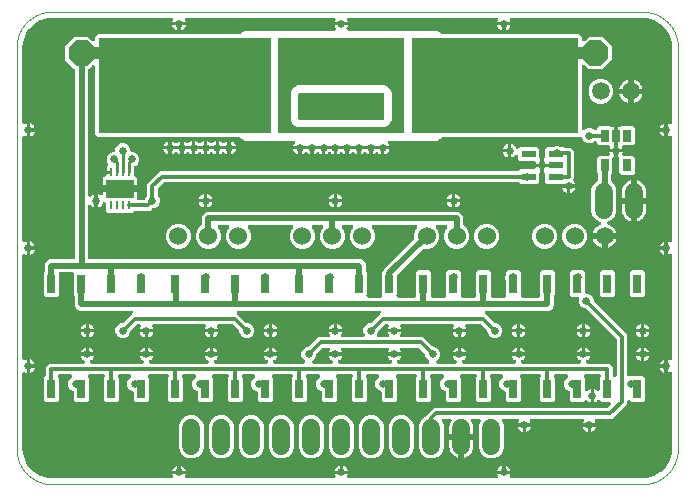
<source format=gtl>
G04 EAGLE Gerber RS-274X export*
G75*
%MOMM*%
%FSLAX35Y35*%
%LPD*%
%INcopper_top*%
%IPPOS*%
%AMOC8*
5,1,8,0,0,1.08239X$1,22.5*%
G01*
%ADD10C,0.000000*%
%ADD11C,1.524000*%
%ADD12R,0.250000X0.700000*%
%ADD13R,2.380000X1.650000*%
%ADD14R,1.200000X0.600000*%
%ADD15C,1.500000*%
%ADD16R,0.650000X1.650000*%
%ADD17P,2.336880X8X22.500000*%
%ADD18C,1.524000*%
%ADD19R,0.700000X1.000000*%
%ADD20C,0.650000*%
%ADD21C,1.016000*%
%ADD22C,0.500000*%
%ADD23C,0.300000*%
%ADD24C,0.250000*%

G36*
X1312008Y50151D02*
X1312008Y50151D01*
X1313309Y50227D01*
X1313720Y50350D01*
X1314146Y50399D01*
X1315372Y50842D01*
X1316623Y51215D01*
X1316995Y51428D01*
X1317398Y51574D01*
X1318492Y52287D01*
X1319623Y52935D01*
X1319936Y53228D01*
X1320296Y53462D01*
X1321199Y54409D01*
X1322149Y55297D01*
X1322386Y55653D01*
X1322683Y55964D01*
X1323345Y57091D01*
X1324067Y58175D01*
X1324217Y58577D01*
X1324434Y58946D01*
X1324820Y60193D01*
X1325275Y61415D01*
X1325329Y61840D01*
X1325456Y62250D01*
X1325546Y63555D01*
X1325709Y64846D01*
X1325664Y65271D01*
X1325694Y65700D01*
X1325482Y66992D01*
X1325346Y68285D01*
X1325204Y68689D01*
X1325135Y69113D01*
X1324634Y70320D01*
X1324204Y71550D01*
X1323914Y72057D01*
X1323810Y72307D01*
X1323785Y72341D01*
X1319325Y83110D01*
X1318949Y84999D01*
X1374997Y84999D01*
X1374999Y84999D01*
X1375003Y84999D01*
X1431051Y84999D01*
X1430675Y83110D01*
X1425957Y71719D01*
X1425566Y71053D01*
X1425439Y70644D01*
X1425243Y70262D01*
X1424930Y68997D01*
X1424544Y67749D01*
X1424514Y67321D01*
X1424411Y66905D01*
X1424396Y65603D01*
X1424306Y64299D01*
X1424375Y63875D01*
X1424370Y63447D01*
X1424654Y62175D01*
X1424865Y60886D01*
X1425029Y60490D01*
X1425122Y60072D01*
X1425689Y58899D01*
X1426190Y57692D01*
X1426442Y57343D01*
X1426628Y56958D01*
X1427448Y55946D01*
X1428212Y54887D01*
X1428535Y54606D01*
X1428806Y54272D01*
X1429840Y53472D01*
X1430823Y52618D01*
X1431201Y52420D01*
X1431541Y52156D01*
X1432731Y51615D01*
X1433883Y51008D01*
X1434298Y50901D01*
X1434688Y50723D01*
X1435967Y50469D01*
X1437231Y50142D01*
X1437814Y50102D01*
X1438080Y50049D01*
X1438413Y50061D01*
X1439289Y50000D01*
X2685711Y50000D01*
X2687008Y50151D01*
X2688309Y50227D01*
X2688720Y50350D01*
X2689146Y50399D01*
X2690372Y50842D01*
X2691623Y51215D01*
X2691995Y51428D01*
X2692398Y51574D01*
X2693492Y52287D01*
X2694623Y52935D01*
X2694936Y53228D01*
X2695296Y53462D01*
X2696199Y54409D01*
X2697149Y55297D01*
X2697386Y55653D01*
X2697683Y55964D01*
X2698345Y57091D01*
X2699067Y58175D01*
X2699217Y58577D01*
X2699434Y58946D01*
X2699820Y60193D01*
X2700275Y61415D01*
X2700329Y61840D01*
X2700456Y62250D01*
X2700546Y63555D01*
X2700709Y64846D01*
X2700664Y65271D01*
X2700694Y65700D01*
X2700482Y66992D01*
X2700346Y68285D01*
X2700204Y68689D01*
X2700135Y69113D01*
X2699634Y70320D01*
X2699204Y71550D01*
X2698914Y72057D01*
X2698810Y72307D01*
X2698785Y72341D01*
X2694325Y83110D01*
X2693949Y84999D01*
X2749997Y84999D01*
X2749999Y84999D01*
X2750003Y84999D01*
X2806051Y84999D01*
X2805675Y83110D01*
X2800957Y71719D01*
X2800566Y71053D01*
X2800439Y70644D01*
X2800243Y70262D01*
X2799930Y68997D01*
X2799544Y67749D01*
X2799514Y67321D01*
X2799411Y66905D01*
X2799396Y65603D01*
X2799306Y64299D01*
X2799375Y63875D01*
X2799370Y63447D01*
X2799654Y62175D01*
X2799865Y60886D01*
X2800029Y60490D01*
X2800122Y60072D01*
X2800689Y58899D01*
X2801190Y57692D01*
X2801442Y57343D01*
X2801628Y56958D01*
X2802448Y55946D01*
X2803212Y54887D01*
X2803535Y54606D01*
X2803806Y54272D01*
X2804840Y53472D01*
X2805823Y52618D01*
X2806201Y52420D01*
X2806541Y52156D01*
X2807731Y51615D01*
X2808883Y51008D01*
X2809298Y50901D01*
X2809688Y50723D01*
X2810967Y50469D01*
X2812231Y50142D01*
X2812814Y50102D01*
X2813080Y50049D01*
X2813413Y50061D01*
X2814289Y50000D01*
X4060711Y50000D01*
X4062008Y50151D01*
X4063309Y50227D01*
X4063720Y50350D01*
X4064146Y50399D01*
X4065372Y50842D01*
X4066623Y51215D01*
X4066995Y51428D01*
X4067398Y51574D01*
X4068492Y52287D01*
X4069623Y52935D01*
X4069936Y53228D01*
X4070296Y53462D01*
X4071199Y54409D01*
X4072149Y55297D01*
X4072386Y55653D01*
X4072683Y55964D01*
X4073345Y57091D01*
X4074067Y58175D01*
X4074217Y58577D01*
X4074434Y58946D01*
X4074820Y60193D01*
X4075275Y61415D01*
X4075329Y61840D01*
X4075456Y62250D01*
X4075546Y63555D01*
X4075709Y64846D01*
X4075664Y65271D01*
X4075694Y65700D01*
X4075482Y66992D01*
X4075346Y68285D01*
X4075204Y68689D01*
X4075135Y69113D01*
X4074634Y70320D01*
X4074204Y71550D01*
X4073914Y72057D01*
X4073810Y72307D01*
X4073785Y72341D01*
X4069325Y83110D01*
X4068949Y84999D01*
X4124997Y84999D01*
X4124999Y84999D01*
X4125003Y84999D01*
X4181051Y84999D01*
X4180675Y83110D01*
X4175957Y71719D01*
X4175566Y71053D01*
X4175439Y70644D01*
X4175243Y70262D01*
X4174930Y68997D01*
X4174544Y67749D01*
X4174514Y67321D01*
X4174411Y66905D01*
X4174396Y65603D01*
X4174306Y64299D01*
X4174375Y63875D01*
X4174370Y63447D01*
X4174654Y62175D01*
X4174865Y60886D01*
X4175029Y60490D01*
X4175122Y60072D01*
X4175689Y58899D01*
X4176190Y57692D01*
X4176442Y57343D01*
X4176628Y56958D01*
X4177448Y55946D01*
X4178212Y54887D01*
X4178535Y54606D01*
X4178806Y54272D01*
X4179840Y53472D01*
X4180823Y52618D01*
X4181201Y52420D01*
X4181541Y52156D01*
X4182731Y51615D01*
X4183883Y51008D01*
X4184298Y50901D01*
X4184688Y50723D01*
X4185967Y50469D01*
X4187231Y50142D01*
X4187814Y50102D01*
X4188080Y50049D01*
X4188413Y50061D01*
X4189289Y50000D01*
X5300000Y50000D01*
X5300297Y50035D01*
X5300981Y50033D01*
X5331654Y52043D01*
X5332089Y52123D01*
X5332531Y52126D01*
X5334556Y52522D01*
X5393813Y68400D01*
X5394678Y68743D01*
X5395577Y68992D01*
X5396732Y69557D01*
X5397028Y69674D01*
X5397159Y69766D01*
X5397430Y69898D01*
X5450558Y100572D01*
X5451308Y101128D01*
X5452109Y101601D01*
X5453080Y102446D01*
X5453334Y102635D01*
X5453437Y102757D01*
X5453665Y102955D01*
X5497044Y146335D01*
X5497624Y147066D01*
X5498276Y147730D01*
X5498993Y148796D01*
X5499192Y149046D01*
X5499260Y149192D01*
X5499428Y149441D01*
X5530102Y202569D01*
X5530471Y203424D01*
X5530930Y204236D01*
X5531348Y205452D01*
X5531474Y205744D01*
X5531502Y205903D01*
X5531600Y206187D01*
X5547478Y265444D01*
X5547542Y265880D01*
X5547681Y266301D01*
X5547957Y268345D01*
X5549967Y299019D01*
X5549952Y299316D01*
X5549999Y300000D01*
X5549999Y935711D01*
X5549849Y937008D01*
X5549773Y938309D01*
X5549650Y938720D01*
X5549601Y939146D01*
X5549158Y940372D01*
X5548785Y941623D01*
X5548572Y941995D01*
X5548426Y942398D01*
X5547713Y943492D01*
X5547064Y944623D01*
X5546772Y944936D01*
X5546538Y945296D01*
X5545591Y946199D01*
X5544703Y947149D01*
X5544347Y947386D01*
X5544036Y947683D01*
X5542909Y948345D01*
X5541825Y949067D01*
X5541423Y949217D01*
X5541053Y949434D01*
X5539807Y949820D01*
X5538585Y950275D01*
X5538160Y950329D01*
X5537750Y950456D01*
X5536444Y950546D01*
X5535154Y950709D01*
X5534729Y950664D01*
X5534299Y950694D01*
X5533008Y950482D01*
X5531715Y950346D01*
X5531311Y950204D01*
X5530887Y950135D01*
X5529680Y949634D01*
X5528450Y949204D01*
X5527943Y948914D01*
X5527693Y948810D01*
X5527659Y948785D01*
X5516890Y944325D01*
X5515001Y943949D01*
X5515001Y999997D01*
X5515000Y999998D01*
X5515001Y1000003D01*
X5515001Y1056051D01*
X5516890Y1055675D01*
X5528280Y1050957D01*
X5528947Y1050566D01*
X5529356Y1050439D01*
X5529738Y1050243D01*
X5531003Y1049930D01*
X5532250Y1049544D01*
X5532679Y1049514D01*
X5533094Y1049411D01*
X5534396Y1049396D01*
X5535701Y1049306D01*
X5536125Y1049375D01*
X5536553Y1049370D01*
X5537824Y1049654D01*
X5539113Y1049865D01*
X5539509Y1050029D01*
X5539928Y1050122D01*
X5541101Y1050689D01*
X5542308Y1051190D01*
X5542656Y1051442D01*
X5543041Y1051628D01*
X5544053Y1052448D01*
X5545113Y1053212D01*
X5545394Y1053535D01*
X5545728Y1053806D01*
X5546528Y1054840D01*
X5547381Y1055823D01*
X5547580Y1056201D01*
X5547843Y1056541D01*
X5548385Y1057731D01*
X5548991Y1058883D01*
X5549099Y1059298D01*
X5549276Y1059688D01*
X5549530Y1060967D01*
X5549858Y1062231D01*
X5549898Y1062814D01*
X5549951Y1063080D01*
X5549939Y1063413D01*
X5549999Y1064289D01*
X5549999Y1935711D01*
X5549849Y1937008D01*
X5549773Y1938309D01*
X5549650Y1938720D01*
X5549601Y1939146D01*
X5549158Y1940372D01*
X5548785Y1941623D01*
X5548572Y1941995D01*
X5548426Y1942398D01*
X5547713Y1943492D01*
X5547064Y1944623D01*
X5546772Y1944936D01*
X5546538Y1945296D01*
X5545591Y1946199D01*
X5544703Y1947149D01*
X5544347Y1947386D01*
X5544036Y1947683D01*
X5542909Y1948345D01*
X5541825Y1949067D01*
X5541423Y1949217D01*
X5541053Y1949434D01*
X5539807Y1949820D01*
X5538585Y1950275D01*
X5538160Y1950329D01*
X5537750Y1950456D01*
X5536444Y1950546D01*
X5535154Y1950709D01*
X5534729Y1950664D01*
X5534299Y1950694D01*
X5533008Y1950482D01*
X5531715Y1950346D01*
X5531311Y1950204D01*
X5530887Y1950135D01*
X5529680Y1949634D01*
X5528450Y1949204D01*
X5527943Y1948914D01*
X5527693Y1948810D01*
X5527659Y1948785D01*
X5516890Y1944325D01*
X5515001Y1943949D01*
X5515001Y1999997D01*
X5515000Y1999998D01*
X5515001Y2000003D01*
X5515001Y2056051D01*
X5516890Y2055675D01*
X5528280Y2050957D01*
X5528947Y2050566D01*
X5529356Y2050439D01*
X5529738Y2050243D01*
X5531003Y2049930D01*
X5532250Y2049544D01*
X5532679Y2049514D01*
X5533094Y2049411D01*
X5534396Y2049396D01*
X5535701Y2049306D01*
X5536125Y2049375D01*
X5536553Y2049370D01*
X5537824Y2049654D01*
X5539113Y2049865D01*
X5539509Y2050029D01*
X5539928Y2050122D01*
X5541101Y2050689D01*
X5542308Y2051190D01*
X5542656Y2051442D01*
X5543041Y2051628D01*
X5544053Y2052448D01*
X5545113Y2053212D01*
X5545394Y2053535D01*
X5545728Y2053806D01*
X5546528Y2054840D01*
X5547381Y2055823D01*
X5547580Y2056201D01*
X5547843Y2056541D01*
X5548385Y2057731D01*
X5548991Y2058883D01*
X5549099Y2059298D01*
X5549276Y2059688D01*
X5549530Y2060967D01*
X5549858Y2062231D01*
X5549898Y2062814D01*
X5549951Y2063080D01*
X5549939Y2063413D01*
X5549999Y2064289D01*
X5549999Y2935711D01*
X5549849Y2937008D01*
X5549773Y2938309D01*
X5549650Y2938720D01*
X5549601Y2939146D01*
X5549158Y2940372D01*
X5548785Y2941623D01*
X5548572Y2941995D01*
X5548426Y2942398D01*
X5547713Y2943492D01*
X5547064Y2944623D01*
X5546772Y2944936D01*
X5546538Y2945296D01*
X5545591Y2946199D01*
X5544703Y2947149D01*
X5544347Y2947386D01*
X5544036Y2947683D01*
X5542909Y2948345D01*
X5541825Y2949067D01*
X5541423Y2949217D01*
X5541053Y2949434D01*
X5539807Y2949820D01*
X5538585Y2950275D01*
X5538160Y2950329D01*
X5537750Y2950456D01*
X5536444Y2950546D01*
X5535154Y2950709D01*
X5534729Y2950664D01*
X5534299Y2950694D01*
X5533008Y2950482D01*
X5531715Y2950346D01*
X5531311Y2950204D01*
X5530887Y2950135D01*
X5529680Y2949634D01*
X5528450Y2949204D01*
X5527943Y2948914D01*
X5527693Y2948810D01*
X5527659Y2948785D01*
X5516890Y2944325D01*
X5515001Y2943949D01*
X5515001Y2999997D01*
X5515000Y2999998D01*
X5515001Y3000003D01*
X5515001Y3056051D01*
X5516890Y3055675D01*
X5528280Y3050957D01*
X5528947Y3050566D01*
X5529356Y3050439D01*
X5529738Y3050243D01*
X5531003Y3049930D01*
X5532250Y3049544D01*
X5532679Y3049514D01*
X5533094Y3049411D01*
X5534396Y3049396D01*
X5535701Y3049306D01*
X5536125Y3049375D01*
X5536553Y3049370D01*
X5537824Y3049654D01*
X5539113Y3049865D01*
X5539509Y3050029D01*
X5539928Y3050122D01*
X5541101Y3050689D01*
X5542308Y3051190D01*
X5542656Y3051442D01*
X5543041Y3051628D01*
X5544053Y3052448D01*
X5545113Y3053212D01*
X5545394Y3053535D01*
X5545728Y3053806D01*
X5546528Y3054840D01*
X5547381Y3055823D01*
X5547580Y3056201D01*
X5547843Y3056541D01*
X5548385Y3057731D01*
X5548991Y3058883D01*
X5549099Y3059298D01*
X5549276Y3059688D01*
X5549530Y3060967D01*
X5549858Y3062231D01*
X5549898Y3062814D01*
X5549951Y3063080D01*
X5549939Y3063413D01*
X5549999Y3064289D01*
X5549999Y3700000D01*
X5549965Y3700297D01*
X5549967Y3700981D01*
X5547957Y3731654D01*
X5547877Y3732089D01*
X5547873Y3732531D01*
X5547478Y3734556D01*
X5531600Y3793813D01*
X5531257Y3794678D01*
X5531008Y3795577D01*
X5530443Y3796733D01*
X5530326Y3797028D01*
X5530234Y3797159D01*
X5530102Y3797430D01*
X5499428Y3850558D01*
X5498871Y3851308D01*
X5498399Y3852109D01*
X5497554Y3853080D01*
X5497365Y3853334D01*
X5497243Y3853437D01*
X5497044Y3853665D01*
X5453665Y3897044D01*
X5452933Y3897624D01*
X5452270Y3898276D01*
X5451204Y3898993D01*
X5450954Y3899192D01*
X5450808Y3899260D01*
X5450558Y3899428D01*
X5397430Y3930102D01*
X5396685Y3930424D01*
X5395984Y3930835D01*
X5395869Y3930871D01*
X5395763Y3930931D01*
X5394545Y3931349D01*
X5394256Y3931474D01*
X5394099Y3931502D01*
X5393813Y3931600D01*
X5334556Y3947478D01*
X5334120Y3947542D01*
X5333699Y3947681D01*
X5331655Y3947957D01*
X5300982Y3949967D01*
X5300685Y3949952D01*
X5300001Y3949999D01*
X4189289Y3949999D01*
X4187992Y3949849D01*
X4186691Y3949773D01*
X4186280Y3949650D01*
X4185854Y3949601D01*
X4184628Y3949158D01*
X4183377Y3948785D01*
X4183004Y3948572D01*
X4182601Y3948426D01*
X4181508Y3947713D01*
X4180377Y3947064D01*
X4180064Y3946772D01*
X4179704Y3946538D01*
X4178801Y3945591D01*
X4177851Y3944703D01*
X4177613Y3944347D01*
X4177317Y3944036D01*
X4176655Y3942909D01*
X4175933Y3941825D01*
X4175783Y3941423D01*
X4175566Y3941053D01*
X4175180Y3939807D01*
X4174724Y3938585D01*
X4174671Y3938160D01*
X4174544Y3937750D01*
X4174454Y3936444D01*
X4174291Y3935154D01*
X4174336Y3934729D01*
X4174306Y3934299D01*
X4174518Y3933008D01*
X4174654Y3931715D01*
X4174795Y3931311D01*
X4174865Y3930887D01*
X4175365Y3929680D01*
X4175795Y3928450D01*
X4176086Y3927943D01*
X4176190Y3927693D01*
X4176214Y3927659D01*
X4180675Y3916890D01*
X4181051Y3915001D01*
X4125003Y3915001D01*
X4125001Y3915000D01*
X4124997Y3915001D01*
X4068949Y3915001D01*
X4069325Y3916890D01*
X4074043Y3928280D01*
X4074434Y3928947D01*
X4074561Y3929356D01*
X4074757Y3929738D01*
X4075070Y3931003D01*
X4075456Y3932250D01*
X4075486Y3932679D01*
X4075588Y3933094D01*
X4075604Y3934396D01*
X4075694Y3935701D01*
X4075624Y3936125D01*
X4075629Y3936553D01*
X4075346Y3937824D01*
X4075135Y3939113D01*
X4074971Y3939509D01*
X4074878Y3939928D01*
X4074310Y3941101D01*
X4073810Y3942308D01*
X4073558Y3942656D01*
X4073372Y3943041D01*
X4072552Y3944053D01*
X4071788Y3945113D01*
X4071464Y3945394D01*
X4071194Y3945728D01*
X4070160Y3946528D01*
X4069177Y3947381D01*
X4068799Y3947580D01*
X4068459Y3947843D01*
X4067269Y3948385D01*
X4066117Y3948991D01*
X4065701Y3949099D01*
X4065311Y3949276D01*
X4064033Y3949530D01*
X4062769Y3949858D01*
X4062186Y3949898D01*
X4061919Y3949951D01*
X4061586Y3949939D01*
X4060711Y3949999D01*
X2814289Y3949999D01*
X2812997Y3949849D01*
X2811698Y3949774D01*
X2811283Y3949651D01*
X2810854Y3949601D01*
X2809629Y3949158D01*
X2808383Y3948788D01*
X2808009Y3948573D01*
X2807602Y3948426D01*
X2806509Y3947714D01*
X2805383Y3947068D01*
X2805068Y3946774D01*
X2804704Y3946538D01*
X2803804Y3945594D01*
X2802855Y3944708D01*
X2802616Y3944349D01*
X2802317Y3944036D01*
X2801658Y3942913D01*
X2800936Y3941831D01*
X2800785Y3941426D01*
X2800566Y3941053D01*
X2800182Y3939811D01*
X2799726Y3938591D01*
X2799672Y3938163D01*
X2799544Y3937750D01*
X2799454Y3936449D01*
X2799291Y3935161D01*
X2799336Y3934732D01*
X2799306Y3934299D01*
X2799517Y3933012D01*
X2799653Y3931721D01*
X2799795Y3931314D01*
X2799865Y3930887D01*
X2800364Y3929685D01*
X2800793Y3928456D01*
X2801086Y3927945D01*
X2801190Y3927693D01*
X2801214Y3927660D01*
X2805675Y3916890D01*
X2806051Y3915001D01*
X2750003Y3915001D01*
X2750001Y3915000D01*
X2749997Y3915001D01*
X2693949Y3915001D01*
X2694325Y3916890D01*
X2699043Y3928282D01*
X2699434Y3928947D01*
X2699561Y3929358D01*
X2699759Y3929744D01*
X2700071Y3931008D01*
X2700456Y3932250D01*
X2700485Y3932682D01*
X2700589Y3933101D01*
X2700604Y3934401D01*
X2700693Y3935701D01*
X2700623Y3936128D01*
X2700628Y3936559D01*
X2700345Y3937828D01*
X2700135Y3939113D01*
X2699969Y3939513D01*
X2699875Y3939934D01*
X2699310Y3941102D01*
X2698809Y3942308D01*
X2698556Y3942659D01*
X2698368Y3943047D01*
X2697550Y3944056D01*
X2696788Y3945113D01*
X2696461Y3945397D01*
X2696189Y3945732D01*
X2695158Y3946528D01*
X2694177Y3947381D01*
X2693795Y3947582D01*
X2693453Y3947847D01*
X2692266Y3948386D01*
X2691116Y3948991D01*
X2690698Y3949099D01*
X2690304Y3949278D01*
X2689028Y3949532D01*
X2687768Y3949858D01*
X2687181Y3949898D01*
X2686912Y3949951D01*
X2686579Y3949939D01*
X2685710Y3949999D01*
X1439289Y3949999D01*
X1437992Y3949849D01*
X1436691Y3949773D01*
X1436280Y3949650D01*
X1435854Y3949601D01*
X1434628Y3949158D01*
X1433377Y3948785D01*
X1433004Y3948572D01*
X1432601Y3948426D01*
X1431508Y3947713D01*
X1430377Y3947064D01*
X1430064Y3946772D01*
X1429704Y3946538D01*
X1428801Y3945591D01*
X1427851Y3944703D01*
X1427613Y3944347D01*
X1427317Y3944036D01*
X1426655Y3942909D01*
X1425933Y3941825D01*
X1425783Y3941423D01*
X1425566Y3941053D01*
X1425180Y3939807D01*
X1424724Y3938585D01*
X1424671Y3938160D01*
X1424544Y3937750D01*
X1424454Y3936444D01*
X1424291Y3935154D01*
X1424336Y3934729D01*
X1424306Y3934299D01*
X1424518Y3933008D01*
X1424654Y3931715D01*
X1424795Y3931311D01*
X1424865Y3930887D01*
X1425365Y3929680D01*
X1425795Y3928450D01*
X1426086Y3927943D01*
X1426190Y3927693D01*
X1426214Y3927659D01*
X1430675Y3916890D01*
X1431051Y3915001D01*
X1375003Y3915001D01*
X1375001Y3915000D01*
X1374997Y3915001D01*
X1318949Y3915001D01*
X1319325Y3916890D01*
X1324043Y3928280D01*
X1324434Y3928947D01*
X1324561Y3929356D01*
X1324757Y3929738D01*
X1325070Y3931003D01*
X1325456Y3932250D01*
X1325486Y3932679D01*
X1325588Y3933094D01*
X1325604Y3934396D01*
X1325694Y3935701D01*
X1325624Y3936125D01*
X1325629Y3936553D01*
X1325346Y3937824D01*
X1325135Y3939113D01*
X1324971Y3939509D01*
X1324878Y3939928D01*
X1324310Y3941101D01*
X1323810Y3942308D01*
X1323558Y3942656D01*
X1323372Y3943041D01*
X1322552Y3944053D01*
X1321788Y3945113D01*
X1321464Y3945394D01*
X1321194Y3945728D01*
X1320160Y3946528D01*
X1319177Y3947381D01*
X1318799Y3947580D01*
X1318459Y3947843D01*
X1317269Y3948385D01*
X1316117Y3948991D01*
X1315701Y3949099D01*
X1315311Y3949276D01*
X1314033Y3949530D01*
X1312769Y3949858D01*
X1312186Y3949898D01*
X1311919Y3949951D01*
X1311586Y3949939D01*
X1310711Y3949999D01*
X299999Y3949999D01*
X299702Y3949965D01*
X299018Y3949967D01*
X268345Y3947957D01*
X267910Y3947877D01*
X267469Y3947873D01*
X265444Y3947478D01*
X206187Y3931600D01*
X205321Y3931257D01*
X204423Y3931008D01*
X203267Y3930443D01*
X202972Y3930326D01*
X202841Y3930234D01*
X202570Y3930102D01*
X149441Y3899428D01*
X148692Y3898871D01*
X147890Y3898399D01*
X146920Y3897554D01*
X146666Y3897365D01*
X146563Y3897243D01*
X146335Y3897044D01*
X102955Y3853665D01*
X102376Y3852933D01*
X101723Y3852270D01*
X101006Y3851204D01*
X100808Y3850954D01*
X100740Y3850808D01*
X100572Y3850558D01*
X69898Y3797430D01*
X69528Y3796575D01*
X69069Y3795764D01*
X68652Y3794548D01*
X68526Y3794256D01*
X68498Y3794097D01*
X68400Y3793813D01*
X52522Y3734556D01*
X52458Y3734120D01*
X52319Y3733699D01*
X52043Y3731654D01*
X50033Y3700981D01*
X50048Y3700683D01*
X50000Y3700000D01*
X50000Y3064289D01*
X50151Y3062992D01*
X50227Y3061691D01*
X50350Y3061280D01*
X50399Y3060854D01*
X50842Y3059628D01*
X51215Y3058377D01*
X51428Y3058004D01*
X51574Y3057601D01*
X52287Y3056508D01*
X52935Y3055377D01*
X53228Y3055064D01*
X53462Y3054704D01*
X54409Y3053801D01*
X55297Y3052851D01*
X55653Y3052613D01*
X55964Y3052317D01*
X57091Y3051655D01*
X58175Y3050933D01*
X58577Y3050783D01*
X58946Y3050566D01*
X60193Y3050180D01*
X61415Y3049724D01*
X61840Y3049671D01*
X62250Y3049544D01*
X63555Y3049454D01*
X64846Y3049291D01*
X65271Y3049336D01*
X65700Y3049306D01*
X66992Y3049518D01*
X68285Y3049654D01*
X68689Y3049795D01*
X69113Y3049865D01*
X70320Y3050365D01*
X71550Y3050795D01*
X72057Y3051086D01*
X72307Y3051190D01*
X72341Y3051214D01*
X83110Y3055675D01*
X84999Y3056051D01*
X84999Y3000003D01*
X84999Y3000001D01*
X84999Y2999997D01*
X84999Y2943949D01*
X83110Y2944325D01*
X71718Y2949043D01*
X71053Y2949434D01*
X70641Y2949561D01*
X70256Y2949759D01*
X68992Y2950071D01*
X67749Y2950456D01*
X67318Y2950485D01*
X66898Y2950589D01*
X65599Y2950604D01*
X64299Y2950693D01*
X63872Y2950623D01*
X63440Y2950628D01*
X62172Y2950345D01*
X60886Y2950135D01*
X60486Y2949969D01*
X60065Y2949875D01*
X58898Y2949310D01*
X57692Y2948809D01*
X57340Y2948556D01*
X56953Y2948368D01*
X55944Y2947550D01*
X54887Y2946788D01*
X54603Y2946461D01*
X54268Y2946189D01*
X53471Y2945158D01*
X52618Y2944177D01*
X52418Y2943795D01*
X52153Y2943453D01*
X51613Y2942266D01*
X51008Y2941116D01*
X50900Y2940698D01*
X50721Y2940304D01*
X50468Y2939028D01*
X50142Y2937768D01*
X50102Y2937181D01*
X50048Y2936912D01*
X50060Y2936579D01*
X50000Y2935710D01*
X50000Y2064289D01*
X50151Y2062992D01*
X50227Y2061691D01*
X50350Y2061280D01*
X50399Y2060854D01*
X50842Y2059628D01*
X51215Y2058377D01*
X51428Y2058004D01*
X51574Y2057601D01*
X52287Y2056508D01*
X52935Y2055377D01*
X53228Y2055064D01*
X53462Y2054704D01*
X54409Y2053801D01*
X55297Y2052851D01*
X55653Y2052613D01*
X55964Y2052317D01*
X57091Y2051655D01*
X58175Y2050933D01*
X58577Y2050783D01*
X58946Y2050566D01*
X60193Y2050180D01*
X61415Y2049724D01*
X61840Y2049671D01*
X62250Y2049544D01*
X63555Y2049454D01*
X64846Y2049291D01*
X65271Y2049336D01*
X65700Y2049306D01*
X66992Y2049518D01*
X68285Y2049654D01*
X68689Y2049795D01*
X69113Y2049865D01*
X70320Y2050365D01*
X71550Y2050795D01*
X72057Y2051086D01*
X72307Y2051190D01*
X72341Y2051214D01*
X83110Y2055675D01*
X84999Y2056051D01*
X84999Y2000003D01*
X84999Y2000001D01*
X84999Y1999997D01*
X84999Y1943949D01*
X83110Y1944325D01*
X71719Y1949043D01*
X71053Y1949434D01*
X70644Y1949561D01*
X70262Y1949757D01*
X68997Y1950070D01*
X67749Y1950456D01*
X67321Y1950486D01*
X66905Y1950588D01*
X65603Y1950604D01*
X64299Y1950694D01*
X63875Y1950624D01*
X63447Y1950629D01*
X62175Y1950346D01*
X60886Y1950135D01*
X60490Y1949971D01*
X60072Y1949878D01*
X58899Y1949310D01*
X57692Y1948810D01*
X57343Y1948558D01*
X56958Y1948372D01*
X55946Y1947552D01*
X54887Y1946788D01*
X54606Y1946464D01*
X54272Y1946194D01*
X53472Y1945160D01*
X52618Y1944177D01*
X52420Y1943799D01*
X52156Y1943459D01*
X51615Y1942269D01*
X51008Y1941117D01*
X50901Y1940701D01*
X50723Y1940311D01*
X50469Y1939033D01*
X50142Y1937769D01*
X50102Y1937186D01*
X50049Y1936919D01*
X50061Y1936586D01*
X50000Y1935711D01*
X50000Y1064289D01*
X50151Y1062992D01*
X50227Y1061691D01*
X50350Y1061280D01*
X50399Y1060854D01*
X50842Y1059628D01*
X51215Y1058377D01*
X51428Y1058004D01*
X51574Y1057601D01*
X52287Y1056508D01*
X52935Y1055377D01*
X53228Y1055064D01*
X53462Y1054704D01*
X54409Y1053801D01*
X55297Y1052851D01*
X55653Y1052613D01*
X55964Y1052317D01*
X57091Y1051655D01*
X58175Y1050933D01*
X58577Y1050783D01*
X58946Y1050566D01*
X60193Y1050180D01*
X61415Y1049724D01*
X61840Y1049671D01*
X62250Y1049544D01*
X63555Y1049454D01*
X64846Y1049291D01*
X65271Y1049336D01*
X65700Y1049306D01*
X66992Y1049518D01*
X68285Y1049654D01*
X68689Y1049795D01*
X69113Y1049865D01*
X70320Y1050365D01*
X71550Y1050795D01*
X72057Y1051086D01*
X72307Y1051190D01*
X72341Y1051214D01*
X83110Y1055675D01*
X84999Y1056051D01*
X84999Y1000003D01*
X84999Y1000001D01*
X84999Y999997D01*
X84999Y943949D01*
X83110Y944325D01*
X71719Y949043D01*
X71053Y949434D01*
X70644Y949561D01*
X70262Y949757D01*
X68997Y950070D01*
X67749Y950456D01*
X67321Y950486D01*
X66905Y950588D01*
X65603Y950604D01*
X64299Y950694D01*
X63875Y950624D01*
X63447Y950629D01*
X62175Y950346D01*
X60886Y950135D01*
X60490Y949971D01*
X60072Y949878D01*
X58899Y949310D01*
X57692Y948810D01*
X57343Y948558D01*
X56958Y948372D01*
X55946Y947552D01*
X54887Y946788D01*
X54606Y946464D01*
X54272Y946194D01*
X53472Y945160D01*
X52618Y944177D01*
X52420Y943799D01*
X52156Y943459D01*
X51615Y942269D01*
X51008Y941117D01*
X50901Y940701D01*
X50723Y940311D01*
X50469Y939033D01*
X50142Y937769D01*
X50102Y937186D01*
X50049Y936919D01*
X50061Y936586D01*
X50000Y935711D01*
X50000Y299999D01*
X50035Y299703D01*
X50033Y299018D01*
X52043Y268345D01*
X52123Y267910D01*
X52126Y267469D01*
X52522Y265444D01*
X68400Y206187D01*
X68743Y205321D01*
X68992Y204423D01*
X69557Y203267D01*
X69674Y202972D01*
X69766Y202841D01*
X69898Y202570D01*
X100572Y149441D01*
X101128Y148692D01*
X101601Y147890D01*
X102446Y146920D01*
X102635Y146666D01*
X102757Y146563D01*
X102955Y146335D01*
X146335Y102955D01*
X147067Y102376D01*
X147730Y101723D01*
X148796Y101006D01*
X149046Y100808D01*
X149192Y100740D01*
X149441Y100572D01*
X202570Y69898D01*
X203425Y69528D01*
X204236Y69069D01*
X205452Y68652D01*
X205744Y68526D01*
X205903Y68498D01*
X206187Y68400D01*
X265444Y52522D01*
X265880Y52458D01*
X266301Y52319D01*
X268345Y52043D01*
X299019Y50033D01*
X299316Y50048D01*
X300000Y50000D01*
X1310711Y50000D01*
X1312008Y50151D01*
G37*
%LPC*%
G36*
X3490875Y217599D02*
X3490875Y217599D01*
X3451843Y233767D01*
X3421967Y263643D01*
X3405799Y302675D01*
X3405799Y497325D01*
X3421967Y536357D01*
X3451842Y566232D01*
X3457740Y568675D01*
X3458502Y569099D01*
X3459308Y569434D01*
X3460008Y569939D01*
X3460761Y570358D01*
X3461405Y570945D01*
X3462113Y571456D01*
X3462678Y572107D01*
X3463317Y572688D01*
X3463810Y573408D01*
X3464381Y574066D01*
X3464783Y574829D01*
X3465270Y575542D01*
X3465585Y576355D01*
X3465991Y577127D01*
X3466208Y577963D01*
X3466519Y578767D01*
X3466639Y579630D01*
X3466858Y580475D01*
X3466859Y580499D01*
X3531360Y645000D01*
X5000147Y645000D01*
X5001527Y645161D01*
X5002915Y645258D01*
X5003243Y645360D01*
X5003582Y645399D01*
X5004889Y645871D01*
X5006218Y646284D01*
X5006512Y646457D01*
X5006835Y646574D01*
X5008000Y647333D01*
X5009198Y648038D01*
X5009541Y648338D01*
X5009732Y648462D01*
X5009968Y648710D01*
X5010753Y649393D01*
X5029253Y667894D01*
X5029899Y668709D01*
X5030620Y669464D01*
X5030971Y670063D01*
X5031401Y670605D01*
X5031843Y671548D01*
X5032371Y672447D01*
X5032575Y673108D01*
X5032870Y673735D01*
X5033085Y674754D01*
X5033393Y675750D01*
X5033441Y676443D01*
X5033583Y677119D01*
X5033559Y678159D01*
X5033631Y679201D01*
X5033519Y679885D01*
X5033503Y680577D01*
X5033240Y681585D01*
X5033072Y682613D01*
X5032807Y683253D01*
X5032632Y683923D01*
X5032146Y684845D01*
X5031747Y685808D01*
X5031341Y686370D01*
X5031018Y686982D01*
X5030334Y687768D01*
X5029725Y688613D01*
X5029202Y689068D01*
X5028747Y689590D01*
X5027900Y690198D01*
X5027114Y690881D01*
X5026502Y691203D01*
X5025939Y691608D01*
X5024974Y692007D01*
X5024053Y692491D01*
X5023383Y692665D01*
X5022743Y692929D01*
X5021715Y693096D01*
X5020706Y693358D01*
X5019665Y693429D01*
X5019329Y693484D01*
X5019104Y693468D01*
X5018648Y693499D01*
X4957073Y693499D01*
X4939334Y711238D01*
X4939058Y711458D01*
X4938827Y711722D01*
X4937710Y712525D01*
X4936623Y713386D01*
X4936303Y713536D01*
X4936019Y713740D01*
X4934745Y714267D01*
X4933493Y714855D01*
X4933149Y714927D01*
X4932823Y715062D01*
X4931459Y715283D01*
X4930109Y715568D01*
X4929757Y715560D01*
X4929409Y715616D01*
X4928035Y715519D01*
X4926652Y715487D01*
X4926310Y715398D01*
X4925960Y715374D01*
X4924640Y714964D01*
X4923305Y714617D01*
X4922994Y714453D01*
X4922657Y714348D01*
X4921464Y713646D01*
X4920246Y713003D01*
X4919981Y712772D01*
X4919677Y712593D01*
X4918122Y711238D01*
X4911910Y705026D01*
X4902426Y698689D01*
X4891890Y694325D01*
X4890001Y693949D01*
X4890001Y749997D01*
X4890000Y749999D01*
X4890001Y750003D01*
X4890001Y806051D01*
X4891890Y805675D01*
X4902426Y801311D01*
X4911909Y794974D01*
X4913893Y792990D01*
X4914709Y792344D01*
X4915464Y791623D01*
X4916062Y791273D01*
X4916604Y790843D01*
X4917548Y790400D01*
X4918447Y789872D01*
X4919108Y789668D01*
X4919735Y789373D01*
X4920753Y789159D01*
X4921750Y788850D01*
X4922442Y788803D01*
X4923118Y788660D01*
X4924159Y788684D01*
X4925201Y788613D01*
X4925885Y788724D01*
X4926576Y788741D01*
X4927583Y789003D01*
X4928613Y789171D01*
X4929254Y789437D01*
X4929923Y789611D01*
X4930843Y790097D01*
X4931808Y790497D01*
X4932369Y790901D01*
X4932982Y791224D01*
X4933768Y791910D01*
X4934613Y792518D01*
X4935066Y793040D01*
X4935589Y793496D01*
X4936199Y794343D01*
X4936881Y795129D01*
X4937203Y795741D01*
X4937608Y796304D01*
X4938007Y797268D01*
X4938491Y798190D01*
X4938664Y798859D01*
X4938929Y799500D01*
X4939097Y800529D01*
X4939358Y801538D01*
X4939429Y802577D01*
X4939484Y802913D01*
X4939468Y803139D01*
X4939499Y803596D01*
X4939499Y900926D01*
X4942967Y904394D01*
X4943613Y905209D01*
X4944333Y905964D01*
X4944685Y906563D01*
X4945114Y907105D01*
X4945557Y908048D01*
X4946084Y908947D01*
X4946289Y909607D01*
X4946583Y910235D01*
X4946798Y911255D01*
X4947106Y912250D01*
X4947154Y912942D01*
X4947297Y913619D01*
X4947272Y914659D01*
X4947344Y915701D01*
X4947232Y916385D01*
X4947216Y917076D01*
X4946954Y918085D01*
X4946785Y919113D01*
X4946520Y919753D01*
X4946346Y920423D01*
X4945859Y921345D01*
X4945460Y922308D01*
X4945055Y922870D01*
X4944732Y923482D01*
X4944048Y924268D01*
X4943438Y925113D01*
X4942915Y925568D01*
X4942460Y926090D01*
X4941614Y926698D01*
X4940828Y927381D01*
X4940214Y927704D01*
X4939652Y928108D01*
X4938690Y928506D01*
X4937767Y928991D01*
X4937096Y929165D01*
X4936456Y929429D01*
X4935429Y929596D01*
X4934419Y929858D01*
X4933378Y929929D01*
X4933043Y929984D01*
X4932817Y929968D01*
X4932361Y929999D01*
X4817639Y929999D01*
X4816604Y929879D01*
X4815562Y929855D01*
X4814891Y929680D01*
X4814203Y929601D01*
X4813224Y929247D01*
X4812215Y928984D01*
X4811603Y928661D01*
X4810951Y928426D01*
X4810078Y927857D01*
X4809156Y927371D01*
X4808634Y926916D01*
X4808054Y926538D01*
X4807333Y925783D01*
X4806549Y925099D01*
X4806145Y924538D01*
X4805666Y924036D01*
X4805138Y923136D01*
X4804531Y922291D01*
X4804266Y921651D01*
X4803915Y921053D01*
X4803608Y920059D01*
X4803209Y919095D01*
X4803098Y918412D01*
X4802893Y917750D01*
X4802822Y916708D01*
X4802655Y915681D01*
X4802703Y914992D01*
X4802656Y914299D01*
X4802824Y913269D01*
X4802897Y912232D01*
X4803102Y911571D01*
X4803214Y910887D01*
X4803614Y909923D01*
X4803923Y908929D01*
X4804274Y908333D01*
X4804540Y907693D01*
X4805149Y906847D01*
X4805678Y905949D01*
X4806362Y905163D01*
X4806562Y904887D01*
X4806733Y904738D01*
X4807033Y904394D01*
X4810500Y900926D01*
X4810500Y803596D01*
X4810621Y802559D01*
X4810645Y801518D01*
X4810819Y800848D01*
X4810899Y800160D01*
X4811253Y799179D01*
X4811516Y798171D01*
X4811838Y797560D01*
X4812074Y796908D01*
X4812643Y796034D01*
X4813129Y795113D01*
X4813584Y794591D01*
X4813962Y794011D01*
X4814718Y793290D01*
X4815401Y792505D01*
X4815963Y792102D01*
X4816464Y791623D01*
X4817363Y791095D01*
X4818209Y790487D01*
X4818850Y790223D01*
X4819446Y789872D01*
X4820442Y789564D01*
X4821405Y789166D01*
X4822088Y789055D01*
X4822750Y788850D01*
X4823790Y788779D01*
X4824819Y788612D01*
X4825509Y788660D01*
X4826200Y788613D01*
X4827230Y788781D01*
X4828268Y788854D01*
X4828929Y789059D01*
X4829613Y789171D01*
X4830577Y789571D01*
X4831571Y789880D01*
X4832167Y790231D01*
X4832807Y790497D01*
X4833653Y791106D01*
X4834551Y791635D01*
X4835336Y792319D01*
X4835613Y792518D01*
X4835762Y792690D01*
X4836106Y792990D01*
X4838090Y794974D01*
X4847574Y801311D01*
X4858110Y805675D01*
X4859999Y806051D01*
X4859999Y750003D01*
X4859999Y750001D01*
X4859999Y749997D01*
X4859999Y693949D01*
X4858110Y694325D01*
X4847574Y698689D01*
X4838090Y705026D01*
X4831878Y711238D01*
X4831603Y711456D01*
X4831371Y711722D01*
X4830248Y712529D01*
X4829167Y713385D01*
X4828848Y713535D01*
X4828563Y713740D01*
X4827289Y714267D01*
X4826037Y714855D01*
X4825691Y714928D01*
X4825367Y715062D01*
X4824007Y715283D01*
X4822653Y715568D01*
X4822300Y715560D01*
X4821953Y715616D01*
X4820576Y715519D01*
X4819195Y715487D01*
X4818855Y715399D01*
X4818503Y715374D01*
X4817184Y714964D01*
X4815848Y714617D01*
X4815537Y714453D01*
X4815201Y714348D01*
X4814013Y713649D01*
X4812790Y713003D01*
X4812524Y712772D01*
X4812221Y712593D01*
X4810665Y711238D01*
X4792926Y693499D01*
X4703073Y693499D01*
X4685499Y711073D01*
X4685499Y778334D01*
X4685399Y779201D01*
X4685398Y780073D01*
X4685200Y780912D01*
X4685101Y781769D01*
X4684804Y782590D01*
X4684604Y783438D01*
X4684219Y784210D01*
X4683926Y785022D01*
X4683450Y785753D01*
X4683060Y786533D01*
X4682508Y787196D01*
X4682038Y787919D01*
X4681406Y788522D01*
X4680849Y789192D01*
X4680160Y789710D01*
X4679536Y790307D01*
X4678783Y790748D01*
X4678087Y791273D01*
X4676796Y791915D01*
X4676553Y792058D01*
X4676438Y792093D01*
X4676240Y792192D01*
X4664597Y797014D01*
X4647014Y814597D01*
X4637499Y837568D01*
X4637499Y862432D01*
X4647014Y885403D01*
X4666005Y904394D01*
X4666651Y905209D01*
X4667372Y905964D01*
X4667723Y906563D01*
X4668152Y907105D01*
X4668595Y908048D01*
X4669123Y908947D01*
X4669327Y909608D01*
X4669622Y910235D01*
X4669836Y911254D01*
X4670144Y912250D01*
X4670192Y912943D01*
X4670335Y913619D01*
X4670310Y914659D01*
X4670382Y915701D01*
X4670270Y916385D01*
X4670254Y917077D01*
X4669992Y918085D01*
X4669823Y919113D01*
X4669558Y919753D01*
X4669384Y920423D01*
X4668898Y921345D01*
X4668498Y922308D01*
X4668093Y922870D01*
X4667770Y923482D01*
X4667086Y924268D01*
X4666476Y925113D01*
X4665953Y925568D01*
X4665498Y926090D01*
X4664652Y926698D01*
X4663866Y927381D01*
X4663254Y927703D01*
X4662690Y928108D01*
X4661726Y928507D01*
X4660805Y928991D01*
X4660134Y929165D01*
X4659494Y929429D01*
X4658467Y929596D01*
X4657457Y929858D01*
X4656417Y929929D01*
X4656081Y929984D01*
X4655855Y929968D01*
X4655399Y929999D01*
X4563639Y929999D01*
X4562604Y929879D01*
X4561562Y929855D01*
X4560891Y929680D01*
X4560203Y929601D01*
X4559224Y929247D01*
X4558215Y928984D01*
X4557603Y928661D01*
X4556951Y928426D01*
X4556078Y927857D01*
X4555156Y927371D01*
X4554634Y926916D01*
X4554054Y926538D01*
X4553333Y925783D01*
X4552549Y925099D01*
X4552145Y924538D01*
X4551666Y924036D01*
X4551138Y923136D01*
X4550531Y922291D01*
X4550266Y921651D01*
X4549915Y921053D01*
X4549608Y920059D01*
X4549209Y919095D01*
X4549098Y918412D01*
X4548893Y917750D01*
X4548822Y916708D01*
X4548655Y915681D01*
X4548703Y914992D01*
X4548656Y914299D01*
X4548824Y913269D01*
X4548897Y912232D01*
X4549102Y911571D01*
X4549214Y910887D01*
X4549614Y909923D01*
X4549923Y908929D01*
X4550274Y908333D01*
X4550540Y907693D01*
X4551149Y906847D01*
X4551678Y905949D01*
X4552362Y905163D01*
X4552562Y904887D01*
X4552733Y904738D01*
X4553033Y904394D01*
X4556500Y900926D01*
X4556500Y711073D01*
X4538926Y693499D01*
X4449073Y693499D01*
X4431499Y711073D01*
X4431499Y900926D01*
X4434967Y904394D01*
X4435613Y905209D01*
X4436333Y905964D01*
X4436685Y906563D01*
X4437114Y907105D01*
X4437557Y908048D01*
X4438084Y908947D01*
X4438289Y909607D01*
X4438583Y910235D01*
X4438798Y911255D01*
X4439106Y912250D01*
X4439154Y912942D01*
X4439297Y913619D01*
X4439272Y914659D01*
X4439344Y915701D01*
X4439232Y916385D01*
X4439216Y917076D01*
X4438954Y918085D01*
X4438785Y919113D01*
X4438520Y919753D01*
X4438346Y920423D01*
X4437859Y921345D01*
X4437460Y922308D01*
X4437055Y922870D01*
X4436732Y923482D01*
X4436048Y924268D01*
X4435438Y925113D01*
X4434915Y925568D01*
X4434460Y926090D01*
X4433614Y926698D01*
X4432828Y927381D01*
X4432214Y927704D01*
X4431652Y928108D01*
X4430690Y928506D01*
X4429767Y928991D01*
X4429096Y929165D01*
X4428456Y929429D01*
X4427429Y929596D01*
X4426419Y929858D01*
X4425378Y929929D01*
X4425043Y929984D01*
X4424817Y929968D01*
X4424361Y929999D01*
X4275639Y929999D01*
X4274604Y929879D01*
X4273562Y929855D01*
X4272891Y929680D01*
X4272203Y929601D01*
X4271224Y929247D01*
X4270215Y928984D01*
X4269603Y928661D01*
X4268951Y928426D01*
X4268078Y927857D01*
X4267156Y927371D01*
X4266634Y926916D01*
X4266054Y926538D01*
X4265333Y925783D01*
X4264549Y925099D01*
X4264145Y924538D01*
X4263666Y924036D01*
X4263138Y923136D01*
X4262531Y922291D01*
X4262266Y921651D01*
X4261915Y921053D01*
X4261608Y920059D01*
X4261209Y919095D01*
X4261098Y918412D01*
X4260893Y917750D01*
X4260822Y916708D01*
X4260655Y915681D01*
X4260703Y914992D01*
X4260656Y914299D01*
X4260824Y913269D01*
X4260897Y912232D01*
X4261102Y911571D01*
X4261214Y910887D01*
X4261614Y909923D01*
X4261923Y908929D01*
X4262274Y908333D01*
X4262540Y907693D01*
X4263149Y906847D01*
X4263678Y905949D01*
X4264362Y905163D01*
X4264562Y904887D01*
X4264733Y904738D01*
X4265033Y904394D01*
X4268500Y900926D01*
X4268500Y711073D01*
X4250926Y693499D01*
X4161073Y693499D01*
X4143499Y711073D01*
X4143499Y775020D01*
X4143399Y775888D01*
X4143398Y776759D01*
X4143200Y777598D01*
X4143101Y778456D01*
X4142804Y779277D01*
X4142604Y780125D01*
X4142219Y780896D01*
X4141926Y781708D01*
X4141449Y782439D01*
X4141060Y783219D01*
X4140509Y783882D01*
X4140038Y784605D01*
X4139406Y785208D01*
X4138849Y785878D01*
X4138160Y786397D01*
X4137536Y786993D01*
X4136783Y787435D01*
X4136087Y787959D01*
X4134796Y788601D01*
X4134553Y788744D01*
X4134438Y788780D01*
X4134240Y788878D01*
X4114597Y797014D01*
X4097014Y814597D01*
X4087499Y837568D01*
X4087499Y862432D01*
X4097014Y885403D01*
X4116005Y904394D01*
X4116651Y905209D01*
X4117372Y905964D01*
X4117723Y906563D01*
X4118152Y907105D01*
X4118595Y908048D01*
X4119123Y908947D01*
X4119327Y909608D01*
X4119622Y910235D01*
X4119836Y911254D01*
X4120144Y912250D01*
X4120192Y912943D01*
X4120335Y913619D01*
X4120310Y914659D01*
X4120382Y915701D01*
X4120270Y916385D01*
X4120254Y917077D01*
X4119992Y918085D01*
X4119823Y919113D01*
X4119558Y919753D01*
X4119384Y920423D01*
X4118898Y921345D01*
X4118498Y922308D01*
X4118093Y922870D01*
X4117770Y923482D01*
X4117086Y924268D01*
X4116476Y925113D01*
X4115953Y925568D01*
X4115498Y926090D01*
X4114652Y926698D01*
X4113866Y927381D01*
X4113254Y927703D01*
X4112690Y928108D01*
X4111726Y928507D01*
X4110805Y928991D01*
X4110134Y929165D01*
X4109494Y929429D01*
X4108467Y929596D01*
X4107457Y929858D01*
X4106417Y929929D01*
X4106081Y929984D01*
X4105855Y929968D01*
X4105399Y929999D01*
X4021639Y929999D01*
X4020604Y929879D01*
X4019562Y929855D01*
X4018891Y929680D01*
X4018203Y929601D01*
X4017224Y929247D01*
X4016215Y928984D01*
X4015603Y928661D01*
X4014951Y928426D01*
X4014078Y927857D01*
X4013156Y927371D01*
X4012634Y926916D01*
X4012054Y926538D01*
X4011333Y925783D01*
X4010549Y925099D01*
X4010145Y924538D01*
X4009666Y924036D01*
X4009138Y923136D01*
X4008531Y922291D01*
X4008266Y921651D01*
X4007915Y921053D01*
X4007608Y920059D01*
X4007209Y919095D01*
X4007098Y918412D01*
X4006893Y917750D01*
X4006822Y916708D01*
X4006655Y915681D01*
X4006703Y914992D01*
X4006656Y914299D01*
X4006824Y913269D01*
X4006897Y912232D01*
X4007102Y911571D01*
X4007214Y910887D01*
X4007614Y909923D01*
X4007923Y908929D01*
X4008274Y908333D01*
X4008540Y907693D01*
X4009149Y906847D01*
X4009678Y905949D01*
X4010362Y905163D01*
X4010562Y904887D01*
X4010733Y904738D01*
X4011033Y904394D01*
X4014500Y900926D01*
X4014500Y711073D01*
X3996926Y693499D01*
X3907073Y693499D01*
X3889499Y711073D01*
X3889499Y900926D01*
X3892967Y904394D01*
X3893613Y905209D01*
X3894333Y905964D01*
X3894685Y906563D01*
X3895114Y907105D01*
X3895557Y908048D01*
X3896084Y908947D01*
X3896289Y909607D01*
X3896583Y910235D01*
X3896798Y911255D01*
X3897106Y912250D01*
X3897154Y912942D01*
X3897297Y913619D01*
X3897272Y914659D01*
X3897344Y915701D01*
X3897232Y916385D01*
X3897216Y917076D01*
X3896954Y918085D01*
X3896785Y919113D01*
X3896520Y919753D01*
X3896346Y920423D01*
X3895859Y921345D01*
X3895460Y922308D01*
X3895055Y922870D01*
X3894732Y923482D01*
X3894048Y924268D01*
X3893438Y925113D01*
X3892915Y925568D01*
X3892460Y926090D01*
X3891614Y926698D01*
X3890828Y927381D01*
X3890214Y927704D01*
X3889652Y928108D01*
X3888690Y928506D01*
X3887767Y928991D01*
X3887096Y929165D01*
X3886456Y929429D01*
X3885429Y929596D01*
X3884419Y929858D01*
X3883378Y929929D01*
X3883043Y929984D01*
X3882817Y929968D01*
X3882361Y929999D01*
X3767639Y929999D01*
X3766604Y929879D01*
X3765562Y929855D01*
X3764891Y929680D01*
X3764203Y929601D01*
X3763224Y929247D01*
X3762215Y928984D01*
X3761603Y928661D01*
X3760951Y928426D01*
X3760078Y927857D01*
X3759156Y927371D01*
X3758634Y926916D01*
X3758054Y926538D01*
X3757333Y925783D01*
X3756549Y925099D01*
X3756145Y924538D01*
X3755666Y924036D01*
X3755138Y923136D01*
X3754531Y922291D01*
X3754266Y921651D01*
X3753915Y921053D01*
X3753608Y920059D01*
X3753209Y919095D01*
X3753098Y918412D01*
X3752893Y917750D01*
X3752822Y916708D01*
X3752655Y915681D01*
X3752703Y914992D01*
X3752656Y914299D01*
X3752824Y913269D01*
X3752897Y912232D01*
X3753102Y911571D01*
X3753214Y910887D01*
X3753614Y909923D01*
X3753923Y908929D01*
X3754274Y908333D01*
X3754540Y907693D01*
X3755149Y906847D01*
X3755678Y905949D01*
X3756362Y905163D01*
X3756562Y904887D01*
X3756733Y904738D01*
X3757033Y904394D01*
X3760500Y900926D01*
X3760500Y711073D01*
X3742926Y693499D01*
X3653073Y693499D01*
X3635499Y711073D01*
X3635499Y778334D01*
X3635399Y779201D01*
X3635398Y780073D01*
X3635200Y780912D01*
X3635101Y781769D01*
X3634804Y782590D01*
X3634604Y783438D01*
X3634219Y784210D01*
X3633926Y785022D01*
X3633450Y785753D01*
X3633060Y786533D01*
X3632508Y787196D01*
X3632038Y787919D01*
X3631406Y788522D01*
X3630849Y789192D01*
X3630160Y789710D01*
X3629536Y790307D01*
X3628783Y790748D01*
X3628087Y791273D01*
X3626796Y791915D01*
X3626553Y792058D01*
X3626438Y792093D01*
X3626240Y792192D01*
X3614597Y797014D01*
X3597014Y814597D01*
X3587499Y837568D01*
X3587499Y862432D01*
X3597014Y885403D01*
X3616005Y904394D01*
X3616651Y905209D01*
X3617372Y905964D01*
X3617723Y906563D01*
X3618152Y907105D01*
X3618595Y908048D01*
X3619123Y908947D01*
X3619327Y909608D01*
X3619622Y910235D01*
X3619836Y911254D01*
X3620144Y912250D01*
X3620192Y912943D01*
X3620335Y913619D01*
X3620310Y914659D01*
X3620382Y915701D01*
X3620270Y916385D01*
X3620254Y917077D01*
X3619992Y918085D01*
X3619823Y919113D01*
X3619558Y919753D01*
X3619384Y920423D01*
X3618898Y921345D01*
X3618498Y922308D01*
X3618093Y922870D01*
X3617770Y923482D01*
X3617086Y924268D01*
X3616476Y925113D01*
X3615953Y925568D01*
X3615498Y926090D01*
X3614652Y926698D01*
X3613866Y927381D01*
X3613254Y927703D01*
X3612690Y928108D01*
X3611726Y928507D01*
X3610805Y928991D01*
X3610134Y929165D01*
X3609494Y929429D01*
X3608467Y929596D01*
X3607457Y929858D01*
X3606417Y929929D01*
X3606081Y929984D01*
X3605855Y929968D01*
X3605399Y929999D01*
X3513639Y929999D01*
X3512604Y929879D01*
X3511562Y929855D01*
X3510891Y929680D01*
X3510203Y929601D01*
X3509224Y929247D01*
X3508215Y928984D01*
X3507603Y928661D01*
X3506951Y928426D01*
X3506078Y927857D01*
X3505156Y927371D01*
X3504634Y926916D01*
X3504054Y926538D01*
X3503333Y925783D01*
X3502549Y925099D01*
X3502145Y924538D01*
X3501666Y924036D01*
X3501138Y923136D01*
X3500531Y922291D01*
X3500266Y921651D01*
X3499915Y921053D01*
X3499608Y920059D01*
X3499209Y919095D01*
X3499098Y918412D01*
X3498893Y917750D01*
X3498822Y916708D01*
X3498655Y915681D01*
X3498703Y914992D01*
X3498656Y914299D01*
X3498824Y913269D01*
X3498897Y912232D01*
X3499102Y911571D01*
X3499214Y910887D01*
X3499614Y909923D01*
X3499923Y908929D01*
X3500274Y908333D01*
X3500540Y907693D01*
X3501149Y906847D01*
X3501678Y905949D01*
X3502362Y905163D01*
X3502562Y904887D01*
X3502733Y904738D01*
X3503033Y904394D01*
X3506500Y900926D01*
X3506500Y711073D01*
X3488926Y693499D01*
X3399073Y693499D01*
X3381499Y711073D01*
X3381499Y900926D01*
X3384967Y904394D01*
X3385613Y905209D01*
X3386333Y905964D01*
X3386685Y906563D01*
X3387114Y907105D01*
X3387557Y908048D01*
X3388084Y908947D01*
X3388289Y909607D01*
X3388583Y910235D01*
X3388798Y911255D01*
X3389106Y912250D01*
X3389154Y912942D01*
X3389297Y913619D01*
X3389272Y914659D01*
X3389344Y915701D01*
X3389232Y916385D01*
X3389216Y917076D01*
X3388954Y918085D01*
X3388785Y919113D01*
X3388520Y919753D01*
X3388346Y920423D01*
X3387859Y921345D01*
X3387460Y922308D01*
X3387055Y922870D01*
X3386732Y923482D01*
X3386048Y924268D01*
X3385438Y925113D01*
X3384915Y925568D01*
X3384460Y926090D01*
X3383614Y926698D01*
X3382828Y927381D01*
X3382214Y927704D01*
X3381652Y928108D01*
X3380690Y928506D01*
X3379767Y928991D01*
X3379096Y929165D01*
X3378456Y929429D01*
X3377429Y929596D01*
X3376419Y929858D01*
X3375378Y929929D01*
X3375043Y929984D01*
X3374817Y929968D01*
X3374361Y929999D01*
X3225639Y929999D01*
X3224604Y929879D01*
X3223562Y929855D01*
X3222891Y929680D01*
X3222203Y929601D01*
X3221224Y929247D01*
X3220215Y928984D01*
X3219603Y928661D01*
X3218951Y928426D01*
X3218078Y927857D01*
X3217156Y927371D01*
X3216634Y926916D01*
X3216054Y926538D01*
X3215333Y925783D01*
X3214549Y925099D01*
X3214145Y924538D01*
X3213666Y924036D01*
X3213138Y923136D01*
X3212531Y922291D01*
X3212266Y921651D01*
X3211915Y921053D01*
X3211608Y920059D01*
X3211209Y919095D01*
X3211098Y918412D01*
X3210893Y917750D01*
X3210822Y916708D01*
X3210655Y915681D01*
X3210703Y914992D01*
X3210656Y914299D01*
X3210824Y913269D01*
X3210897Y912232D01*
X3211102Y911571D01*
X3211214Y910887D01*
X3211614Y909923D01*
X3211923Y908929D01*
X3212274Y908333D01*
X3212540Y907693D01*
X3213149Y906847D01*
X3213678Y905949D01*
X3214362Y905163D01*
X3214562Y904887D01*
X3214733Y904738D01*
X3215033Y904394D01*
X3218500Y900926D01*
X3218500Y711073D01*
X3200926Y693499D01*
X3111073Y693499D01*
X3093499Y711073D01*
X3093499Y775020D01*
X3093399Y775888D01*
X3093398Y776759D01*
X3093200Y777598D01*
X3093101Y778456D01*
X3092804Y779277D01*
X3092604Y780125D01*
X3092219Y780896D01*
X3091926Y781708D01*
X3091449Y782439D01*
X3091060Y783219D01*
X3090509Y783882D01*
X3090038Y784605D01*
X3089406Y785208D01*
X3088849Y785878D01*
X3088160Y786397D01*
X3087536Y786993D01*
X3086783Y787435D01*
X3086087Y787959D01*
X3084796Y788601D01*
X3084553Y788744D01*
X3084438Y788780D01*
X3084240Y788878D01*
X3064597Y797014D01*
X3047014Y814597D01*
X3037499Y837568D01*
X3037499Y862432D01*
X3047014Y885403D01*
X3066005Y904394D01*
X3066651Y905209D01*
X3067372Y905964D01*
X3067723Y906563D01*
X3068152Y907105D01*
X3068595Y908048D01*
X3069123Y908947D01*
X3069327Y909608D01*
X3069622Y910235D01*
X3069836Y911254D01*
X3070144Y912250D01*
X3070192Y912943D01*
X3070335Y913619D01*
X3070310Y914659D01*
X3070382Y915701D01*
X3070270Y916385D01*
X3070254Y917077D01*
X3069992Y918085D01*
X3069823Y919113D01*
X3069558Y919753D01*
X3069384Y920423D01*
X3068898Y921345D01*
X3068498Y922308D01*
X3068093Y922870D01*
X3067770Y923482D01*
X3067086Y924268D01*
X3066476Y925113D01*
X3065953Y925568D01*
X3065498Y926090D01*
X3064652Y926698D01*
X3063866Y927381D01*
X3063254Y927703D01*
X3062690Y928108D01*
X3061726Y928507D01*
X3060805Y928991D01*
X3060134Y929165D01*
X3059494Y929429D01*
X3058467Y929596D01*
X3057457Y929858D01*
X3056417Y929929D01*
X3056081Y929984D01*
X3055855Y929968D01*
X3055399Y929999D01*
X2971639Y929999D01*
X2970604Y929879D01*
X2969562Y929855D01*
X2968891Y929680D01*
X2968203Y929601D01*
X2967224Y929247D01*
X2966215Y928984D01*
X2965603Y928661D01*
X2964951Y928426D01*
X2964078Y927857D01*
X2963156Y927371D01*
X2962634Y926916D01*
X2962054Y926538D01*
X2961333Y925783D01*
X2960549Y925099D01*
X2960145Y924538D01*
X2959666Y924036D01*
X2959138Y923136D01*
X2958531Y922291D01*
X2958266Y921651D01*
X2957915Y921053D01*
X2957608Y920059D01*
X2957209Y919095D01*
X2957098Y918412D01*
X2956893Y917750D01*
X2956822Y916708D01*
X2956655Y915681D01*
X2956703Y914992D01*
X2956656Y914299D01*
X2956824Y913269D01*
X2956897Y912232D01*
X2957102Y911571D01*
X2957214Y910887D01*
X2957614Y909923D01*
X2957923Y908929D01*
X2958274Y908333D01*
X2958540Y907693D01*
X2959149Y906847D01*
X2959678Y905949D01*
X2960362Y905163D01*
X2960562Y904887D01*
X2960733Y904738D01*
X2961033Y904394D01*
X2964500Y900926D01*
X2964500Y711073D01*
X2946926Y693499D01*
X2857073Y693499D01*
X2839499Y711073D01*
X2839499Y900926D01*
X2842967Y904394D01*
X2843613Y905209D01*
X2844333Y905964D01*
X2844685Y906563D01*
X2845114Y907105D01*
X2845557Y908048D01*
X2846084Y908947D01*
X2846289Y909607D01*
X2846583Y910235D01*
X2846798Y911255D01*
X2847106Y912250D01*
X2847154Y912942D01*
X2847297Y913619D01*
X2847272Y914659D01*
X2847344Y915701D01*
X2847232Y916385D01*
X2847216Y917076D01*
X2846954Y918085D01*
X2846785Y919113D01*
X2846520Y919753D01*
X2846346Y920423D01*
X2845859Y921345D01*
X2845460Y922308D01*
X2845055Y922870D01*
X2844732Y923482D01*
X2844048Y924268D01*
X2843438Y925113D01*
X2842915Y925568D01*
X2842460Y926090D01*
X2841614Y926698D01*
X2840828Y927381D01*
X2840214Y927704D01*
X2839652Y928108D01*
X2838690Y928506D01*
X2837767Y928991D01*
X2837096Y929165D01*
X2836456Y929429D01*
X2835429Y929596D01*
X2834419Y929858D01*
X2833378Y929929D01*
X2833043Y929984D01*
X2832817Y929968D01*
X2832361Y929999D01*
X2717639Y929999D01*
X2716604Y929879D01*
X2715562Y929855D01*
X2714891Y929680D01*
X2714203Y929601D01*
X2713224Y929247D01*
X2712215Y928984D01*
X2711603Y928661D01*
X2710951Y928426D01*
X2710078Y927857D01*
X2709156Y927371D01*
X2708634Y926916D01*
X2708054Y926538D01*
X2707333Y925783D01*
X2706549Y925099D01*
X2706145Y924538D01*
X2705666Y924036D01*
X2705138Y923136D01*
X2704531Y922291D01*
X2704266Y921651D01*
X2703915Y921053D01*
X2703608Y920059D01*
X2703209Y919095D01*
X2703098Y918412D01*
X2702893Y917750D01*
X2702822Y916708D01*
X2702655Y915681D01*
X2702703Y914992D01*
X2702656Y914299D01*
X2702824Y913269D01*
X2702897Y912232D01*
X2703102Y911571D01*
X2703214Y910887D01*
X2703614Y909923D01*
X2703923Y908929D01*
X2704274Y908333D01*
X2704540Y907693D01*
X2705149Y906847D01*
X2705678Y905949D01*
X2706362Y905163D01*
X2706562Y904887D01*
X2706733Y904738D01*
X2707033Y904394D01*
X2710500Y900926D01*
X2710500Y711073D01*
X2692926Y693499D01*
X2603073Y693499D01*
X2585499Y711073D01*
X2585499Y778334D01*
X2585399Y779201D01*
X2585398Y780073D01*
X2585200Y780912D01*
X2585101Y781769D01*
X2584804Y782590D01*
X2584604Y783438D01*
X2584219Y784210D01*
X2583926Y785022D01*
X2583450Y785753D01*
X2583060Y786533D01*
X2582508Y787196D01*
X2582038Y787919D01*
X2581406Y788522D01*
X2580849Y789192D01*
X2580160Y789710D01*
X2579536Y790307D01*
X2578783Y790748D01*
X2578087Y791273D01*
X2576796Y791915D01*
X2576553Y792058D01*
X2576438Y792093D01*
X2576240Y792192D01*
X2564597Y797014D01*
X2547014Y814597D01*
X2537499Y837568D01*
X2537499Y862432D01*
X2547014Y885403D01*
X2566005Y904394D01*
X2566651Y905209D01*
X2567372Y905964D01*
X2567723Y906563D01*
X2568152Y907105D01*
X2568595Y908048D01*
X2569123Y908947D01*
X2569327Y909608D01*
X2569622Y910235D01*
X2569836Y911254D01*
X2570144Y912250D01*
X2570192Y912943D01*
X2570335Y913619D01*
X2570310Y914659D01*
X2570382Y915701D01*
X2570270Y916385D01*
X2570254Y917077D01*
X2569992Y918085D01*
X2569823Y919113D01*
X2569558Y919753D01*
X2569384Y920423D01*
X2568898Y921345D01*
X2568498Y922308D01*
X2568093Y922870D01*
X2567770Y923482D01*
X2567086Y924268D01*
X2566476Y925113D01*
X2565953Y925568D01*
X2565498Y926090D01*
X2564652Y926698D01*
X2563866Y927381D01*
X2563254Y927703D01*
X2562690Y928108D01*
X2561726Y928507D01*
X2560805Y928991D01*
X2560134Y929165D01*
X2559494Y929429D01*
X2558467Y929596D01*
X2557457Y929858D01*
X2556417Y929929D01*
X2556081Y929984D01*
X2555855Y929968D01*
X2555399Y929999D01*
X2463639Y929999D01*
X2462604Y929879D01*
X2461562Y929855D01*
X2460891Y929680D01*
X2460203Y929601D01*
X2459224Y929247D01*
X2458215Y928984D01*
X2457603Y928661D01*
X2456951Y928426D01*
X2456078Y927857D01*
X2455156Y927371D01*
X2454634Y926916D01*
X2454054Y926538D01*
X2453333Y925783D01*
X2452549Y925099D01*
X2452145Y924538D01*
X2451666Y924036D01*
X2451138Y923136D01*
X2450531Y922291D01*
X2450266Y921651D01*
X2449915Y921053D01*
X2449608Y920059D01*
X2449209Y919095D01*
X2449098Y918412D01*
X2448893Y917750D01*
X2448822Y916708D01*
X2448655Y915681D01*
X2448703Y914992D01*
X2448656Y914299D01*
X2448824Y913269D01*
X2448897Y912232D01*
X2449102Y911571D01*
X2449214Y910887D01*
X2449614Y909923D01*
X2449923Y908929D01*
X2450274Y908333D01*
X2450540Y907693D01*
X2451149Y906847D01*
X2451678Y905949D01*
X2452362Y905163D01*
X2452562Y904887D01*
X2452733Y904738D01*
X2453033Y904394D01*
X2456500Y900926D01*
X2456500Y711073D01*
X2438926Y693499D01*
X2349073Y693499D01*
X2331499Y711073D01*
X2331499Y900926D01*
X2334967Y904394D01*
X2335613Y905209D01*
X2336333Y905964D01*
X2336685Y906563D01*
X2337114Y907105D01*
X2337557Y908048D01*
X2338084Y908947D01*
X2338289Y909607D01*
X2338583Y910235D01*
X2338798Y911255D01*
X2339106Y912250D01*
X2339154Y912942D01*
X2339297Y913619D01*
X2339272Y914659D01*
X2339344Y915701D01*
X2339232Y916385D01*
X2339216Y917076D01*
X2338954Y918085D01*
X2338785Y919113D01*
X2338520Y919753D01*
X2338346Y920423D01*
X2337859Y921345D01*
X2337460Y922308D01*
X2337055Y922870D01*
X2336732Y923482D01*
X2336048Y924268D01*
X2335438Y925113D01*
X2334915Y925568D01*
X2334460Y926090D01*
X2333614Y926698D01*
X2332828Y927381D01*
X2332214Y927704D01*
X2331652Y928108D01*
X2330690Y928506D01*
X2329767Y928991D01*
X2329096Y929165D01*
X2328456Y929429D01*
X2327429Y929596D01*
X2326419Y929858D01*
X2325378Y929929D01*
X2325043Y929984D01*
X2324817Y929968D01*
X2324361Y929999D01*
X2175639Y929999D01*
X2174604Y929879D01*
X2173562Y929855D01*
X2172891Y929680D01*
X2172203Y929601D01*
X2171224Y929247D01*
X2170215Y928984D01*
X2169603Y928661D01*
X2168951Y928426D01*
X2168078Y927857D01*
X2167156Y927371D01*
X2166634Y926916D01*
X2166054Y926538D01*
X2165333Y925783D01*
X2164549Y925099D01*
X2164145Y924538D01*
X2163666Y924036D01*
X2163138Y923136D01*
X2162531Y922291D01*
X2162266Y921651D01*
X2161915Y921053D01*
X2161608Y920059D01*
X2161209Y919095D01*
X2161098Y918412D01*
X2160893Y917750D01*
X2160822Y916708D01*
X2160655Y915681D01*
X2160703Y914992D01*
X2160656Y914299D01*
X2160824Y913269D01*
X2160897Y912232D01*
X2161102Y911571D01*
X2161214Y910887D01*
X2161614Y909923D01*
X2161923Y908929D01*
X2162274Y908333D01*
X2162540Y907693D01*
X2163149Y906847D01*
X2163678Y905949D01*
X2164362Y905163D01*
X2164562Y904887D01*
X2164733Y904738D01*
X2165033Y904394D01*
X2168500Y900926D01*
X2168500Y711073D01*
X2150926Y693499D01*
X2061073Y693499D01*
X2043499Y711073D01*
X2043499Y775020D01*
X2043399Y775888D01*
X2043398Y776759D01*
X2043200Y777598D01*
X2043101Y778456D01*
X2042804Y779277D01*
X2042604Y780125D01*
X2042219Y780896D01*
X2041926Y781708D01*
X2041449Y782439D01*
X2041060Y783219D01*
X2040509Y783882D01*
X2040038Y784605D01*
X2039406Y785208D01*
X2038849Y785878D01*
X2038160Y786397D01*
X2037536Y786993D01*
X2036783Y787435D01*
X2036087Y787959D01*
X2034796Y788601D01*
X2034553Y788744D01*
X2034438Y788780D01*
X2034240Y788878D01*
X2014597Y797014D01*
X1997014Y814597D01*
X1987499Y837568D01*
X1987499Y862432D01*
X1997014Y885403D01*
X2016005Y904394D01*
X2016651Y905209D01*
X2017372Y905964D01*
X2017723Y906563D01*
X2018152Y907105D01*
X2018595Y908048D01*
X2019123Y908947D01*
X2019327Y909608D01*
X2019622Y910235D01*
X2019836Y911254D01*
X2020144Y912250D01*
X2020192Y912943D01*
X2020335Y913619D01*
X2020310Y914659D01*
X2020382Y915701D01*
X2020270Y916385D01*
X2020254Y917077D01*
X2019992Y918085D01*
X2019823Y919113D01*
X2019558Y919753D01*
X2019384Y920423D01*
X2018898Y921345D01*
X2018498Y922308D01*
X2018093Y922870D01*
X2017770Y923482D01*
X2017086Y924268D01*
X2016476Y925113D01*
X2015953Y925568D01*
X2015498Y926090D01*
X2014652Y926698D01*
X2013866Y927381D01*
X2013254Y927703D01*
X2012690Y928108D01*
X2011726Y928507D01*
X2010805Y928991D01*
X2010134Y929165D01*
X2009494Y929429D01*
X2008467Y929596D01*
X2007457Y929858D01*
X2006417Y929929D01*
X2006081Y929984D01*
X2005855Y929968D01*
X2005399Y929999D01*
X1921639Y929999D01*
X1920604Y929879D01*
X1919562Y929855D01*
X1918891Y929680D01*
X1918203Y929601D01*
X1917224Y929247D01*
X1916215Y928984D01*
X1915603Y928661D01*
X1914951Y928426D01*
X1914078Y927857D01*
X1913156Y927371D01*
X1912634Y926916D01*
X1912054Y926538D01*
X1911333Y925783D01*
X1910549Y925099D01*
X1910145Y924538D01*
X1909666Y924036D01*
X1909138Y923136D01*
X1908531Y922291D01*
X1908266Y921651D01*
X1907915Y921053D01*
X1907608Y920059D01*
X1907209Y919095D01*
X1907098Y918412D01*
X1906893Y917750D01*
X1906822Y916708D01*
X1906655Y915681D01*
X1906703Y914992D01*
X1906656Y914299D01*
X1906824Y913269D01*
X1906897Y912232D01*
X1907102Y911571D01*
X1907214Y910887D01*
X1907614Y909923D01*
X1907923Y908929D01*
X1908274Y908333D01*
X1908540Y907693D01*
X1909149Y906847D01*
X1909678Y905949D01*
X1910362Y905163D01*
X1910562Y904887D01*
X1910733Y904738D01*
X1911033Y904394D01*
X1914500Y900926D01*
X1914500Y711073D01*
X1896926Y693499D01*
X1807073Y693499D01*
X1789499Y711073D01*
X1789499Y900926D01*
X1792967Y904394D01*
X1793613Y905209D01*
X1794333Y905964D01*
X1794685Y906563D01*
X1795114Y907105D01*
X1795557Y908048D01*
X1796084Y908947D01*
X1796289Y909607D01*
X1796583Y910235D01*
X1796798Y911255D01*
X1797106Y912250D01*
X1797154Y912942D01*
X1797297Y913619D01*
X1797272Y914659D01*
X1797344Y915701D01*
X1797232Y916385D01*
X1797216Y917076D01*
X1796954Y918085D01*
X1796785Y919113D01*
X1796520Y919753D01*
X1796346Y920423D01*
X1795859Y921345D01*
X1795460Y922308D01*
X1795055Y922870D01*
X1794732Y923482D01*
X1794048Y924268D01*
X1793438Y925113D01*
X1792915Y925568D01*
X1792460Y926090D01*
X1791614Y926698D01*
X1790828Y927381D01*
X1790214Y927704D01*
X1789652Y928108D01*
X1788690Y928506D01*
X1787767Y928991D01*
X1787096Y929165D01*
X1786456Y929429D01*
X1785429Y929596D01*
X1784419Y929858D01*
X1783378Y929929D01*
X1783043Y929984D01*
X1782817Y929968D01*
X1782361Y929999D01*
X1667639Y929999D01*
X1666604Y929879D01*
X1665562Y929855D01*
X1664891Y929680D01*
X1664203Y929601D01*
X1663224Y929247D01*
X1662215Y928984D01*
X1661603Y928661D01*
X1660951Y928426D01*
X1660078Y927857D01*
X1659156Y927371D01*
X1658634Y926916D01*
X1658054Y926538D01*
X1657333Y925783D01*
X1656549Y925099D01*
X1656145Y924538D01*
X1655666Y924036D01*
X1655138Y923136D01*
X1654531Y922291D01*
X1654266Y921651D01*
X1653915Y921053D01*
X1653608Y920059D01*
X1653209Y919095D01*
X1653098Y918412D01*
X1652893Y917750D01*
X1652822Y916708D01*
X1652655Y915681D01*
X1652703Y914992D01*
X1652656Y914299D01*
X1652824Y913269D01*
X1652897Y912232D01*
X1653102Y911571D01*
X1653214Y910887D01*
X1653614Y909923D01*
X1653923Y908929D01*
X1654274Y908333D01*
X1654540Y907693D01*
X1655149Y906847D01*
X1655678Y905949D01*
X1656362Y905163D01*
X1656562Y904887D01*
X1656733Y904738D01*
X1657033Y904394D01*
X1660500Y900926D01*
X1660500Y711073D01*
X1642926Y693499D01*
X1553073Y693499D01*
X1535499Y711073D01*
X1535499Y778334D01*
X1535399Y779201D01*
X1535398Y780073D01*
X1535200Y780912D01*
X1535101Y781769D01*
X1534804Y782590D01*
X1534604Y783438D01*
X1534219Y784210D01*
X1533926Y785022D01*
X1533450Y785753D01*
X1533060Y786533D01*
X1532508Y787196D01*
X1532038Y787919D01*
X1531406Y788522D01*
X1530849Y789192D01*
X1530160Y789710D01*
X1529536Y790307D01*
X1528783Y790748D01*
X1528087Y791273D01*
X1526796Y791915D01*
X1526553Y792058D01*
X1526438Y792093D01*
X1526240Y792192D01*
X1514597Y797014D01*
X1497014Y814597D01*
X1487499Y837568D01*
X1487499Y862432D01*
X1497014Y885403D01*
X1516005Y904394D01*
X1516651Y905209D01*
X1517372Y905964D01*
X1517723Y906563D01*
X1518152Y907105D01*
X1518595Y908048D01*
X1519123Y908947D01*
X1519327Y909608D01*
X1519622Y910235D01*
X1519836Y911254D01*
X1520144Y912250D01*
X1520192Y912943D01*
X1520335Y913619D01*
X1520310Y914659D01*
X1520382Y915701D01*
X1520270Y916385D01*
X1520254Y917077D01*
X1519992Y918085D01*
X1519823Y919113D01*
X1519558Y919753D01*
X1519384Y920423D01*
X1518898Y921345D01*
X1518498Y922308D01*
X1518093Y922870D01*
X1517770Y923482D01*
X1517086Y924268D01*
X1516476Y925113D01*
X1515953Y925568D01*
X1515498Y926090D01*
X1514652Y926698D01*
X1513866Y927381D01*
X1513254Y927703D01*
X1512690Y928108D01*
X1511726Y928507D01*
X1510805Y928991D01*
X1510134Y929165D01*
X1509494Y929429D01*
X1508467Y929596D01*
X1507457Y929858D01*
X1506417Y929929D01*
X1506081Y929984D01*
X1505855Y929968D01*
X1505399Y929999D01*
X1413639Y929999D01*
X1412604Y929879D01*
X1411562Y929855D01*
X1410891Y929680D01*
X1410203Y929601D01*
X1409224Y929247D01*
X1408215Y928984D01*
X1407603Y928661D01*
X1406951Y928426D01*
X1406078Y927857D01*
X1405156Y927371D01*
X1404634Y926916D01*
X1404054Y926538D01*
X1403333Y925783D01*
X1402549Y925099D01*
X1402145Y924538D01*
X1401666Y924036D01*
X1401138Y923136D01*
X1400531Y922291D01*
X1400266Y921651D01*
X1399915Y921053D01*
X1399608Y920059D01*
X1399209Y919095D01*
X1399098Y918412D01*
X1398893Y917750D01*
X1398822Y916708D01*
X1398655Y915681D01*
X1398703Y914992D01*
X1398656Y914299D01*
X1398824Y913269D01*
X1398897Y912232D01*
X1399102Y911571D01*
X1399214Y910887D01*
X1399614Y909923D01*
X1399923Y908929D01*
X1400274Y908333D01*
X1400540Y907693D01*
X1401149Y906847D01*
X1401678Y905949D01*
X1402362Y905163D01*
X1402562Y904887D01*
X1402733Y904738D01*
X1403033Y904394D01*
X1406500Y900926D01*
X1406500Y711073D01*
X1388926Y693499D01*
X1299073Y693499D01*
X1281499Y711073D01*
X1281499Y900926D01*
X1284967Y904394D01*
X1285613Y905209D01*
X1286333Y905964D01*
X1286685Y906563D01*
X1287114Y907105D01*
X1287557Y908048D01*
X1288084Y908947D01*
X1288289Y909607D01*
X1288583Y910235D01*
X1288798Y911255D01*
X1289106Y912250D01*
X1289154Y912942D01*
X1289297Y913619D01*
X1289272Y914659D01*
X1289344Y915701D01*
X1289232Y916385D01*
X1289216Y917076D01*
X1288954Y918085D01*
X1288785Y919113D01*
X1288520Y919753D01*
X1288346Y920423D01*
X1287859Y921345D01*
X1287460Y922308D01*
X1287055Y922870D01*
X1286732Y923482D01*
X1286048Y924268D01*
X1285438Y925113D01*
X1284915Y925568D01*
X1284460Y926090D01*
X1283614Y926698D01*
X1282828Y927381D01*
X1282214Y927704D01*
X1281652Y928108D01*
X1280690Y928506D01*
X1279767Y928991D01*
X1279096Y929165D01*
X1278456Y929429D01*
X1277429Y929596D01*
X1276419Y929858D01*
X1275378Y929929D01*
X1275043Y929984D01*
X1274817Y929968D01*
X1274361Y929999D01*
X1125639Y929999D01*
X1124604Y929879D01*
X1123562Y929855D01*
X1122891Y929680D01*
X1122203Y929601D01*
X1121224Y929247D01*
X1120215Y928984D01*
X1119603Y928661D01*
X1118951Y928426D01*
X1118078Y927857D01*
X1117156Y927371D01*
X1116634Y926916D01*
X1116054Y926538D01*
X1115333Y925783D01*
X1114549Y925099D01*
X1114145Y924538D01*
X1113666Y924036D01*
X1113138Y923136D01*
X1112531Y922291D01*
X1112266Y921651D01*
X1111915Y921053D01*
X1111608Y920059D01*
X1111209Y919095D01*
X1111098Y918412D01*
X1110893Y917750D01*
X1110822Y916708D01*
X1110655Y915681D01*
X1110703Y914992D01*
X1110656Y914299D01*
X1110824Y913269D01*
X1110897Y912232D01*
X1111102Y911571D01*
X1111214Y910887D01*
X1111614Y909923D01*
X1111923Y908929D01*
X1112274Y908333D01*
X1112540Y907693D01*
X1113149Y906847D01*
X1113678Y905949D01*
X1114362Y905163D01*
X1114562Y904887D01*
X1114733Y904738D01*
X1115033Y904394D01*
X1118500Y900926D01*
X1118500Y711073D01*
X1100926Y693499D01*
X1011073Y693499D01*
X993499Y711073D01*
X993499Y775020D01*
X993399Y775888D01*
X993398Y776759D01*
X993200Y777598D01*
X993101Y778456D01*
X992804Y779277D01*
X992604Y780125D01*
X992219Y780896D01*
X991926Y781708D01*
X991449Y782439D01*
X991060Y783219D01*
X990509Y783882D01*
X990038Y784605D01*
X989406Y785208D01*
X988849Y785878D01*
X988160Y786397D01*
X987536Y786993D01*
X986783Y787435D01*
X986087Y787959D01*
X984796Y788601D01*
X984553Y788744D01*
X984438Y788780D01*
X984240Y788878D01*
X964597Y797014D01*
X947014Y814597D01*
X937499Y837568D01*
X937499Y862432D01*
X947014Y885403D01*
X966005Y904394D01*
X966651Y905209D01*
X967372Y905964D01*
X967723Y906563D01*
X968152Y907105D01*
X968595Y908048D01*
X969123Y908947D01*
X969327Y909608D01*
X969622Y910235D01*
X969836Y911254D01*
X970144Y912250D01*
X970192Y912943D01*
X970335Y913619D01*
X970310Y914659D01*
X970382Y915701D01*
X970270Y916385D01*
X970254Y917077D01*
X969992Y918085D01*
X969823Y919113D01*
X969558Y919753D01*
X969384Y920423D01*
X968898Y921345D01*
X968498Y922308D01*
X968093Y922870D01*
X967770Y923482D01*
X967086Y924268D01*
X966476Y925113D01*
X965953Y925568D01*
X965498Y926090D01*
X964652Y926698D01*
X963866Y927381D01*
X963254Y927703D01*
X962690Y928108D01*
X961726Y928507D01*
X960805Y928991D01*
X960134Y929165D01*
X959494Y929429D01*
X958467Y929596D01*
X957457Y929858D01*
X956417Y929929D01*
X956081Y929984D01*
X955855Y929968D01*
X955399Y929999D01*
X871639Y929999D01*
X870604Y929879D01*
X869562Y929855D01*
X868891Y929680D01*
X868203Y929601D01*
X867224Y929247D01*
X866215Y928984D01*
X865603Y928661D01*
X864951Y928426D01*
X864078Y927857D01*
X863156Y927371D01*
X862634Y926916D01*
X862054Y926538D01*
X861333Y925783D01*
X860549Y925099D01*
X860145Y924538D01*
X859666Y924036D01*
X859138Y923136D01*
X858531Y922291D01*
X858266Y921651D01*
X857915Y921053D01*
X857608Y920059D01*
X857209Y919095D01*
X857098Y918412D01*
X856893Y917750D01*
X856822Y916708D01*
X856655Y915681D01*
X856703Y914992D01*
X856656Y914299D01*
X856824Y913269D01*
X856897Y912232D01*
X857102Y911571D01*
X857214Y910887D01*
X857614Y909923D01*
X857923Y908929D01*
X858274Y908333D01*
X858540Y907693D01*
X859149Y906847D01*
X859678Y905949D01*
X860362Y905163D01*
X860562Y904887D01*
X860733Y904738D01*
X861033Y904394D01*
X864500Y900926D01*
X864500Y711073D01*
X846926Y693499D01*
X757073Y693499D01*
X739499Y711073D01*
X739499Y900926D01*
X742967Y904394D01*
X743613Y905209D01*
X744333Y905964D01*
X744685Y906563D01*
X745114Y907105D01*
X745557Y908048D01*
X746084Y908947D01*
X746289Y909607D01*
X746583Y910235D01*
X746798Y911255D01*
X747106Y912250D01*
X747154Y912942D01*
X747297Y913619D01*
X747272Y914659D01*
X747344Y915701D01*
X747232Y916385D01*
X747216Y917076D01*
X746954Y918085D01*
X746785Y919113D01*
X746520Y919753D01*
X746346Y920423D01*
X745859Y921345D01*
X745460Y922308D01*
X745055Y922870D01*
X744732Y923482D01*
X744048Y924268D01*
X743438Y925113D01*
X742915Y925568D01*
X742460Y926090D01*
X741614Y926698D01*
X740828Y927381D01*
X740214Y927704D01*
X739652Y928108D01*
X738690Y928506D01*
X737767Y928991D01*
X737096Y929165D01*
X736456Y929429D01*
X735429Y929596D01*
X734419Y929858D01*
X733378Y929929D01*
X733043Y929984D01*
X732817Y929968D01*
X732361Y929999D01*
X617639Y929999D01*
X616604Y929879D01*
X615562Y929855D01*
X614891Y929680D01*
X614203Y929601D01*
X613224Y929247D01*
X612215Y928984D01*
X611603Y928661D01*
X610951Y928426D01*
X610078Y927857D01*
X609156Y927371D01*
X608634Y926916D01*
X608054Y926538D01*
X607333Y925783D01*
X606549Y925099D01*
X606145Y924538D01*
X605666Y924036D01*
X605138Y923136D01*
X604531Y922291D01*
X604266Y921651D01*
X603915Y921053D01*
X603608Y920059D01*
X603209Y919095D01*
X603098Y918412D01*
X602893Y917750D01*
X602822Y916708D01*
X602655Y915681D01*
X602703Y914992D01*
X602656Y914299D01*
X602824Y913269D01*
X602897Y912232D01*
X603102Y911571D01*
X603214Y910887D01*
X603614Y909923D01*
X603923Y908929D01*
X604274Y908333D01*
X604540Y907693D01*
X605149Y906847D01*
X605678Y905949D01*
X606362Y905163D01*
X606562Y904887D01*
X606733Y904738D01*
X607033Y904394D01*
X610500Y900926D01*
X610500Y711073D01*
X592926Y693499D01*
X503073Y693499D01*
X485499Y711073D01*
X485499Y778334D01*
X485399Y779201D01*
X485398Y780073D01*
X485200Y780912D01*
X485101Y781769D01*
X484804Y782590D01*
X484604Y783438D01*
X484219Y784210D01*
X483926Y785022D01*
X483450Y785753D01*
X483060Y786533D01*
X482508Y787196D01*
X482038Y787919D01*
X481406Y788522D01*
X480849Y789192D01*
X480160Y789710D01*
X479536Y790307D01*
X478783Y790748D01*
X478087Y791273D01*
X476796Y791915D01*
X476553Y792058D01*
X476438Y792093D01*
X476240Y792192D01*
X464597Y797014D01*
X447014Y814597D01*
X437499Y837568D01*
X437499Y862432D01*
X447014Y885403D01*
X466005Y904394D01*
X466651Y905209D01*
X467372Y905964D01*
X467723Y906563D01*
X468152Y907105D01*
X468595Y908048D01*
X469123Y908947D01*
X469327Y909608D01*
X469622Y910235D01*
X469836Y911254D01*
X470144Y912250D01*
X470192Y912943D01*
X470335Y913619D01*
X470310Y914659D01*
X470382Y915701D01*
X470270Y916385D01*
X470254Y917077D01*
X469992Y918085D01*
X469823Y919113D01*
X469558Y919753D01*
X469384Y920423D01*
X468898Y921345D01*
X468498Y922308D01*
X468093Y922870D01*
X467770Y923482D01*
X467086Y924268D01*
X466476Y925113D01*
X465953Y925568D01*
X465498Y926090D01*
X464652Y926698D01*
X463866Y927381D01*
X463254Y927703D01*
X462690Y928108D01*
X461726Y928507D01*
X460805Y928991D01*
X460134Y929165D01*
X459494Y929429D01*
X458467Y929596D01*
X457457Y929858D01*
X456417Y929929D01*
X456081Y929984D01*
X455855Y929968D01*
X455399Y929999D01*
X363639Y929999D01*
X362604Y929879D01*
X361562Y929855D01*
X360891Y929680D01*
X360203Y929601D01*
X359224Y929247D01*
X358215Y928984D01*
X357603Y928661D01*
X356951Y928426D01*
X356078Y927857D01*
X355156Y927371D01*
X354634Y926916D01*
X354054Y926538D01*
X353333Y925783D01*
X352549Y925099D01*
X352145Y924538D01*
X351666Y924036D01*
X351138Y923136D01*
X350531Y922291D01*
X350266Y921651D01*
X349915Y921053D01*
X349608Y920059D01*
X349209Y919095D01*
X349098Y918412D01*
X348893Y917750D01*
X348822Y916708D01*
X348655Y915681D01*
X348703Y914992D01*
X348656Y914299D01*
X348824Y913269D01*
X348897Y912232D01*
X349102Y911571D01*
X349214Y910887D01*
X349614Y909923D01*
X349923Y908929D01*
X350274Y908333D01*
X350540Y907693D01*
X351149Y906847D01*
X351678Y905949D01*
X352362Y905163D01*
X352562Y904887D01*
X352733Y904738D01*
X353033Y904394D01*
X356500Y900926D01*
X356500Y711073D01*
X338926Y693499D01*
X249073Y693499D01*
X231499Y711073D01*
X231499Y900926D01*
X244606Y914033D01*
X245473Y915127D01*
X246381Y916173D01*
X246540Y916475D01*
X246753Y916744D01*
X247346Y918007D01*
X247991Y919233D01*
X248077Y919564D01*
X248223Y919875D01*
X248509Y921235D01*
X248858Y922581D01*
X248889Y923037D01*
X248936Y923259D01*
X248928Y923599D01*
X248999Y924639D01*
X248999Y993640D01*
X275360Y1020000D01*
X566428Y1020000D01*
X566948Y1020061D01*
X567472Y1020037D01*
X568662Y1020260D01*
X569863Y1020399D01*
X570356Y1020577D01*
X570871Y1020673D01*
X571976Y1021162D01*
X573116Y1021574D01*
X573555Y1021860D01*
X574034Y1022072D01*
X574998Y1022800D01*
X576013Y1023462D01*
X576376Y1023842D01*
X576793Y1024157D01*
X577564Y1025087D01*
X578401Y1025964D01*
X578666Y1026416D01*
X579000Y1026819D01*
X579539Y1027903D01*
X580152Y1028946D01*
X580306Y1029446D01*
X580540Y1029916D01*
X580816Y1031094D01*
X581173Y1032250D01*
X581210Y1032774D01*
X581329Y1033283D01*
X581328Y1034491D01*
X581411Y1035700D01*
X581327Y1036217D01*
X581326Y1036741D01*
X581048Y1037919D01*
X580853Y1039113D01*
X580652Y1039598D01*
X580531Y1040107D01*
X579992Y1041187D01*
X579527Y1042307D01*
X579220Y1042733D01*
X578987Y1043201D01*
X578213Y1044130D01*
X577505Y1045113D01*
X577111Y1045456D01*
X576775Y1045859D01*
X575807Y1046588D01*
X574895Y1047381D01*
X574432Y1047625D01*
X574013Y1047940D01*
X572770Y1048558D01*
X563091Y1055025D01*
X555025Y1063091D01*
X548689Y1072574D01*
X544325Y1083110D01*
X543949Y1084999D01*
X599997Y1084999D01*
X599999Y1084999D01*
X600003Y1084999D01*
X656051Y1084999D01*
X655675Y1083110D01*
X651311Y1072574D01*
X644975Y1063091D01*
X636909Y1055025D01*
X627206Y1048542D01*
X626883Y1048426D01*
X625869Y1047764D01*
X624814Y1047177D01*
X624427Y1046825D01*
X623986Y1046537D01*
X623149Y1045660D01*
X622258Y1044848D01*
X621961Y1044415D01*
X621599Y1044035D01*
X620987Y1042993D01*
X620303Y1041995D01*
X620113Y1041505D01*
X619848Y1041053D01*
X619491Y1039899D01*
X619053Y1038770D01*
X618981Y1038251D01*
X618826Y1037749D01*
X618743Y1036541D01*
X618576Y1035345D01*
X618624Y1034824D01*
X618588Y1034299D01*
X618784Y1033104D01*
X618895Y1031902D01*
X619062Y1031404D01*
X619147Y1030886D01*
X619611Y1029768D01*
X619995Y1028623D01*
X620271Y1028178D01*
X620472Y1027692D01*
X621179Y1026711D01*
X621816Y1025683D01*
X622188Y1025312D01*
X622494Y1024887D01*
X623406Y1024094D01*
X624263Y1023238D01*
X624709Y1022962D01*
X625105Y1022618D01*
X626174Y1022056D01*
X627203Y1021419D01*
X627702Y1021252D01*
X628165Y1021008D01*
X629334Y1020706D01*
X630483Y1020322D01*
X631006Y1020273D01*
X631513Y1020142D01*
X633571Y1020000D01*
X1066428Y1020000D01*
X1066950Y1020061D01*
X1067474Y1020037D01*
X1068663Y1020260D01*
X1069864Y1020399D01*
X1070356Y1020577D01*
X1070873Y1020674D01*
X1071980Y1021163D01*
X1073116Y1021574D01*
X1073556Y1021860D01*
X1074036Y1022073D01*
X1075000Y1022801D01*
X1076013Y1023462D01*
X1076376Y1023842D01*
X1076794Y1024158D01*
X1077566Y1025089D01*
X1078401Y1025964D01*
X1078667Y1026417D01*
X1079001Y1026820D01*
X1079540Y1027904D01*
X1080152Y1028946D01*
X1080307Y1029446D01*
X1080541Y1029917D01*
X1080817Y1031095D01*
X1081174Y1032250D01*
X1081210Y1032774D01*
X1081329Y1033284D01*
X1081328Y1034492D01*
X1081412Y1035700D01*
X1081327Y1036218D01*
X1081326Y1036743D01*
X1081048Y1037919D01*
X1080853Y1039113D01*
X1080652Y1039597D01*
X1080531Y1040108D01*
X1079991Y1041190D01*
X1079528Y1042307D01*
X1079220Y1042733D01*
X1078986Y1043202D01*
X1078213Y1044132D01*
X1077506Y1045113D01*
X1077110Y1045456D01*
X1076774Y1045860D01*
X1075806Y1046589D01*
X1074895Y1047381D01*
X1074431Y1047625D01*
X1074012Y1047941D01*
X1072769Y1048558D01*
X1063091Y1055025D01*
X1055025Y1063091D01*
X1048689Y1072574D01*
X1044325Y1083110D01*
X1043949Y1084999D01*
X1099997Y1084999D01*
X1099999Y1084999D01*
X1100003Y1084999D01*
X1156051Y1084999D01*
X1155675Y1083110D01*
X1151311Y1072574D01*
X1144975Y1063091D01*
X1136909Y1055025D01*
X1127206Y1048542D01*
X1126883Y1048426D01*
X1125869Y1047764D01*
X1124814Y1047177D01*
X1124427Y1046825D01*
X1123986Y1046537D01*
X1123149Y1045660D01*
X1122258Y1044848D01*
X1121961Y1044415D01*
X1121599Y1044035D01*
X1120987Y1042993D01*
X1120303Y1041995D01*
X1120113Y1041505D01*
X1119848Y1041053D01*
X1119491Y1039899D01*
X1119053Y1038770D01*
X1118981Y1038251D01*
X1118826Y1037749D01*
X1118743Y1036541D01*
X1118576Y1035345D01*
X1118624Y1034824D01*
X1118588Y1034299D01*
X1118784Y1033104D01*
X1118895Y1031902D01*
X1119062Y1031404D01*
X1119147Y1030886D01*
X1119611Y1029768D01*
X1119995Y1028623D01*
X1120271Y1028178D01*
X1120472Y1027692D01*
X1121179Y1026711D01*
X1121816Y1025683D01*
X1122188Y1025312D01*
X1122494Y1024887D01*
X1123406Y1024094D01*
X1124263Y1023238D01*
X1124709Y1022962D01*
X1125105Y1022618D01*
X1126174Y1022056D01*
X1127203Y1021419D01*
X1127702Y1021252D01*
X1128165Y1021008D01*
X1129334Y1020706D01*
X1130483Y1020322D01*
X1131006Y1020273D01*
X1131513Y1020142D01*
X1133571Y1020000D01*
X1616428Y1020000D01*
X1616948Y1020061D01*
X1617472Y1020037D01*
X1618662Y1020260D01*
X1619863Y1020399D01*
X1620356Y1020577D01*
X1620871Y1020673D01*
X1621976Y1021162D01*
X1623116Y1021574D01*
X1623555Y1021860D01*
X1624034Y1022072D01*
X1624998Y1022800D01*
X1626013Y1023462D01*
X1626376Y1023842D01*
X1626793Y1024157D01*
X1627564Y1025087D01*
X1628401Y1025964D01*
X1628666Y1026416D01*
X1629000Y1026819D01*
X1629539Y1027903D01*
X1630152Y1028946D01*
X1630306Y1029446D01*
X1630540Y1029916D01*
X1630816Y1031094D01*
X1631173Y1032250D01*
X1631210Y1032774D01*
X1631329Y1033283D01*
X1631328Y1034491D01*
X1631411Y1035700D01*
X1631327Y1036217D01*
X1631326Y1036741D01*
X1631048Y1037919D01*
X1630853Y1039113D01*
X1630652Y1039598D01*
X1630531Y1040107D01*
X1629992Y1041187D01*
X1629527Y1042307D01*
X1629220Y1042733D01*
X1628987Y1043201D01*
X1628213Y1044130D01*
X1627505Y1045113D01*
X1627111Y1045456D01*
X1626775Y1045859D01*
X1625807Y1046588D01*
X1624895Y1047381D01*
X1624432Y1047625D01*
X1624013Y1047940D01*
X1622770Y1048558D01*
X1613091Y1055025D01*
X1605025Y1063091D01*
X1598689Y1072574D01*
X1594325Y1083110D01*
X1593949Y1084999D01*
X1649997Y1084999D01*
X1649999Y1084999D01*
X1650003Y1084999D01*
X1706051Y1084999D01*
X1705675Y1083110D01*
X1701311Y1072574D01*
X1694975Y1063091D01*
X1686909Y1055025D01*
X1677206Y1048542D01*
X1676884Y1048426D01*
X1675869Y1047764D01*
X1674813Y1047176D01*
X1674426Y1046824D01*
X1673987Y1046537D01*
X1673149Y1045659D01*
X1672257Y1044846D01*
X1671962Y1044415D01*
X1671599Y1044035D01*
X1670985Y1042990D01*
X1670303Y1041993D01*
X1670113Y1041505D01*
X1669848Y1041053D01*
X1669490Y1039896D01*
X1669053Y1038768D01*
X1668981Y1038251D01*
X1668826Y1037749D01*
X1668743Y1036539D01*
X1668576Y1035343D01*
X1668625Y1034823D01*
X1668588Y1034299D01*
X1668784Y1033103D01*
X1668896Y1031900D01*
X1669063Y1031403D01*
X1669147Y1030886D01*
X1669611Y1029768D01*
X1669996Y1028621D01*
X1670272Y1028176D01*
X1670473Y1027692D01*
X1671180Y1026711D01*
X1671818Y1025682D01*
X1672189Y1025311D01*
X1672494Y1024887D01*
X1673407Y1024093D01*
X1674264Y1023238D01*
X1674710Y1022962D01*
X1675105Y1022618D01*
X1676176Y1022055D01*
X1677205Y1021418D01*
X1677702Y1021252D01*
X1678166Y1021008D01*
X1679337Y1020706D01*
X1680485Y1020321D01*
X1681007Y1020273D01*
X1681513Y1020142D01*
X1683572Y1020000D01*
X2116428Y1020000D01*
X2116948Y1020061D01*
X2117472Y1020037D01*
X2118662Y1020260D01*
X2119863Y1020399D01*
X2120356Y1020577D01*
X2120871Y1020673D01*
X2121976Y1021162D01*
X2123116Y1021574D01*
X2123555Y1021860D01*
X2124034Y1022072D01*
X2124998Y1022800D01*
X2126013Y1023462D01*
X2126376Y1023842D01*
X2126793Y1024157D01*
X2127564Y1025087D01*
X2128401Y1025964D01*
X2128666Y1026416D01*
X2129000Y1026819D01*
X2129539Y1027903D01*
X2130152Y1028946D01*
X2130306Y1029446D01*
X2130540Y1029916D01*
X2130816Y1031094D01*
X2131173Y1032250D01*
X2131210Y1032774D01*
X2131329Y1033283D01*
X2131328Y1034491D01*
X2131411Y1035700D01*
X2131327Y1036217D01*
X2131326Y1036741D01*
X2131048Y1037919D01*
X2130853Y1039113D01*
X2130652Y1039598D01*
X2130531Y1040107D01*
X2129992Y1041187D01*
X2129527Y1042307D01*
X2129220Y1042733D01*
X2128987Y1043201D01*
X2128213Y1044130D01*
X2127505Y1045113D01*
X2127111Y1045456D01*
X2126775Y1045859D01*
X2125807Y1046588D01*
X2124895Y1047381D01*
X2124432Y1047625D01*
X2124013Y1047940D01*
X2122770Y1048558D01*
X2113091Y1055025D01*
X2105025Y1063091D01*
X2098689Y1072574D01*
X2094325Y1083110D01*
X2093949Y1084999D01*
X2149997Y1084999D01*
X2149999Y1084999D01*
X2150003Y1084999D01*
X2206051Y1084999D01*
X2205675Y1083110D01*
X2201311Y1072574D01*
X2194975Y1063091D01*
X2186909Y1055025D01*
X2177206Y1048542D01*
X2176884Y1048426D01*
X2175869Y1047764D01*
X2174813Y1047176D01*
X2174426Y1046824D01*
X2173987Y1046537D01*
X2173149Y1045659D01*
X2172257Y1044846D01*
X2171962Y1044415D01*
X2171599Y1044035D01*
X2170985Y1042990D01*
X2170303Y1041993D01*
X2170113Y1041505D01*
X2169848Y1041053D01*
X2169490Y1039896D01*
X2169053Y1038768D01*
X2168981Y1038251D01*
X2168826Y1037749D01*
X2168743Y1036539D01*
X2168576Y1035343D01*
X2168625Y1034823D01*
X2168588Y1034299D01*
X2168784Y1033103D01*
X2168896Y1031900D01*
X2169063Y1031403D01*
X2169147Y1030886D01*
X2169611Y1029768D01*
X2169996Y1028621D01*
X2170272Y1028176D01*
X2170473Y1027692D01*
X2171180Y1026711D01*
X2171818Y1025682D01*
X2172189Y1025311D01*
X2172494Y1024887D01*
X2173407Y1024093D01*
X2174264Y1023238D01*
X2174710Y1022962D01*
X2175105Y1022618D01*
X2176176Y1022055D01*
X2177205Y1021418D01*
X2177702Y1021252D01*
X2178166Y1021008D01*
X2179337Y1020706D01*
X2180485Y1020321D01*
X2181007Y1020273D01*
X2181513Y1020142D01*
X2183572Y1020000D01*
X2430399Y1020000D01*
X2431433Y1020120D01*
X2432476Y1020145D01*
X2433147Y1020319D01*
X2433834Y1020399D01*
X2434814Y1020753D01*
X2435823Y1021015D01*
X2436435Y1021338D01*
X2437087Y1021574D01*
X2437961Y1022143D01*
X2438881Y1022629D01*
X2439403Y1023083D01*
X2439984Y1023462D01*
X2440705Y1024218D01*
X2441489Y1024901D01*
X2441893Y1025462D01*
X2442372Y1025964D01*
X2442899Y1026863D01*
X2443507Y1027709D01*
X2443772Y1028350D01*
X2444123Y1028946D01*
X2444430Y1029940D01*
X2444829Y1030905D01*
X2444940Y1031588D01*
X2445144Y1032250D01*
X2445216Y1033291D01*
X2445383Y1034318D01*
X2445334Y1035006D01*
X2445382Y1035700D01*
X2445213Y1036731D01*
X2445141Y1037768D01*
X2444936Y1038428D01*
X2444823Y1039113D01*
X2444424Y1040077D01*
X2444115Y1041071D01*
X2443764Y1041667D01*
X2443498Y1042307D01*
X2442888Y1043154D01*
X2442360Y1044050D01*
X2441676Y1044835D01*
X2441476Y1045113D01*
X2441305Y1045262D01*
X2441005Y1045606D01*
X2422014Y1064596D01*
X2412499Y1087568D01*
X2412499Y1112432D01*
X2422014Y1135403D01*
X2439597Y1152985D01*
X2462568Y1162500D01*
X2467647Y1162500D01*
X2469027Y1162660D01*
X2470415Y1162758D01*
X2470743Y1162860D01*
X2471082Y1162899D01*
X2472389Y1163371D01*
X2473718Y1163784D01*
X2474012Y1163957D01*
X2474335Y1164074D01*
X2475503Y1164835D01*
X2476698Y1165539D01*
X2477041Y1165838D01*
X2477232Y1165962D01*
X2477468Y1166210D01*
X2478253Y1166893D01*
X2556360Y1245000D01*
X2639051Y1245000D01*
X2640344Y1245150D01*
X2641643Y1245226D01*
X2642057Y1245349D01*
X2642487Y1245399D01*
X2643710Y1245841D01*
X2644957Y1246212D01*
X2645333Y1246427D01*
X2645739Y1246574D01*
X2646830Y1247285D01*
X2647958Y1247931D01*
X2648273Y1248226D01*
X2648636Y1248462D01*
X2649535Y1249404D01*
X2650485Y1250292D01*
X2650726Y1250652D01*
X2651024Y1250964D01*
X2651681Y1252084D01*
X2652405Y1253168D01*
X2652556Y1253574D01*
X2652775Y1253946D01*
X2653158Y1255187D01*
X2653614Y1256408D01*
X2653669Y1256837D01*
X2653797Y1257250D01*
X2653886Y1258550D01*
X2654050Y1259839D01*
X2654005Y1260268D01*
X2654034Y1260700D01*
X2653824Y1261985D01*
X2653688Y1263278D01*
X2653545Y1263687D01*
X2653476Y1264113D01*
X2652977Y1265315D01*
X2652548Y1266543D01*
X2652255Y1267055D01*
X2652150Y1267307D01*
X2651956Y1267577D01*
X2651523Y1268333D01*
X2648688Y1272575D01*
X2644325Y1283110D01*
X2643949Y1284999D01*
X2699997Y1284999D01*
X2699999Y1284999D01*
X2700003Y1284999D01*
X2756051Y1284999D01*
X2755675Y1283110D01*
X2751311Y1272575D01*
X2748477Y1268333D01*
X2747883Y1267173D01*
X2747225Y1266053D01*
X2747098Y1265641D01*
X2746900Y1265255D01*
X2746588Y1263993D01*
X2746203Y1262749D01*
X2746173Y1262317D01*
X2746070Y1261898D01*
X2746055Y1260599D01*
X2745965Y1259299D01*
X2746035Y1258872D01*
X2746030Y1258440D01*
X2746314Y1257171D01*
X2746524Y1255886D01*
X2746690Y1255487D01*
X2746784Y1255065D01*
X2747350Y1253896D01*
X2747849Y1252692D01*
X2748103Y1252341D01*
X2748291Y1251952D01*
X2749110Y1250943D01*
X2749871Y1249887D01*
X2750198Y1249603D01*
X2750470Y1249267D01*
X2751500Y1248472D01*
X2752482Y1247618D01*
X2752864Y1247417D01*
X2753207Y1247153D01*
X2754392Y1246613D01*
X2755543Y1246008D01*
X2755960Y1245900D01*
X2756355Y1245721D01*
X2757633Y1245468D01*
X2758890Y1245142D01*
X2759478Y1245102D01*
X2759747Y1245048D01*
X2760080Y1245060D01*
X2760948Y1245000D01*
X2932683Y1245000D01*
X2934229Y1245180D01*
X2935786Y1245325D01*
X2935949Y1245379D01*
X2936119Y1245399D01*
X2937587Y1245929D01*
X2939064Y1246425D01*
X2939210Y1246515D01*
X2939371Y1246574D01*
X2940682Y1247428D01*
X2942004Y1248248D01*
X2942124Y1248368D01*
X2942268Y1248462D01*
X2943348Y1249593D01*
X2944448Y1250694D01*
X2944538Y1250840D01*
X2944656Y1250964D01*
X2945445Y1252308D01*
X2946266Y1253636D01*
X2946321Y1253799D01*
X2946407Y1253946D01*
X2946865Y1255427D01*
X2947363Y1256916D01*
X2947378Y1257086D01*
X2947429Y1257250D01*
X2947536Y1258810D01*
X2947678Y1260360D01*
X2947655Y1260528D01*
X2947667Y1260700D01*
X2947414Y1262244D01*
X2947198Y1263784D01*
X2947128Y1263993D01*
X2947108Y1264113D01*
X2946999Y1264375D01*
X2946541Y1265740D01*
X2937499Y1287568D01*
X2937499Y1312432D01*
X2947014Y1335403D01*
X2964597Y1352985D01*
X2987568Y1362500D01*
X2992647Y1362500D01*
X2994027Y1362660D01*
X2995415Y1362758D01*
X2995743Y1362860D01*
X2996082Y1362899D01*
X2997389Y1363371D01*
X2998718Y1363784D01*
X2999012Y1363957D01*
X2999335Y1364074D01*
X3000503Y1364835D01*
X3001698Y1365539D01*
X3002041Y1365838D01*
X3002232Y1365962D01*
X3002468Y1366210D01*
X3003253Y1366893D01*
X3080754Y1444394D01*
X3081401Y1445211D01*
X3082120Y1445964D01*
X3082470Y1446561D01*
X3082901Y1447105D01*
X3083344Y1448050D01*
X3083871Y1448947D01*
X3084075Y1449607D01*
X3084370Y1450235D01*
X3084585Y1451254D01*
X3084893Y1452250D01*
X3084941Y1452943D01*
X3085083Y1453619D01*
X3085059Y1454659D01*
X3085131Y1455701D01*
X3085019Y1456385D01*
X3085003Y1457077D01*
X3084740Y1458084D01*
X3084572Y1459113D01*
X3084306Y1459754D01*
X3084132Y1460423D01*
X3083647Y1461343D01*
X3083247Y1462308D01*
X3082841Y1462871D01*
X3082518Y1463482D01*
X3081834Y1464268D01*
X3081225Y1465113D01*
X3080703Y1465567D01*
X3080247Y1466090D01*
X3079399Y1466699D01*
X3078614Y1467381D01*
X3078002Y1467703D01*
X3077438Y1468108D01*
X3076475Y1468507D01*
X3075553Y1468991D01*
X3074883Y1469165D01*
X3074243Y1469429D01*
X3073215Y1469596D01*
X3072206Y1469858D01*
X3071165Y1469929D01*
X3070829Y1469984D01*
X3070603Y1469968D01*
X3070148Y1469999D01*
X1879852Y1469999D01*
X1878818Y1469879D01*
X1877776Y1469855D01*
X1877104Y1469680D01*
X1876417Y1469601D01*
X1875437Y1469247D01*
X1874428Y1468984D01*
X1873816Y1468661D01*
X1873164Y1468426D01*
X1872290Y1467856D01*
X1871370Y1467371D01*
X1870848Y1466916D01*
X1870267Y1466538D01*
X1869548Y1465783D01*
X1868762Y1465099D01*
X1868358Y1464537D01*
X1867880Y1464036D01*
X1867352Y1463137D01*
X1866744Y1462291D01*
X1866479Y1461650D01*
X1866129Y1461053D01*
X1865821Y1460057D01*
X1865423Y1459095D01*
X1865312Y1458413D01*
X1865107Y1457750D01*
X1865035Y1456707D01*
X1864868Y1455682D01*
X1864917Y1454992D01*
X1864869Y1454299D01*
X1865038Y1453271D01*
X1865110Y1452232D01*
X1865316Y1451570D01*
X1865428Y1450887D01*
X1865828Y1449923D01*
X1866136Y1448929D01*
X1866487Y1448334D01*
X1866753Y1447693D01*
X1867363Y1446846D01*
X1867891Y1445949D01*
X1868576Y1445163D01*
X1868775Y1444887D01*
X1868946Y1444739D01*
X1869246Y1444394D01*
X1946747Y1366893D01*
X1947841Y1366027D01*
X1948886Y1365118D01*
X1949188Y1364960D01*
X1949458Y1364746D01*
X1950720Y1364154D01*
X1951947Y1363508D01*
X1952278Y1363423D01*
X1952588Y1363277D01*
X1953948Y1362991D01*
X1955295Y1362642D01*
X1955751Y1362611D01*
X1955972Y1362564D01*
X1956313Y1362572D01*
X1957353Y1362500D01*
X1962432Y1362500D01*
X1985403Y1352985D01*
X2002985Y1335403D01*
X2012500Y1312432D01*
X2012500Y1287568D01*
X2002985Y1264597D01*
X1985403Y1247014D01*
X1962432Y1237499D01*
X1937568Y1237499D01*
X1914597Y1247014D01*
X1897014Y1264597D01*
X1887499Y1287568D01*
X1887499Y1292647D01*
X1887339Y1294027D01*
X1887242Y1295415D01*
X1887140Y1295743D01*
X1887101Y1296082D01*
X1886628Y1297389D01*
X1886216Y1298718D01*
X1886043Y1299012D01*
X1885926Y1299335D01*
X1885164Y1300503D01*
X1884461Y1301698D01*
X1884162Y1302041D01*
X1884038Y1302232D01*
X1883789Y1302468D01*
X1883106Y1303253D01*
X1835753Y1350606D01*
X1834659Y1351473D01*
X1833613Y1352381D01*
X1833312Y1352540D01*
X1833042Y1352753D01*
X1831780Y1353346D01*
X1830553Y1353991D01*
X1830222Y1354077D01*
X1829912Y1354223D01*
X1828551Y1354509D01*
X1827205Y1354858D01*
X1826749Y1354889D01*
X1826528Y1354936D01*
X1826187Y1354928D01*
X1825147Y1354999D01*
X1710948Y1354999D01*
X1709656Y1354849D01*
X1708357Y1354774D01*
X1707943Y1354651D01*
X1707513Y1354601D01*
X1706290Y1354159D01*
X1705043Y1353788D01*
X1704667Y1353573D01*
X1704261Y1353426D01*
X1703170Y1352715D01*
X1702042Y1352069D01*
X1701726Y1351774D01*
X1701363Y1351538D01*
X1700465Y1350596D01*
X1699514Y1349708D01*
X1699274Y1349348D01*
X1698976Y1349036D01*
X1698318Y1347916D01*
X1697595Y1346832D01*
X1697443Y1346425D01*
X1697225Y1346053D01*
X1696841Y1344813D01*
X1696385Y1343592D01*
X1696331Y1343163D01*
X1696203Y1342750D01*
X1696113Y1341450D01*
X1695950Y1340161D01*
X1695995Y1339732D01*
X1695965Y1339299D01*
X1696176Y1338015D01*
X1696312Y1336722D01*
X1696454Y1336313D01*
X1696524Y1335887D01*
X1697023Y1334685D01*
X1697452Y1333457D01*
X1697745Y1332945D01*
X1697849Y1332693D01*
X1697882Y1332648D01*
X1697885Y1332639D01*
X1698054Y1332404D01*
X1698477Y1331667D01*
X1701311Y1327425D01*
X1705675Y1316890D01*
X1706051Y1315001D01*
X1650003Y1315001D01*
X1650001Y1315000D01*
X1649997Y1315001D01*
X1593949Y1315001D01*
X1594325Y1316890D01*
X1598688Y1327425D01*
X1601523Y1331667D01*
X1602117Y1332827D01*
X1602775Y1333947D01*
X1602902Y1334359D01*
X1603100Y1334744D01*
X1603412Y1336007D01*
X1603797Y1337250D01*
X1603826Y1337683D01*
X1603930Y1338102D01*
X1603945Y1339401D01*
X1604034Y1340701D01*
X1603964Y1341128D01*
X1603969Y1341560D01*
X1603686Y1342829D01*
X1603476Y1344113D01*
X1603310Y1344513D01*
X1603216Y1344935D01*
X1602650Y1346104D01*
X1602150Y1347308D01*
X1601897Y1347659D01*
X1601709Y1348048D01*
X1600889Y1349057D01*
X1600128Y1350113D01*
X1599802Y1350397D01*
X1599529Y1350733D01*
X1598500Y1351528D01*
X1597518Y1352381D01*
X1597135Y1352583D01*
X1596793Y1352847D01*
X1595608Y1353386D01*
X1594457Y1353991D01*
X1594039Y1354099D01*
X1593645Y1354279D01*
X1592367Y1354532D01*
X1591109Y1354858D01*
X1590521Y1354898D01*
X1590253Y1354951D01*
X1589920Y1354939D01*
X1589051Y1354999D01*
X1160948Y1354999D01*
X1159656Y1354849D01*
X1158357Y1354774D01*
X1157943Y1354651D01*
X1157513Y1354601D01*
X1156290Y1354159D01*
X1155043Y1353788D01*
X1154667Y1353573D01*
X1154261Y1353426D01*
X1153170Y1352715D01*
X1152042Y1352069D01*
X1151726Y1351774D01*
X1151363Y1351538D01*
X1150465Y1350596D01*
X1149514Y1349708D01*
X1149274Y1349348D01*
X1148976Y1349036D01*
X1148318Y1347916D01*
X1147595Y1346832D01*
X1147443Y1346425D01*
X1147225Y1346053D01*
X1146841Y1344813D01*
X1146385Y1343592D01*
X1146331Y1343163D01*
X1146203Y1342750D01*
X1146113Y1341450D01*
X1145950Y1340161D01*
X1145995Y1339732D01*
X1145965Y1339299D01*
X1146176Y1338015D01*
X1146312Y1336722D01*
X1146454Y1336313D01*
X1146524Y1335887D01*
X1147023Y1334685D01*
X1147452Y1333457D01*
X1147745Y1332945D01*
X1147849Y1332693D01*
X1147882Y1332648D01*
X1147885Y1332639D01*
X1148054Y1332404D01*
X1148477Y1331667D01*
X1151311Y1327425D01*
X1155675Y1316890D01*
X1156051Y1315001D01*
X1100003Y1315001D01*
X1100001Y1315000D01*
X1099997Y1315001D01*
X1043949Y1315001D01*
X1044325Y1316890D01*
X1048688Y1327425D01*
X1051523Y1331667D01*
X1052117Y1332827D01*
X1052775Y1333947D01*
X1052902Y1334359D01*
X1053100Y1334744D01*
X1053412Y1336007D01*
X1053797Y1337250D01*
X1053826Y1337683D01*
X1053930Y1338102D01*
X1053945Y1339401D01*
X1054034Y1340701D01*
X1053964Y1341128D01*
X1053969Y1341560D01*
X1053686Y1342829D01*
X1053476Y1344113D01*
X1053310Y1344513D01*
X1053216Y1344935D01*
X1052650Y1346104D01*
X1052150Y1347308D01*
X1051897Y1347659D01*
X1051709Y1348048D01*
X1050889Y1349057D01*
X1050128Y1350113D01*
X1049802Y1350397D01*
X1049529Y1350733D01*
X1048500Y1351528D01*
X1047518Y1352381D01*
X1047135Y1352583D01*
X1046793Y1352847D01*
X1045608Y1353386D01*
X1044457Y1353991D01*
X1044039Y1354099D01*
X1043645Y1354279D01*
X1042367Y1354532D01*
X1041109Y1354858D01*
X1040521Y1354898D01*
X1040253Y1354951D01*
X1039920Y1354939D01*
X1039051Y1354999D01*
X1024853Y1354999D01*
X1023473Y1354839D01*
X1022085Y1354742D01*
X1021757Y1354640D01*
X1021418Y1354601D01*
X1020111Y1354128D01*
X1018782Y1353716D01*
X1018488Y1353543D01*
X1018165Y1353426D01*
X1016997Y1352664D01*
X1015802Y1351961D01*
X1015459Y1351662D01*
X1015268Y1351538D01*
X1015221Y1351488D01*
X1015214Y1351484D01*
X1015017Y1351277D01*
X1014247Y1350606D01*
X966893Y1303253D01*
X966027Y1302159D01*
X965118Y1301113D01*
X964960Y1300812D01*
X964746Y1300542D01*
X964154Y1299280D01*
X963508Y1298053D01*
X963423Y1297722D01*
X963277Y1297412D01*
X962991Y1296051D01*
X962642Y1294705D01*
X962611Y1294249D01*
X962564Y1294028D01*
X962572Y1293687D01*
X962500Y1292647D01*
X962500Y1287568D01*
X952985Y1264597D01*
X935403Y1247014D01*
X912432Y1237499D01*
X887568Y1237499D01*
X864597Y1247014D01*
X847014Y1264597D01*
X837499Y1287568D01*
X837499Y1312432D01*
X847014Y1335403D01*
X864597Y1352985D01*
X887568Y1362500D01*
X892647Y1362500D01*
X894027Y1362660D01*
X895415Y1362758D01*
X895743Y1362860D01*
X896082Y1362899D01*
X897389Y1363371D01*
X898718Y1363784D01*
X899012Y1363957D01*
X899335Y1364074D01*
X900503Y1364835D01*
X901698Y1365539D01*
X902041Y1365838D01*
X902232Y1365962D01*
X902468Y1366210D01*
X903253Y1366893D01*
X980754Y1444394D01*
X981401Y1445211D01*
X982120Y1445964D01*
X982470Y1446561D01*
X982901Y1447105D01*
X983344Y1448050D01*
X983871Y1448947D01*
X984075Y1449607D01*
X984370Y1450235D01*
X984585Y1451254D01*
X984893Y1452250D01*
X984941Y1452943D01*
X985083Y1453619D01*
X985059Y1454659D01*
X985131Y1455701D01*
X985019Y1456385D01*
X985003Y1457077D01*
X984740Y1458084D01*
X984572Y1459113D01*
X984306Y1459754D01*
X984132Y1460423D01*
X983647Y1461343D01*
X983247Y1462308D01*
X982841Y1462871D01*
X982518Y1463482D01*
X981834Y1464268D01*
X981225Y1465113D01*
X980703Y1465567D01*
X980247Y1466090D01*
X979399Y1466699D01*
X978614Y1467381D01*
X978002Y1467703D01*
X977438Y1468108D01*
X976475Y1468507D01*
X975553Y1468991D01*
X974883Y1469165D01*
X974243Y1469429D01*
X973215Y1469596D01*
X972206Y1469858D01*
X971165Y1469929D01*
X970829Y1469984D01*
X970603Y1469968D01*
X970148Y1469999D01*
X537059Y1469999D01*
X516845Y1478373D01*
X501373Y1493845D01*
X492999Y1514059D01*
X492999Y1589360D01*
X492839Y1590740D01*
X492742Y1592128D01*
X492640Y1592456D01*
X492601Y1592796D01*
X492128Y1594103D01*
X491716Y1595431D01*
X491543Y1595726D01*
X491426Y1596048D01*
X490664Y1597217D01*
X489961Y1598411D01*
X489662Y1598754D01*
X489538Y1598945D01*
X489289Y1599182D01*
X488606Y1599967D01*
X485499Y1603073D01*
X485499Y1780000D01*
X485459Y1780349D01*
X485483Y1780701D01*
X485259Y1782066D01*
X485101Y1783435D01*
X484981Y1783766D01*
X484924Y1784113D01*
X484394Y1785391D01*
X483926Y1786688D01*
X483734Y1786982D01*
X483599Y1787308D01*
X482793Y1788427D01*
X482038Y1789585D01*
X481782Y1789829D01*
X481577Y1790113D01*
X480538Y1791016D01*
X479536Y1791973D01*
X479232Y1792151D01*
X478967Y1792381D01*
X477745Y1793024D01*
X476553Y1793723D01*
X476218Y1793827D01*
X475906Y1793991D01*
X474570Y1794337D01*
X473250Y1794745D01*
X472898Y1794770D01*
X472558Y1794858D01*
X470500Y1794999D01*
X371500Y1794999D01*
X371151Y1794959D01*
X370799Y1794983D01*
X369433Y1794759D01*
X368064Y1794601D01*
X367734Y1794481D01*
X367386Y1794424D01*
X366109Y1793894D01*
X364812Y1793426D01*
X364518Y1793234D01*
X364192Y1793099D01*
X363073Y1792293D01*
X361915Y1791538D01*
X361671Y1791282D01*
X361387Y1791077D01*
X360483Y1790038D01*
X359527Y1789036D01*
X359349Y1788732D01*
X359118Y1788467D01*
X358476Y1787245D01*
X357776Y1786053D01*
X357673Y1785718D01*
X357508Y1785406D01*
X357163Y1784070D01*
X356754Y1782750D01*
X356730Y1782398D01*
X356642Y1782058D01*
X356500Y1780000D01*
X356500Y1603073D01*
X338926Y1585499D01*
X249073Y1585499D01*
X231499Y1603073D01*
X231499Y1792926D01*
X234606Y1796033D01*
X235473Y1797127D01*
X236381Y1798173D01*
X236540Y1798475D01*
X236753Y1798744D01*
X237346Y1800007D01*
X237991Y1801233D01*
X238077Y1801564D01*
X238223Y1801875D01*
X238509Y1803235D01*
X238858Y1804581D01*
X238889Y1805037D01*
X238936Y1805259D01*
X238928Y1805599D01*
X238999Y1806639D01*
X238999Y1860940D01*
X247373Y1881155D01*
X262845Y1896627D01*
X283059Y1905000D01*
X480000Y1905000D01*
X480349Y1905041D01*
X480701Y1905017D01*
X482066Y1905240D01*
X483435Y1905399D01*
X483766Y1905518D01*
X484113Y1905575D01*
X485391Y1906105D01*
X486688Y1906574D01*
X486982Y1906766D01*
X487308Y1906901D01*
X488427Y1907707D01*
X489585Y1908462D01*
X489829Y1908718D01*
X490113Y1908923D01*
X491016Y1909962D01*
X491973Y1910964D01*
X492151Y1911268D01*
X492381Y1911533D01*
X493024Y1912755D01*
X493723Y1913946D01*
X493827Y1914282D01*
X493991Y1914594D01*
X494337Y1915930D01*
X494745Y1917250D01*
X494770Y1917602D01*
X494858Y1917942D01*
X494999Y1920000D01*
X494999Y3503696D01*
X494839Y3505076D01*
X494742Y3506464D01*
X494640Y3506792D01*
X494601Y3507131D01*
X494128Y3508438D01*
X493716Y3509767D01*
X493543Y3510061D01*
X493426Y3510384D01*
X492664Y3511552D01*
X491961Y3512747D01*
X491662Y3513090D01*
X491538Y3513281D01*
X491289Y3513518D01*
X490606Y3514302D01*
X412049Y3592859D01*
X412049Y3707141D01*
X492859Y3787950D01*
X607141Y3787950D01*
X639394Y3755697D01*
X640210Y3755050D01*
X640964Y3754331D01*
X641562Y3753980D01*
X642105Y3753550D01*
X643048Y3753107D01*
X643947Y3752580D01*
X644608Y3752375D01*
X645235Y3752081D01*
X646254Y3751866D01*
X647250Y3751558D01*
X647943Y3751510D01*
X648619Y3751368D01*
X649659Y3751392D01*
X650701Y3751320D01*
X651385Y3751432D01*
X652077Y3751448D01*
X653084Y3751710D01*
X654113Y3751879D01*
X654754Y3752145D01*
X655423Y3752319D01*
X656343Y3752804D01*
X657308Y3753204D01*
X657871Y3753610D01*
X658482Y3753933D01*
X659268Y3754617D01*
X660113Y3755226D01*
X660567Y3755748D01*
X661090Y3756204D01*
X661699Y3757052D01*
X662381Y3757837D01*
X662703Y3758449D01*
X663108Y3759012D01*
X663507Y3759976D01*
X663991Y3760897D01*
X664165Y3761568D01*
X664429Y3762208D01*
X664596Y3763235D01*
X664858Y3764245D01*
X664929Y3765286D01*
X664984Y3765622D01*
X664968Y3765847D01*
X664999Y3766303D01*
X664999Y3789498D01*
X685502Y3810000D01*
X1885505Y3810000D01*
X1886889Y3810161D01*
X1888273Y3810258D01*
X1888600Y3810359D01*
X1888941Y3810399D01*
X1890249Y3810872D01*
X1891576Y3811284D01*
X1891871Y3811458D01*
X1892193Y3811574D01*
X1893360Y3812334D01*
X1894556Y3813039D01*
X1894899Y3813337D01*
X1895090Y3813462D01*
X1895328Y3813711D01*
X1896112Y3814394D01*
X1912636Y3830919D01*
X1936879Y3840960D01*
X2691751Y3840960D01*
X2693043Y3841110D01*
X2694342Y3841186D01*
X2694756Y3841309D01*
X2695186Y3841359D01*
X2696409Y3841801D01*
X2697657Y3842172D01*
X2698032Y3842387D01*
X2698438Y3842534D01*
X2699529Y3843245D01*
X2700657Y3843891D01*
X2700973Y3844186D01*
X2701336Y3844422D01*
X2702236Y3845366D01*
X2703184Y3846252D01*
X2703424Y3846611D01*
X2703723Y3846924D01*
X2704382Y3848045D01*
X2705104Y3849128D01*
X2705256Y3849534D01*
X2705474Y3849906D01*
X2705858Y3851146D01*
X2706314Y3852368D01*
X2706368Y3852797D01*
X2706496Y3853210D01*
X2706586Y3854510D01*
X2706749Y3855799D01*
X2706704Y3856228D01*
X2706734Y3856660D01*
X2706523Y3857945D01*
X2706388Y3859238D01*
X2706245Y3859646D01*
X2706175Y3860073D01*
X2705676Y3861277D01*
X2705248Y3862503D01*
X2704955Y3863014D01*
X2704850Y3863267D01*
X2704655Y3863538D01*
X2704222Y3864293D01*
X2698689Y3872574D01*
X2694325Y3883110D01*
X2693949Y3884999D01*
X2749997Y3884999D01*
X2749999Y3884999D01*
X2750003Y3884999D01*
X2806051Y3884999D01*
X2805675Y3883110D01*
X2801311Y3872574D01*
X2795778Y3864293D01*
X2795184Y3863135D01*
X2794526Y3862013D01*
X2794398Y3861600D01*
X2794201Y3861215D01*
X2793889Y3859954D01*
X2793504Y3858709D01*
X2793474Y3858277D01*
X2793370Y3857858D01*
X2793356Y3856559D01*
X2793266Y3855259D01*
X2793336Y3854832D01*
X2793331Y3854400D01*
X2793614Y3853131D01*
X2793825Y3851846D01*
X2793991Y3851447D01*
X2794085Y3851025D01*
X2794651Y3849856D01*
X2795150Y3848652D01*
X2795403Y3848301D01*
X2795591Y3847912D01*
X2796411Y3846903D01*
X2797172Y3845847D01*
X2797498Y3845563D01*
X2797771Y3845227D01*
X2798801Y3844432D01*
X2799783Y3843578D01*
X2800165Y3843378D01*
X2800508Y3843113D01*
X2801694Y3842573D01*
X2802843Y3841968D01*
X2803261Y3841860D01*
X2803655Y3841681D01*
X2804934Y3841428D01*
X2806191Y3841102D01*
X2806779Y3841062D01*
X2807048Y3841008D01*
X2807380Y3841020D01*
X2808249Y3840960D01*
X3563121Y3840960D01*
X3587363Y3830919D01*
X3603888Y3814393D01*
X3604983Y3813527D01*
X3606028Y3812618D01*
X3606330Y3812460D01*
X3606599Y3812246D01*
X3607862Y3811654D01*
X3609089Y3811008D01*
X3609420Y3810923D01*
X3609730Y3810777D01*
X3611090Y3810491D01*
X3612437Y3810142D01*
X3612893Y3810111D01*
X3613114Y3810064D01*
X3613455Y3810072D01*
X3614495Y3810000D01*
X4764498Y3810000D01*
X4785000Y3789498D01*
X4785000Y3766303D01*
X4785120Y3765269D01*
X4785145Y3764227D01*
X4785319Y3763555D01*
X4785399Y3762868D01*
X4785753Y3761888D01*
X4786015Y3760879D01*
X4786338Y3760267D01*
X4786574Y3759615D01*
X4787143Y3758741D01*
X4787629Y3757821D01*
X4788083Y3757299D01*
X4788462Y3756718D01*
X4789216Y3755998D01*
X4789900Y3755213D01*
X4790463Y3754809D01*
X4790964Y3754331D01*
X4791863Y3753803D01*
X4792709Y3753195D01*
X4793349Y3752930D01*
X4793946Y3752580D01*
X4794943Y3752272D01*
X4795905Y3751874D01*
X4796587Y3751763D01*
X4797250Y3751558D01*
X4798293Y3751486D01*
X4799318Y3751319D01*
X4800008Y3751368D01*
X4800700Y3751320D01*
X4801729Y3751488D01*
X4802768Y3751561D01*
X4803430Y3751767D01*
X4804113Y3751879D01*
X4805076Y3752278D01*
X4806071Y3752587D01*
X4806667Y3752938D01*
X4807307Y3753204D01*
X4808154Y3753814D01*
X4809050Y3754342D01*
X4809837Y3755027D01*
X4810113Y3755226D01*
X4810261Y3755397D01*
X4810606Y3755697D01*
X4842859Y3787950D01*
X4957141Y3787950D01*
X5037950Y3707141D01*
X5037950Y3592859D01*
X4957141Y3512049D01*
X4842859Y3512049D01*
X4810606Y3544303D01*
X4809789Y3544949D01*
X4809035Y3545669D01*
X4808438Y3546020D01*
X4807895Y3546450D01*
X4806952Y3546893D01*
X4806053Y3547420D01*
X4805392Y3547624D01*
X4804764Y3547919D01*
X4803745Y3548134D01*
X4802749Y3548442D01*
X4802057Y3548490D01*
X4801380Y3548632D01*
X4800340Y3548608D01*
X4799299Y3548680D01*
X4798615Y3548568D01*
X4797923Y3548552D01*
X4796916Y3548289D01*
X4795886Y3548121D01*
X4795245Y3547855D01*
X4794576Y3547681D01*
X4793657Y3547196D01*
X4792692Y3546796D01*
X4792129Y3546390D01*
X4791518Y3546067D01*
X4790732Y3545383D01*
X4789887Y3544774D01*
X4789433Y3544252D01*
X4788910Y3543796D01*
X4788301Y3542948D01*
X4787618Y3542163D01*
X4787296Y3541551D01*
X4786892Y3540988D01*
X4786493Y3540024D01*
X4786008Y3539103D01*
X4785835Y3538432D01*
X4785570Y3537792D01*
X4785403Y3536764D01*
X4785142Y3535755D01*
X4785070Y3534714D01*
X4785016Y3534378D01*
X4785032Y3534153D01*
X4785000Y3533697D01*
X4785000Y3009601D01*
X4785120Y3008566D01*
X4785145Y3007523D01*
X4785319Y3006852D01*
X4785399Y3006165D01*
X4785753Y3005186D01*
X4786015Y3004177D01*
X4786338Y3003564D01*
X4786574Y3002913D01*
X4787144Y3002038D01*
X4787629Y3001118D01*
X4788083Y3000597D01*
X4788462Y3000016D01*
X4789217Y2999296D01*
X4789901Y2998510D01*
X4790463Y2998106D01*
X4790964Y2997628D01*
X4791862Y2997101D01*
X4792709Y2996492D01*
X4793350Y2996227D01*
X4793946Y2995877D01*
X4794941Y2995570D01*
X4795905Y2995171D01*
X4796588Y2995060D01*
X4797250Y2994855D01*
X4798292Y2994783D01*
X4799318Y2994617D01*
X4800008Y2994665D01*
X4800700Y2994618D01*
X4801731Y2994786D01*
X4802768Y2994859D01*
X4803428Y2995064D01*
X4804113Y2995176D01*
X4805076Y2995576D01*
X4806071Y2995885D01*
X4806667Y2996236D01*
X4807307Y2996502D01*
X4808153Y2997111D01*
X4809051Y2997640D01*
X4809837Y2998325D01*
X4810113Y2998523D01*
X4810261Y2998694D01*
X4810606Y2998995D01*
X4814597Y3002986D01*
X4837568Y3012500D01*
X4862432Y3012500D01*
X4885403Y3002985D01*
X4888995Y2999393D01*
X4890089Y2998527D01*
X4891135Y2997618D01*
X4891437Y2997460D01*
X4891706Y2997246D01*
X4892968Y2996654D01*
X4894195Y2996008D01*
X4894526Y2995923D01*
X4894837Y2995777D01*
X4896197Y2995491D01*
X4897543Y2995142D01*
X4897999Y2995111D01*
X4898221Y2995064D01*
X4898561Y2995072D01*
X4899601Y2995000D01*
X4900000Y2995000D01*
X4900349Y2995041D01*
X4900701Y2995017D01*
X4901451Y2995139D01*
X4901678Y2995145D01*
X4902008Y2995231D01*
X4902066Y2995240D01*
X4903435Y2995399D01*
X4903766Y2995518D01*
X4904113Y2995575D01*
X4905391Y2996105D01*
X4906688Y2996574D01*
X4906982Y2996766D01*
X4907308Y2996901D01*
X4908427Y2997707D01*
X4909585Y2998462D01*
X4909829Y2998718D01*
X4910113Y2998923D01*
X4911016Y2999962D01*
X4911973Y3000964D01*
X4912151Y3001268D01*
X4912381Y3001533D01*
X4913023Y3002753D01*
X4913723Y3003946D01*
X4913827Y3004282D01*
X4913991Y3004594D01*
X4914337Y3005930D01*
X4914745Y3007250D01*
X4914770Y3007602D01*
X4914858Y3007942D01*
X4914999Y3010000D01*
X4914999Y3012426D01*
X4932573Y3030000D01*
X5027426Y3030000D01*
X5027633Y3029793D01*
X5028727Y3028927D01*
X5029773Y3028018D01*
X5030075Y3027860D01*
X5030344Y3027646D01*
X5031607Y3027054D01*
X5032833Y3026408D01*
X5033164Y3026323D01*
X5033475Y3026177D01*
X5034835Y3025891D01*
X5036181Y3025542D01*
X5036637Y3025511D01*
X5036859Y3025464D01*
X5037199Y3025472D01*
X5038239Y3025400D01*
X5057500Y3025400D01*
X5057500Y2952502D01*
X5057541Y2952153D01*
X5057516Y2951801D01*
X5057740Y2950436D01*
X5057760Y2950265D01*
X5057754Y2950248D01*
X5057730Y2949896D01*
X5057642Y2949556D01*
X5057500Y2947498D01*
X5057500Y2897900D01*
X5057541Y2897551D01*
X5057516Y2897199D01*
X5057740Y2895833D01*
X5057899Y2894464D01*
X5058018Y2894134D01*
X5058075Y2893786D01*
X5058605Y2892508D01*
X5059073Y2891212D01*
X5059265Y2890918D01*
X5059400Y2890592D01*
X5059999Y2889762D01*
X5059999Y2840001D01*
X5018949Y2840001D01*
X5019325Y2841889D01*
X5022378Y2849260D01*
X5022804Y2850758D01*
X5023266Y2852250D01*
X5023278Y2852422D01*
X5023324Y2852586D01*
X5023396Y2854135D01*
X5023503Y2855701D01*
X5023476Y2855871D01*
X5023483Y2856041D01*
X5023198Y2857567D01*
X5022945Y2859113D01*
X5022879Y2859272D01*
X5022848Y2859440D01*
X5022219Y2860863D01*
X5021619Y2862308D01*
X5021519Y2862447D01*
X5021450Y2862603D01*
X5020508Y2863849D01*
X5019598Y2865113D01*
X5019468Y2865225D01*
X5019365Y2865362D01*
X5018160Y2866362D01*
X5016987Y2867381D01*
X5016836Y2867461D01*
X5016704Y2867570D01*
X5015306Y2868265D01*
X5013926Y2868991D01*
X5013760Y2869034D01*
X5013607Y2869110D01*
X5012093Y2869466D01*
X5010578Y2869858D01*
X5010358Y2869873D01*
X5010240Y2869900D01*
X5009960Y2869900D01*
X5008520Y2869999D01*
X4932573Y2869999D01*
X4914999Y2887573D01*
X4914999Y2890000D01*
X4914959Y2890349D01*
X4914983Y2890701D01*
X4914759Y2892066D01*
X4914601Y2893435D01*
X4914481Y2893766D01*
X4914424Y2894113D01*
X4913894Y2895391D01*
X4913426Y2896688D01*
X4913234Y2896982D01*
X4913099Y2897308D01*
X4912293Y2898427D01*
X4911538Y2899585D01*
X4911282Y2899829D01*
X4911077Y2900113D01*
X4910038Y2901016D01*
X4909036Y2901973D01*
X4908732Y2902151D01*
X4908467Y2902381D01*
X4907245Y2903024D01*
X4906053Y2903723D01*
X4905718Y2903827D01*
X4905406Y2903991D01*
X4904070Y2904337D01*
X4902750Y2904745D01*
X4902398Y2904770D01*
X4902058Y2904858D01*
X4900324Y2904977D01*
X4900283Y2904984D01*
X4900255Y2904982D01*
X4900000Y2904999D01*
X4899601Y2904999D01*
X4899401Y2904976D01*
X4899299Y2904983D01*
X4898905Y2904918D01*
X4898222Y2904839D01*
X4896833Y2904742D01*
X4896505Y2904640D01*
X4896166Y2904601D01*
X4894859Y2904128D01*
X4893531Y2903716D01*
X4893236Y2903543D01*
X4892913Y2903426D01*
X4891745Y2902664D01*
X4890551Y2901961D01*
X4890208Y2901662D01*
X4890016Y2901538D01*
X4889780Y2901289D01*
X4888995Y2900606D01*
X4885403Y2897014D01*
X4862432Y2887499D01*
X4837568Y2887499D01*
X4814597Y2897014D01*
X4797014Y2914597D01*
X4788641Y2934813D01*
X4787880Y2936178D01*
X4787154Y2937555D01*
X4787041Y2937684D01*
X4786958Y2937834D01*
X4785908Y2938985D01*
X4784883Y2940163D01*
X4784743Y2940263D01*
X4784628Y2940389D01*
X4783343Y2941269D01*
X4782074Y2942181D01*
X4781916Y2942246D01*
X4781774Y2942343D01*
X4780321Y2942905D01*
X4778878Y2943502D01*
X4778709Y2943529D01*
X4778549Y2943591D01*
X4776999Y2943807D01*
X4775465Y2944056D01*
X4775295Y2944044D01*
X4775124Y2944068D01*
X4773569Y2943923D01*
X4772015Y2943814D01*
X4771851Y2943763D01*
X4771681Y2943748D01*
X4770204Y2943252D01*
X4768713Y2942788D01*
X4768565Y2942702D01*
X4768402Y2942647D01*
X4767076Y2941825D01*
X4765733Y2941033D01*
X4765566Y2940888D01*
X4765463Y2940825D01*
X4765265Y2940626D01*
X4764545Y2939999D01*
X3614495Y2939999D01*
X3613115Y2939839D01*
X3611727Y2939742D01*
X3611399Y2939640D01*
X3611059Y2939601D01*
X3609753Y2939128D01*
X3608424Y2938716D01*
X3608129Y2938543D01*
X3607807Y2938426D01*
X3606638Y2937664D01*
X3605444Y2936961D01*
X3605101Y2936662D01*
X3604910Y2936538D01*
X3604673Y2936289D01*
X3603888Y2935606D01*
X3587363Y2919081D01*
X3563121Y2909039D01*
X3158249Y2909039D01*
X3156956Y2908889D01*
X3155658Y2908814D01*
X3155243Y2908691D01*
X3154814Y2908641D01*
X3153591Y2908199D01*
X3152343Y2907828D01*
X3151968Y2907613D01*
X3151561Y2907466D01*
X3150471Y2906755D01*
X3149343Y2906109D01*
X3149027Y2905814D01*
X3148664Y2905578D01*
X3147764Y2904634D01*
X3146815Y2903748D01*
X3146576Y2903389D01*
X3146277Y2903076D01*
X3145618Y2901954D01*
X3144896Y2900872D01*
X3144744Y2900465D01*
X3144526Y2900093D01*
X3144142Y2898854D01*
X3143686Y2897632D01*
X3143632Y2897203D01*
X3143504Y2896790D01*
X3143414Y2895490D01*
X3143251Y2894201D01*
X3143296Y2893772D01*
X3143266Y2893339D01*
X3143476Y2892055D01*
X3143612Y2890762D01*
X3143755Y2890353D01*
X3143825Y2889927D01*
X3144324Y2888723D01*
X3144752Y2887497D01*
X3145045Y2886986D01*
X3145150Y2886733D01*
X3145345Y2886462D01*
X3145778Y2885707D01*
X3151311Y2877426D01*
X3155675Y2866890D01*
X3156051Y2865001D01*
X3100003Y2865001D01*
X3100001Y2865000D01*
X3099997Y2865001D01*
X3000003Y2865001D01*
X3000001Y2865000D01*
X2999997Y2865001D01*
X2900003Y2865001D01*
X2900001Y2865000D01*
X2899997Y2865001D01*
X2800003Y2865001D01*
X2800001Y2865000D01*
X2799997Y2865001D01*
X2700003Y2865001D01*
X2700001Y2865000D01*
X2699997Y2865001D01*
X2600003Y2865001D01*
X2600001Y2865000D01*
X2599997Y2865001D01*
X2500003Y2865001D01*
X2500001Y2865000D01*
X2499997Y2865001D01*
X2400003Y2865001D01*
X2400001Y2865000D01*
X2399997Y2865001D01*
X2343949Y2865001D01*
X2344325Y2866890D01*
X2348689Y2877426D01*
X2354222Y2885707D01*
X2354815Y2886865D01*
X2355474Y2887987D01*
X2355602Y2888400D01*
X2355799Y2888785D01*
X2356111Y2890046D01*
X2356496Y2891290D01*
X2356526Y2891723D01*
X2356629Y2892142D01*
X2356644Y2893441D01*
X2356734Y2894741D01*
X2356664Y2895168D01*
X2356669Y2895600D01*
X2356385Y2896869D01*
X2356175Y2898153D01*
X2356009Y2898553D01*
X2355915Y2898975D01*
X2355349Y2900144D01*
X2354850Y2901348D01*
X2354597Y2901699D01*
X2354408Y2902088D01*
X2353589Y2903097D01*
X2352828Y2904153D01*
X2352501Y2904437D01*
X2352229Y2904773D01*
X2351199Y2905568D01*
X2350217Y2906421D01*
X2349835Y2906622D01*
X2349492Y2906887D01*
X2348305Y2907427D01*
X2347157Y2908031D01*
X2346739Y2908139D01*
X2346344Y2908319D01*
X2345066Y2908572D01*
X2343809Y2908898D01*
X2343221Y2908938D01*
X2342952Y2908991D01*
X2342619Y2908979D01*
X2341751Y2909039D01*
X1936879Y2909039D01*
X1912636Y2919081D01*
X1896112Y2935606D01*
X1895022Y2936469D01*
X1893972Y2937381D01*
X1893669Y2937541D01*
X1893401Y2937753D01*
X1892141Y2938344D01*
X1890911Y2938991D01*
X1890580Y2939077D01*
X1890270Y2939223D01*
X1888910Y2939509D01*
X1887563Y2939858D01*
X1887108Y2939889D01*
X1886886Y2939936D01*
X1886545Y2939928D01*
X1885505Y2939999D01*
X685502Y2939999D01*
X664999Y2960502D01*
X664999Y3533697D01*
X664879Y3534731D01*
X664855Y3535773D01*
X664680Y3536445D01*
X664601Y3537132D01*
X664247Y3538112D01*
X663984Y3539120D01*
X663661Y3539733D01*
X663426Y3540384D01*
X662856Y3541258D01*
X662371Y3542179D01*
X661917Y3542700D01*
X661538Y3543282D01*
X660782Y3544003D01*
X660099Y3544787D01*
X659538Y3545190D01*
X659036Y3545669D01*
X658137Y3546197D01*
X657291Y3546805D01*
X656650Y3547070D01*
X656053Y3547420D01*
X655059Y3547728D01*
X654095Y3548126D01*
X653411Y3548237D01*
X652750Y3548442D01*
X651708Y3548514D01*
X650682Y3548680D01*
X649992Y3548632D01*
X649299Y3548680D01*
X648271Y3548511D01*
X647232Y3548438D01*
X646570Y3548233D01*
X645887Y3548121D01*
X644924Y3547722D01*
X643929Y3547413D01*
X643333Y3547061D01*
X642693Y3546796D01*
X641846Y3546186D01*
X640949Y3545658D01*
X640163Y3544973D01*
X639887Y3544774D01*
X639739Y3544603D01*
X639394Y3544303D01*
X609393Y3514302D01*
X608528Y3513209D01*
X607618Y3512163D01*
X607459Y3511860D01*
X607246Y3511591D01*
X606655Y3510331D01*
X606008Y3509102D01*
X605923Y3508770D01*
X605777Y3508460D01*
X605491Y3507101D01*
X605142Y3505754D01*
X605111Y3505298D01*
X605064Y3505077D01*
X605072Y3504736D01*
X605000Y3503696D01*
X605000Y2448096D01*
X605120Y2447061D01*
X605145Y2446019D01*
X605319Y2445348D01*
X605399Y2444660D01*
X605753Y2443681D01*
X606015Y2442672D01*
X606338Y2442060D01*
X606574Y2441408D01*
X607143Y2440535D01*
X607629Y2439613D01*
X608084Y2439091D01*
X608462Y2438511D01*
X609217Y2437790D01*
X609901Y2437006D01*
X610462Y2436602D01*
X610964Y2436123D01*
X611864Y2435595D01*
X612709Y2434988D01*
X613349Y2434723D01*
X613946Y2434372D01*
X614941Y2434065D01*
X615905Y2433666D01*
X616588Y2433555D01*
X617250Y2433350D01*
X618292Y2433278D01*
X619318Y2433112D01*
X620008Y2433160D01*
X620700Y2433113D01*
X621731Y2433281D01*
X622768Y2433354D01*
X623428Y2433559D01*
X624113Y2433671D01*
X625076Y2434071D01*
X626071Y2434380D01*
X626667Y2434731D01*
X627307Y2434997D01*
X628153Y2435606D01*
X629051Y2436135D01*
X629836Y2436819D01*
X630113Y2437018D01*
X630262Y2437190D01*
X630606Y2437490D01*
X638090Y2444974D01*
X647574Y2451311D01*
X658110Y2455675D01*
X659999Y2456051D01*
X659999Y2400003D01*
X659999Y2400001D01*
X659999Y2399997D01*
X659999Y2343949D01*
X658110Y2344325D01*
X647574Y2348689D01*
X638090Y2355026D01*
X630606Y2362510D01*
X629791Y2363156D01*
X629035Y2363877D01*
X628437Y2364228D01*
X627895Y2364657D01*
X626952Y2365100D01*
X626053Y2365628D01*
X625392Y2365832D01*
X624764Y2366127D01*
X623745Y2366341D01*
X622749Y2366649D01*
X622057Y2366697D01*
X621381Y2366840D01*
X620340Y2366815D01*
X619299Y2366887D01*
X618615Y2366775D01*
X617923Y2366759D01*
X616915Y2366497D01*
X615886Y2366328D01*
X615247Y2366063D01*
X614576Y2365889D01*
X613655Y2365403D01*
X612692Y2365003D01*
X612130Y2364598D01*
X611518Y2364275D01*
X610732Y2363591D01*
X609887Y2362981D01*
X609432Y2362458D01*
X608910Y2362003D01*
X608301Y2361157D01*
X607618Y2360371D01*
X607297Y2359759D01*
X606892Y2359195D01*
X606493Y2358231D01*
X606008Y2357310D01*
X605835Y2356639D01*
X605570Y2355999D01*
X605403Y2354972D01*
X605142Y2353962D01*
X605070Y2352922D01*
X605016Y2352586D01*
X605032Y2352360D01*
X605000Y2351904D01*
X605000Y1920000D01*
X605041Y1919651D01*
X605017Y1919299D01*
X605240Y1917933D01*
X605399Y1916564D01*
X605518Y1916233D01*
X605575Y1915886D01*
X606105Y1914609D01*
X606574Y1913312D01*
X606766Y1913018D01*
X606901Y1912692D01*
X607707Y1911573D01*
X608462Y1910415D01*
X608718Y1910171D01*
X608923Y1909887D01*
X609962Y1908983D01*
X610964Y1908027D01*
X611268Y1907849D01*
X611533Y1907618D01*
X612755Y1906976D01*
X613946Y1906276D01*
X614282Y1906173D01*
X614594Y1906008D01*
X615930Y1905663D01*
X617250Y1905254D01*
X617602Y1905230D01*
X617942Y1905142D01*
X620000Y1905000D01*
X2912940Y1905000D01*
X2933155Y1896627D01*
X2948627Y1881155D01*
X2957000Y1860940D01*
X2957000Y1806639D01*
X2957161Y1805259D01*
X2957258Y1803871D01*
X2957360Y1803543D01*
X2957399Y1803204D01*
X2957871Y1801897D01*
X2958284Y1800569D01*
X2958457Y1800274D01*
X2958574Y1799952D01*
X2959335Y1798783D01*
X2960039Y1797589D01*
X2960338Y1797246D01*
X2960462Y1797054D01*
X2960710Y1796818D01*
X2961393Y1796033D01*
X2964500Y1792926D01*
X2964500Y1602074D01*
X2964443Y1601953D01*
X2963915Y1601053D01*
X2963711Y1600393D01*
X2963417Y1599765D01*
X2963202Y1598745D01*
X2962893Y1597749D01*
X2962846Y1597058D01*
X2962703Y1596382D01*
X2962728Y1595341D01*
X2962656Y1594299D01*
X2962768Y1593615D01*
X2962784Y1592924D01*
X2963046Y1591917D01*
X2963214Y1590886D01*
X2963480Y1590247D01*
X2963654Y1589577D01*
X2964140Y1588656D01*
X2964540Y1587692D01*
X2964945Y1587130D01*
X2965268Y1586518D01*
X2965952Y1585732D01*
X2966562Y1584887D01*
X2967083Y1584433D01*
X2967538Y1583911D01*
X2968387Y1583301D01*
X2969172Y1582618D01*
X2969784Y1582297D01*
X2970347Y1581892D01*
X2971311Y1581493D01*
X2972233Y1581008D01*
X2972903Y1580835D01*
X2973543Y1580571D01*
X2974570Y1580404D01*
X2975581Y1580142D01*
X2976620Y1580071D01*
X2976956Y1580016D01*
X2977182Y1580032D01*
X2977639Y1580000D01*
X3080361Y1580000D01*
X3081396Y1580121D01*
X3082439Y1580145D01*
X3083108Y1580319D01*
X3083796Y1580399D01*
X3084777Y1580753D01*
X3085786Y1581016D01*
X3086398Y1581338D01*
X3087049Y1581574D01*
X3087923Y1582144D01*
X3088844Y1582630D01*
X3089365Y1583083D01*
X3089946Y1583462D01*
X3090667Y1584218D01*
X3091452Y1584901D01*
X3091855Y1585463D01*
X3092333Y1585964D01*
X3092861Y1586863D01*
X3093470Y1587710D01*
X3093735Y1588351D01*
X3094084Y1588946D01*
X3094392Y1589940D01*
X3094791Y1590906D01*
X3094902Y1591589D01*
X3095106Y1592250D01*
X3095178Y1593290D01*
X3095345Y1594319D01*
X3095297Y1595010D01*
X3095344Y1595700D01*
X3095176Y1596729D01*
X3095103Y1597769D01*
X3094897Y1598430D01*
X3094785Y1599113D01*
X3094385Y1600078D01*
X3094076Y1601072D01*
X3093726Y1601667D01*
X3093499Y1602212D01*
X3093499Y1792927D01*
X3102062Y1801489D01*
X3102174Y1801630D01*
X3102313Y1801746D01*
X3103249Y1802987D01*
X3104209Y1804200D01*
X3104286Y1804363D01*
X3104395Y1804508D01*
X3105314Y1806355D01*
X3109373Y1816155D01*
X3360406Y2067188D01*
X3361273Y2068283D01*
X3362181Y2069328D01*
X3362340Y2069630D01*
X3362553Y2069899D01*
X3363146Y2071162D01*
X3363791Y2072389D01*
X3363877Y2072720D01*
X3364023Y2073030D01*
X3364309Y2074390D01*
X3364658Y2075737D01*
X3364689Y2076193D01*
X3364736Y2076414D01*
X3364728Y2076755D01*
X3364799Y2077795D01*
X3364799Y2121125D01*
X3380967Y2160158D01*
X3390204Y2169394D01*
X3390849Y2170209D01*
X3391570Y2170964D01*
X3391922Y2171563D01*
X3392351Y2172105D01*
X3392794Y2173048D01*
X3393321Y2173947D01*
X3393526Y2174608D01*
X3393820Y2175235D01*
X3394035Y2176254D01*
X3394343Y2177250D01*
X3394391Y2177943D01*
X3394533Y2178619D01*
X3394509Y2179659D01*
X3394581Y2180701D01*
X3394469Y2181385D01*
X3394453Y2182077D01*
X3394191Y2183085D01*
X3394022Y2184113D01*
X3393757Y2184753D01*
X3393583Y2185423D01*
X3393096Y2186345D01*
X3392697Y2187308D01*
X3392292Y2187870D01*
X3391969Y2188482D01*
X3391284Y2189268D01*
X3390675Y2190113D01*
X3390152Y2190568D01*
X3389697Y2191090D01*
X3388850Y2191698D01*
X3388064Y2192381D01*
X3387453Y2192703D01*
X3386889Y2193108D01*
X3385925Y2193507D01*
X3385004Y2193991D01*
X3384333Y2194165D01*
X3383693Y2194429D01*
X3382666Y2194596D01*
X3381656Y2194858D01*
X3380615Y2194929D01*
X3380280Y2194984D01*
X3380054Y2194968D01*
X3379598Y2194999D01*
X3020402Y2194999D01*
X3019368Y2194879D01*
X3018325Y2194855D01*
X3017654Y2194680D01*
X3016967Y2194601D01*
X3015987Y2194247D01*
X3014978Y2193984D01*
X3014366Y2193661D01*
X3013714Y2193426D01*
X3012841Y2192857D01*
X3011919Y2192371D01*
X3011398Y2191916D01*
X3010817Y2191538D01*
X3010097Y2190783D01*
X3009312Y2190099D01*
X3008908Y2189538D01*
X3008429Y2189036D01*
X3007902Y2188137D01*
X3007294Y2187291D01*
X3007029Y2186650D01*
X3006678Y2186053D01*
X3006371Y2185059D01*
X3005972Y2184095D01*
X3005861Y2183411D01*
X3005657Y2182750D01*
X3005585Y2181708D01*
X3005418Y2180682D01*
X3005467Y2179992D01*
X3005419Y2179299D01*
X3005588Y2178268D01*
X3005660Y2177232D01*
X3005865Y2176571D01*
X3005978Y2175887D01*
X3006377Y2174923D01*
X3006686Y2173929D01*
X3007037Y2173333D01*
X3007303Y2172693D01*
X3007912Y2171847D01*
X3008441Y2170949D01*
X3009125Y2170163D01*
X3009325Y2169887D01*
X3009392Y2169828D01*
X3009414Y2169798D01*
X3009537Y2169691D01*
X3009796Y2169394D01*
X3019033Y2160158D01*
X3035200Y2121125D01*
X3035200Y2078875D01*
X3019033Y2039843D01*
X2989157Y2009967D01*
X2950125Y1993799D01*
X2907875Y1993799D01*
X2868843Y2009967D01*
X2838967Y2039843D01*
X2822799Y2078875D01*
X2822799Y2121125D01*
X2838967Y2160158D01*
X2848204Y2169394D01*
X2848849Y2170209D01*
X2849570Y2170964D01*
X2849922Y2171563D01*
X2850351Y2172105D01*
X2850794Y2173048D01*
X2851321Y2173947D01*
X2851526Y2174608D01*
X2851820Y2175235D01*
X2852035Y2176254D01*
X2852343Y2177250D01*
X2852391Y2177943D01*
X2852533Y2178619D01*
X2852509Y2179659D01*
X2852581Y2180701D01*
X2852469Y2181385D01*
X2852453Y2182077D01*
X2852191Y2183085D01*
X2852022Y2184113D01*
X2851757Y2184753D01*
X2851583Y2185423D01*
X2851096Y2186345D01*
X2850697Y2187308D01*
X2850292Y2187870D01*
X2849969Y2188482D01*
X2849284Y2189268D01*
X2848675Y2190113D01*
X2848152Y2190568D01*
X2847697Y2191090D01*
X2846850Y2191698D01*
X2846064Y2192381D01*
X2845453Y2192703D01*
X2844889Y2193108D01*
X2843925Y2193507D01*
X2843004Y2193991D01*
X2842333Y2194165D01*
X2841693Y2194429D01*
X2840666Y2194596D01*
X2839656Y2194858D01*
X2838615Y2194929D01*
X2838280Y2194984D01*
X2838054Y2194968D01*
X2837598Y2194999D01*
X2766402Y2194999D01*
X2765368Y2194879D01*
X2764325Y2194855D01*
X2763654Y2194680D01*
X2762967Y2194601D01*
X2761987Y2194247D01*
X2760978Y2193984D01*
X2760366Y2193661D01*
X2759714Y2193426D01*
X2758841Y2192857D01*
X2757919Y2192371D01*
X2757398Y2191916D01*
X2756817Y2191538D01*
X2756097Y2190783D01*
X2755312Y2190099D01*
X2754908Y2189538D01*
X2754429Y2189036D01*
X2753902Y2188137D01*
X2753294Y2187291D01*
X2753029Y2186650D01*
X2752678Y2186053D01*
X2752371Y2185059D01*
X2751972Y2184095D01*
X2751861Y2183411D01*
X2751657Y2182750D01*
X2751585Y2181708D01*
X2751418Y2180682D01*
X2751467Y2179992D01*
X2751419Y2179299D01*
X2751588Y2178268D01*
X2751660Y2177232D01*
X2751865Y2176571D01*
X2751978Y2175887D01*
X2752377Y2174923D01*
X2752686Y2173929D01*
X2753037Y2173333D01*
X2753303Y2172693D01*
X2753912Y2171847D01*
X2754441Y2170949D01*
X2755125Y2170163D01*
X2755325Y2169887D01*
X2755392Y2169828D01*
X2755414Y2169798D01*
X2755537Y2169691D01*
X2755796Y2169394D01*
X2765033Y2160158D01*
X2781200Y2121125D01*
X2781200Y2078875D01*
X2765033Y2039843D01*
X2735157Y2009967D01*
X2696125Y1993799D01*
X2653875Y1993799D01*
X2614843Y2009967D01*
X2584967Y2039843D01*
X2568799Y2078875D01*
X2568799Y2121125D01*
X2584967Y2160158D01*
X2594204Y2169394D01*
X2594849Y2170209D01*
X2595570Y2170964D01*
X2595922Y2171563D01*
X2596351Y2172105D01*
X2596794Y2173048D01*
X2597321Y2173947D01*
X2597526Y2174608D01*
X2597820Y2175235D01*
X2598035Y2176254D01*
X2598343Y2177250D01*
X2598391Y2177943D01*
X2598533Y2178619D01*
X2598509Y2179659D01*
X2598581Y2180701D01*
X2598469Y2181385D01*
X2598453Y2182077D01*
X2598191Y2183085D01*
X2598022Y2184113D01*
X2597757Y2184753D01*
X2597583Y2185423D01*
X2597096Y2186345D01*
X2596697Y2187308D01*
X2596292Y2187870D01*
X2595969Y2188482D01*
X2595284Y2189268D01*
X2594675Y2190113D01*
X2594152Y2190568D01*
X2593697Y2191090D01*
X2592850Y2191698D01*
X2592064Y2192381D01*
X2591453Y2192703D01*
X2590889Y2193108D01*
X2589925Y2193507D01*
X2589004Y2193991D01*
X2588333Y2194165D01*
X2587693Y2194429D01*
X2586666Y2194596D01*
X2585656Y2194858D01*
X2584615Y2194929D01*
X2584280Y2194984D01*
X2584054Y2194968D01*
X2583598Y2194999D01*
X2512402Y2194999D01*
X2511368Y2194879D01*
X2510325Y2194855D01*
X2509654Y2194680D01*
X2508967Y2194601D01*
X2507987Y2194247D01*
X2506978Y2193984D01*
X2506366Y2193661D01*
X2505714Y2193426D01*
X2504841Y2192857D01*
X2503919Y2192371D01*
X2503398Y2191916D01*
X2502817Y2191538D01*
X2502097Y2190783D01*
X2501312Y2190099D01*
X2500908Y2189538D01*
X2500429Y2189036D01*
X2499902Y2188137D01*
X2499294Y2187291D01*
X2499029Y2186650D01*
X2498678Y2186053D01*
X2498371Y2185059D01*
X2497972Y2184095D01*
X2497861Y2183411D01*
X2497657Y2182750D01*
X2497585Y2181708D01*
X2497418Y2180682D01*
X2497467Y2179992D01*
X2497419Y2179299D01*
X2497588Y2178268D01*
X2497660Y2177232D01*
X2497865Y2176571D01*
X2497978Y2175887D01*
X2498377Y2174923D01*
X2498686Y2173929D01*
X2499037Y2173333D01*
X2499303Y2172693D01*
X2499912Y2171847D01*
X2500441Y2170949D01*
X2501125Y2170163D01*
X2501325Y2169887D01*
X2501392Y2169828D01*
X2501414Y2169798D01*
X2501537Y2169691D01*
X2501796Y2169394D01*
X2511033Y2160158D01*
X2527200Y2121125D01*
X2527200Y2078875D01*
X2511033Y2039843D01*
X2481157Y2009967D01*
X2442125Y1993799D01*
X2399875Y1993799D01*
X2360843Y2009967D01*
X2330967Y2039843D01*
X2314799Y2078875D01*
X2314799Y2121125D01*
X2330967Y2160158D01*
X2340204Y2169394D01*
X2340849Y2170209D01*
X2341570Y2170964D01*
X2341922Y2171563D01*
X2342351Y2172105D01*
X2342794Y2173048D01*
X2343321Y2173947D01*
X2343526Y2174608D01*
X2343820Y2175235D01*
X2344035Y2176254D01*
X2344343Y2177250D01*
X2344391Y2177943D01*
X2344533Y2178619D01*
X2344509Y2179659D01*
X2344581Y2180701D01*
X2344469Y2181385D01*
X2344453Y2182077D01*
X2344191Y2183085D01*
X2344022Y2184113D01*
X2343757Y2184753D01*
X2343583Y2185423D01*
X2343096Y2186345D01*
X2342697Y2187308D01*
X2342292Y2187870D01*
X2341969Y2188482D01*
X2341284Y2189268D01*
X2340675Y2190113D01*
X2340152Y2190568D01*
X2339697Y2191090D01*
X2338850Y2191698D01*
X2338064Y2192381D01*
X2337453Y2192703D01*
X2336889Y2193108D01*
X2335925Y2193507D01*
X2335004Y2193991D01*
X2334333Y2194165D01*
X2333693Y2194429D01*
X2332666Y2194596D01*
X2331656Y2194858D01*
X2330615Y2194929D01*
X2330280Y2194984D01*
X2330054Y2194968D01*
X2329598Y2194999D01*
X1970402Y2194999D01*
X1969368Y2194879D01*
X1968325Y2194855D01*
X1967654Y2194680D01*
X1966967Y2194601D01*
X1965987Y2194247D01*
X1964978Y2193984D01*
X1964366Y2193661D01*
X1963714Y2193426D01*
X1962841Y2192857D01*
X1961919Y2192371D01*
X1961398Y2191916D01*
X1960817Y2191538D01*
X1960097Y2190783D01*
X1959312Y2190099D01*
X1958908Y2189538D01*
X1958429Y2189036D01*
X1957902Y2188137D01*
X1957294Y2187291D01*
X1957029Y2186650D01*
X1956678Y2186053D01*
X1956371Y2185059D01*
X1955972Y2184095D01*
X1955861Y2183411D01*
X1955657Y2182750D01*
X1955585Y2181708D01*
X1955418Y2180682D01*
X1955467Y2179992D01*
X1955419Y2179299D01*
X1955588Y2178268D01*
X1955660Y2177232D01*
X1955865Y2176571D01*
X1955978Y2175887D01*
X1956377Y2174923D01*
X1956686Y2173929D01*
X1957037Y2173333D01*
X1957303Y2172693D01*
X1957912Y2171847D01*
X1958441Y2170949D01*
X1959125Y2170163D01*
X1959325Y2169887D01*
X1959392Y2169828D01*
X1959414Y2169798D01*
X1959537Y2169691D01*
X1959796Y2169394D01*
X1969033Y2160158D01*
X1985200Y2121125D01*
X1985200Y2078875D01*
X1969033Y2039843D01*
X1939157Y2009967D01*
X1900125Y1993799D01*
X1857875Y1993799D01*
X1818843Y2009967D01*
X1788967Y2039843D01*
X1772799Y2078875D01*
X1772799Y2121125D01*
X1788967Y2160158D01*
X1798204Y2169394D01*
X1798849Y2170209D01*
X1799570Y2170964D01*
X1799922Y2171563D01*
X1800351Y2172105D01*
X1800794Y2173048D01*
X1801321Y2173947D01*
X1801526Y2174608D01*
X1801820Y2175235D01*
X1802035Y2176254D01*
X1802343Y2177250D01*
X1802391Y2177943D01*
X1802533Y2178619D01*
X1802509Y2179659D01*
X1802581Y2180701D01*
X1802469Y2181385D01*
X1802453Y2182077D01*
X1802191Y2183085D01*
X1802022Y2184113D01*
X1801757Y2184753D01*
X1801583Y2185423D01*
X1801096Y2186345D01*
X1800697Y2187308D01*
X1800292Y2187870D01*
X1799969Y2188482D01*
X1799284Y2189268D01*
X1798675Y2190113D01*
X1798152Y2190568D01*
X1797697Y2191090D01*
X1796850Y2191698D01*
X1796064Y2192381D01*
X1795453Y2192703D01*
X1794889Y2193108D01*
X1793925Y2193507D01*
X1793004Y2193991D01*
X1792333Y2194165D01*
X1791693Y2194429D01*
X1790666Y2194596D01*
X1789656Y2194858D01*
X1788615Y2194929D01*
X1788280Y2194984D01*
X1788054Y2194968D01*
X1787598Y2194999D01*
X1716402Y2194999D01*
X1715368Y2194879D01*
X1714325Y2194855D01*
X1713654Y2194680D01*
X1712967Y2194601D01*
X1711987Y2194247D01*
X1710978Y2193984D01*
X1710366Y2193661D01*
X1709714Y2193426D01*
X1708841Y2192857D01*
X1707919Y2192371D01*
X1707398Y2191916D01*
X1706817Y2191538D01*
X1706097Y2190783D01*
X1705312Y2190099D01*
X1704908Y2189538D01*
X1704429Y2189036D01*
X1703902Y2188137D01*
X1703294Y2187291D01*
X1703029Y2186650D01*
X1702678Y2186053D01*
X1702371Y2185059D01*
X1701972Y2184095D01*
X1701861Y2183411D01*
X1701657Y2182750D01*
X1701585Y2181708D01*
X1701418Y2180682D01*
X1701467Y2179992D01*
X1701419Y2179299D01*
X1701588Y2178268D01*
X1701660Y2177232D01*
X1701865Y2176571D01*
X1701978Y2175887D01*
X1702377Y2174923D01*
X1702686Y2173929D01*
X1703037Y2173333D01*
X1703303Y2172693D01*
X1703912Y2171847D01*
X1704441Y2170949D01*
X1705125Y2170163D01*
X1705325Y2169887D01*
X1705392Y2169828D01*
X1705414Y2169798D01*
X1705537Y2169691D01*
X1705796Y2169394D01*
X1715033Y2160158D01*
X1731200Y2121125D01*
X1731200Y2078875D01*
X1715033Y2039843D01*
X1685157Y2009967D01*
X1646125Y1993799D01*
X1603875Y1993799D01*
X1564843Y2009967D01*
X1534967Y2039843D01*
X1518799Y2078875D01*
X1518799Y2121125D01*
X1534967Y2160157D01*
X1565606Y2190796D01*
X1566471Y2191888D01*
X1567381Y2192936D01*
X1567541Y2193238D01*
X1567753Y2193507D01*
X1568344Y2194766D01*
X1568991Y2195996D01*
X1569077Y2196327D01*
X1569223Y2196638D01*
X1569509Y2197998D01*
X1569858Y2199344D01*
X1569889Y2199800D01*
X1569936Y2200022D01*
X1569928Y2200362D01*
X1569999Y2201402D01*
X1569999Y2260940D01*
X1578373Y2281155D01*
X1593845Y2296627D01*
X1614059Y2305000D01*
X3735940Y2305000D01*
X3756155Y2296627D01*
X3771627Y2281155D01*
X3780000Y2260940D01*
X3780000Y2201403D01*
X3780161Y2200022D01*
X3780258Y2198634D01*
X3780360Y2198307D01*
X3780399Y2197967D01*
X3780871Y2196660D01*
X3781284Y2195332D01*
X3781457Y2195037D01*
X3781574Y2194715D01*
X3782335Y2193546D01*
X3783039Y2192352D01*
X3783338Y2192009D01*
X3783462Y2191818D01*
X3783710Y2191581D01*
X3784393Y2190796D01*
X3815033Y2160157D01*
X3831200Y2121125D01*
X3831200Y2078875D01*
X3815033Y2039843D01*
X3785157Y2009967D01*
X3746125Y1993799D01*
X3703875Y1993799D01*
X3664843Y2009967D01*
X3634967Y2039843D01*
X3618799Y2078875D01*
X3618799Y2121125D01*
X3634967Y2160158D01*
X3644204Y2169394D01*
X3644849Y2170209D01*
X3645570Y2170964D01*
X3645922Y2171563D01*
X3646351Y2172105D01*
X3646794Y2173048D01*
X3647321Y2173947D01*
X3647526Y2174608D01*
X3647820Y2175235D01*
X3648035Y2176254D01*
X3648343Y2177250D01*
X3648391Y2177943D01*
X3648533Y2178619D01*
X3648509Y2179659D01*
X3648581Y2180701D01*
X3648469Y2181385D01*
X3648453Y2182077D01*
X3648191Y2183085D01*
X3648022Y2184113D01*
X3647757Y2184753D01*
X3647583Y2185423D01*
X3647096Y2186345D01*
X3646697Y2187308D01*
X3646292Y2187870D01*
X3645969Y2188482D01*
X3645284Y2189268D01*
X3644675Y2190113D01*
X3644152Y2190568D01*
X3643697Y2191090D01*
X3642850Y2191698D01*
X3642064Y2192381D01*
X3641453Y2192703D01*
X3640889Y2193108D01*
X3639925Y2193507D01*
X3639004Y2193991D01*
X3638333Y2194165D01*
X3637693Y2194429D01*
X3636666Y2194596D01*
X3635656Y2194858D01*
X3634615Y2194929D01*
X3634280Y2194984D01*
X3634054Y2194968D01*
X3633598Y2194999D01*
X3562402Y2194999D01*
X3561368Y2194879D01*
X3560325Y2194855D01*
X3559654Y2194680D01*
X3558967Y2194601D01*
X3557987Y2194247D01*
X3556978Y2193984D01*
X3556366Y2193661D01*
X3555714Y2193426D01*
X3554841Y2192857D01*
X3553919Y2192371D01*
X3553398Y2191916D01*
X3552817Y2191538D01*
X3552097Y2190783D01*
X3551312Y2190099D01*
X3550908Y2189538D01*
X3550429Y2189036D01*
X3549902Y2188137D01*
X3549294Y2187291D01*
X3549029Y2186650D01*
X3548678Y2186053D01*
X3548371Y2185059D01*
X3547972Y2184095D01*
X3547861Y2183411D01*
X3547657Y2182750D01*
X3547585Y2181708D01*
X3547418Y2180682D01*
X3547467Y2179992D01*
X3547419Y2179299D01*
X3547588Y2178268D01*
X3547660Y2177232D01*
X3547865Y2176571D01*
X3547978Y2175887D01*
X3548377Y2174923D01*
X3548686Y2173929D01*
X3549037Y2173333D01*
X3549303Y2172693D01*
X3549912Y2171847D01*
X3550441Y2170949D01*
X3551125Y2170163D01*
X3551325Y2169887D01*
X3551392Y2169828D01*
X3551414Y2169798D01*
X3551537Y2169691D01*
X3551796Y2169394D01*
X3561033Y2160158D01*
X3577200Y2121125D01*
X3577200Y2078875D01*
X3561033Y2039843D01*
X3531157Y2009967D01*
X3492125Y1993799D01*
X3448795Y1993799D01*
X3447415Y1993639D01*
X3446027Y1993542D01*
X3445699Y1993440D01*
X3445359Y1993401D01*
X3444053Y1992928D01*
X3442724Y1992516D01*
X3442429Y1992343D01*
X3442107Y1992226D01*
X3440938Y1991464D01*
X3439744Y1990761D01*
X3439401Y1990462D01*
X3439210Y1990338D01*
X3438973Y1990089D01*
X3438188Y1989406D01*
X3222893Y1774111D01*
X3222027Y1773017D01*
X3221118Y1771972D01*
X3220960Y1771670D01*
X3220746Y1771400D01*
X3220154Y1770138D01*
X3219508Y1768911D01*
X3219423Y1768580D01*
X3219277Y1768270D01*
X3218991Y1766909D01*
X3218642Y1765563D01*
X3218611Y1765107D01*
X3218564Y1764886D01*
X3218572Y1764545D01*
X3218500Y1763505D01*
X3218500Y1602074D01*
X3218443Y1601953D01*
X3217915Y1601053D01*
X3217711Y1600393D01*
X3217417Y1599765D01*
X3217202Y1598745D01*
X3216893Y1597749D01*
X3216846Y1597058D01*
X3216703Y1596382D01*
X3216728Y1595341D01*
X3216656Y1594299D01*
X3216768Y1593615D01*
X3216784Y1592924D01*
X3217046Y1591917D01*
X3217214Y1590886D01*
X3217480Y1590247D01*
X3217654Y1589577D01*
X3218140Y1588656D01*
X3218540Y1587692D01*
X3218945Y1587130D01*
X3219268Y1586518D01*
X3219952Y1585732D01*
X3220562Y1584887D01*
X3221083Y1584433D01*
X3221538Y1583911D01*
X3222387Y1583301D01*
X3223172Y1582618D01*
X3223784Y1582297D01*
X3224347Y1581892D01*
X3225311Y1581493D01*
X3226233Y1581008D01*
X3226903Y1580835D01*
X3227543Y1580571D01*
X3228570Y1580404D01*
X3229581Y1580142D01*
X3230620Y1580071D01*
X3230956Y1580016D01*
X3231182Y1580032D01*
X3231639Y1580000D01*
X3368361Y1580000D01*
X3369396Y1580121D01*
X3370439Y1580145D01*
X3371108Y1580319D01*
X3371796Y1580399D01*
X3372777Y1580753D01*
X3373786Y1581016D01*
X3374398Y1581338D01*
X3375049Y1581574D01*
X3375923Y1582144D01*
X3376844Y1582630D01*
X3377365Y1583083D01*
X3377946Y1583462D01*
X3378667Y1584218D01*
X3379452Y1584901D01*
X3379855Y1585463D01*
X3380333Y1585964D01*
X3380861Y1586863D01*
X3381470Y1587710D01*
X3381735Y1588351D01*
X3382084Y1588946D01*
X3382392Y1589940D01*
X3382791Y1590906D01*
X3382902Y1591589D01*
X3383106Y1592250D01*
X3383178Y1593290D01*
X3383345Y1594319D01*
X3383297Y1595010D01*
X3383344Y1595700D01*
X3383176Y1596729D01*
X3383103Y1597769D01*
X3382897Y1598430D01*
X3382785Y1599113D01*
X3382385Y1600078D01*
X3382076Y1601072D01*
X3381726Y1601667D01*
X3381499Y1602212D01*
X3381499Y1792926D01*
X3399073Y1810500D01*
X3488926Y1810500D01*
X3506500Y1792926D01*
X3506500Y1602074D01*
X3506443Y1601953D01*
X3505915Y1601053D01*
X3505711Y1600393D01*
X3505417Y1599765D01*
X3505202Y1598745D01*
X3504893Y1597749D01*
X3504846Y1597058D01*
X3504703Y1596382D01*
X3504728Y1595341D01*
X3504656Y1594299D01*
X3504768Y1593615D01*
X3504784Y1592924D01*
X3505046Y1591917D01*
X3505214Y1590886D01*
X3505480Y1590247D01*
X3505654Y1589577D01*
X3506140Y1588656D01*
X3506540Y1587692D01*
X3506945Y1587130D01*
X3507268Y1586518D01*
X3507952Y1585732D01*
X3508562Y1584887D01*
X3509083Y1584433D01*
X3509538Y1583911D01*
X3510387Y1583301D01*
X3511172Y1582618D01*
X3511784Y1582297D01*
X3512347Y1581892D01*
X3513311Y1581493D01*
X3514233Y1581008D01*
X3514903Y1580835D01*
X3515543Y1580571D01*
X3516570Y1580404D01*
X3517581Y1580142D01*
X3518620Y1580071D01*
X3518956Y1580016D01*
X3519182Y1580032D01*
X3519639Y1580000D01*
X3622361Y1580000D01*
X3623396Y1580121D01*
X3624439Y1580145D01*
X3625108Y1580319D01*
X3625796Y1580399D01*
X3626777Y1580753D01*
X3627786Y1581016D01*
X3628398Y1581338D01*
X3629049Y1581574D01*
X3629923Y1582144D01*
X3630844Y1582630D01*
X3631365Y1583083D01*
X3631946Y1583462D01*
X3632667Y1584218D01*
X3633452Y1584901D01*
X3633855Y1585463D01*
X3634333Y1585964D01*
X3634861Y1586863D01*
X3635470Y1587710D01*
X3635735Y1588351D01*
X3636084Y1588946D01*
X3636392Y1589940D01*
X3636791Y1590906D01*
X3636902Y1591589D01*
X3637106Y1592250D01*
X3637178Y1593290D01*
X3637345Y1594319D01*
X3637297Y1595010D01*
X3637344Y1595700D01*
X3637176Y1596729D01*
X3637103Y1597769D01*
X3636897Y1598430D01*
X3636785Y1599113D01*
X3636385Y1600078D01*
X3636076Y1601072D01*
X3635726Y1601667D01*
X3635499Y1602212D01*
X3635499Y1792926D01*
X3653073Y1810500D01*
X3679756Y1810500D01*
X3679936Y1810521D01*
X3680116Y1810505D01*
X3681652Y1810720D01*
X3683191Y1810899D01*
X3683361Y1810960D01*
X3683541Y1810986D01*
X3685496Y1811642D01*
X3687568Y1812500D01*
X3712432Y1812500D01*
X3714503Y1811642D01*
X3714678Y1811593D01*
X3714838Y1811508D01*
X3716339Y1811120D01*
X3717830Y1810696D01*
X3718010Y1810688D01*
X3718186Y1810642D01*
X3720244Y1810500D01*
X3742926Y1810500D01*
X3760500Y1792926D01*
X3760500Y1770244D01*
X3760521Y1770064D01*
X3760505Y1769884D01*
X3760720Y1768348D01*
X3760899Y1766808D01*
X3760960Y1766638D01*
X3760986Y1766459D01*
X3761642Y1764503D01*
X3762500Y1762432D01*
X3762500Y1737568D01*
X3761642Y1735496D01*
X3761593Y1735322D01*
X3761508Y1735162D01*
X3761120Y1733661D01*
X3761009Y1733271D01*
X3760826Y1732680D01*
X3760822Y1732612D01*
X3760696Y1732170D01*
X3760688Y1731990D01*
X3760642Y1731814D01*
X3760500Y1729756D01*
X3760500Y1602074D01*
X3760443Y1601953D01*
X3759915Y1601053D01*
X3759711Y1600393D01*
X3759417Y1599765D01*
X3759202Y1598745D01*
X3758893Y1597749D01*
X3758846Y1597058D01*
X3758703Y1596382D01*
X3758728Y1595341D01*
X3758656Y1594299D01*
X3758768Y1593615D01*
X3758784Y1592924D01*
X3759046Y1591917D01*
X3759214Y1590886D01*
X3759480Y1590247D01*
X3759654Y1589577D01*
X3760140Y1588656D01*
X3760540Y1587692D01*
X3760945Y1587130D01*
X3761268Y1586518D01*
X3761952Y1585732D01*
X3762562Y1584887D01*
X3763083Y1584433D01*
X3763538Y1583911D01*
X3764387Y1583301D01*
X3765172Y1582618D01*
X3765784Y1582297D01*
X3766347Y1581892D01*
X3767311Y1581493D01*
X3768233Y1581008D01*
X3768903Y1580835D01*
X3769543Y1580571D01*
X3770570Y1580404D01*
X3771581Y1580142D01*
X3772620Y1580071D01*
X3772956Y1580016D01*
X3773182Y1580032D01*
X3773639Y1580000D01*
X3876361Y1580000D01*
X3877396Y1580121D01*
X3878439Y1580145D01*
X3879108Y1580319D01*
X3879796Y1580399D01*
X3880777Y1580753D01*
X3881786Y1581016D01*
X3882398Y1581338D01*
X3883049Y1581574D01*
X3883923Y1582144D01*
X3884844Y1582630D01*
X3885365Y1583083D01*
X3885946Y1583462D01*
X3886667Y1584218D01*
X3887452Y1584901D01*
X3887855Y1585463D01*
X3888333Y1585964D01*
X3888861Y1586863D01*
X3889470Y1587710D01*
X3889735Y1588351D01*
X3890084Y1588946D01*
X3890392Y1589940D01*
X3890791Y1590906D01*
X3890902Y1591589D01*
X3891106Y1592250D01*
X3891178Y1593290D01*
X3891345Y1594319D01*
X3891297Y1595010D01*
X3891344Y1595700D01*
X3891176Y1596729D01*
X3891103Y1597769D01*
X3890897Y1598430D01*
X3890785Y1599113D01*
X3890385Y1600078D01*
X3890076Y1601072D01*
X3889726Y1601667D01*
X3889499Y1602212D01*
X3889499Y1792926D01*
X3907073Y1810500D01*
X3996926Y1810500D01*
X4014500Y1792926D01*
X4014500Y1602074D01*
X4014443Y1601953D01*
X4013915Y1601053D01*
X4013711Y1600393D01*
X4013417Y1599765D01*
X4013202Y1598745D01*
X4012893Y1597749D01*
X4012846Y1597058D01*
X4012703Y1596382D01*
X4012728Y1595341D01*
X4012656Y1594299D01*
X4012768Y1593615D01*
X4012784Y1592924D01*
X4013046Y1591917D01*
X4013214Y1590886D01*
X4013480Y1590247D01*
X4013654Y1589577D01*
X4014140Y1588656D01*
X4014540Y1587692D01*
X4014945Y1587130D01*
X4015268Y1586518D01*
X4015952Y1585732D01*
X4016562Y1584887D01*
X4017083Y1584433D01*
X4017538Y1583911D01*
X4018387Y1583301D01*
X4019172Y1582618D01*
X4019784Y1582297D01*
X4020347Y1581892D01*
X4021311Y1581493D01*
X4022233Y1581008D01*
X4022903Y1580835D01*
X4023543Y1580571D01*
X4024570Y1580404D01*
X4025581Y1580142D01*
X4026620Y1580071D01*
X4026956Y1580016D01*
X4027182Y1580032D01*
X4027639Y1580000D01*
X4130361Y1580000D01*
X4131396Y1580121D01*
X4132439Y1580145D01*
X4133108Y1580319D01*
X4133796Y1580399D01*
X4134777Y1580753D01*
X4135786Y1581016D01*
X4136398Y1581338D01*
X4137049Y1581574D01*
X4137923Y1582144D01*
X4138844Y1582630D01*
X4139365Y1583083D01*
X4139946Y1583462D01*
X4140667Y1584218D01*
X4141452Y1584901D01*
X4141855Y1585463D01*
X4142333Y1585964D01*
X4142861Y1586863D01*
X4143470Y1587710D01*
X4143735Y1588351D01*
X4144084Y1588946D01*
X4144392Y1589940D01*
X4144791Y1590906D01*
X4144902Y1591589D01*
X4145106Y1592250D01*
X4145178Y1593290D01*
X4145345Y1594319D01*
X4145297Y1595010D01*
X4145344Y1595700D01*
X4145176Y1596729D01*
X4145103Y1597769D01*
X4144897Y1598430D01*
X4144785Y1599113D01*
X4144385Y1600078D01*
X4144076Y1601072D01*
X4143726Y1601667D01*
X4143499Y1602212D01*
X4143499Y1720099D01*
X4143478Y1720279D01*
X4143495Y1720459D01*
X4143279Y1721994D01*
X4143101Y1723534D01*
X4143039Y1723704D01*
X4143014Y1723883D01*
X4142358Y1725839D01*
X4137499Y1737568D01*
X4137499Y1762432D01*
X4142358Y1774161D01*
X4142407Y1774334D01*
X4142491Y1774495D01*
X4142881Y1775999D01*
X4143304Y1777487D01*
X4143312Y1777667D01*
X4143358Y1777843D01*
X4143499Y1779901D01*
X4143499Y1792926D01*
X4161073Y1810500D01*
X4179756Y1810500D01*
X4179936Y1810521D01*
X4180116Y1810505D01*
X4181652Y1810720D01*
X4183191Y1810899D01*
X4183361Y1810960D01*
X4183541Y1810986D01*
X4185496Y1811642D01*
X4187568Y1812500D01*
X4212432Y1812500D01*
X4214503Y1811642D01*
X4214678Y1811593D01*
X4214838Y1811508D01*
X4216339Y1811120D01*
X4217830Y1810696D01*
X4218010Y1810688D01*
X4218186Y1810642D01*
X4220244Y1810500D01*
X4250926Y1810500D01*
X4268500Y1792926D01*
X4268500Y1602074D01*
X4268443Y1601953D01*
X4267915Y1601053D01*
X4267711Y1600393D01*
X4267417Y1599765D01*
X4267202Y1598745D01*
X4266893Y1597749D01*
X4266846Y1597058D01*
X4266703Y1596382D01*
X4266728Y1595341D01*
X4266656Y1594299D01*
X4266768Y1593615D01*
X4266784Y1592924D01*
X4267046Y1591917D01*
X4267214Y1590886D01*
X4267480Y1590247D01*
X4267654Y1589577D01*
X4268140Y1588656D01*
X4268540Y1587692D01*
X4268945Y1587130D01*
X4269268Y1586518D01*
X4269952Y1585732D01*
X4270562Y1584887D01*
X4271083Y1584433D01*
X4271538Y1583911D01*
X4272387Y1583301D01*
X4273172Y1582618D01*
X4273784Y1582297D01*
X4274347Y1581892D01*
X4275311Y1581493D01*
X4276233Y1581008D01*
X4276903Y1580835D01*
X4277543Y1580571D01*
X4278570Y1580404D01*
X4279581Y1580142D01*
X4280620Y1580071D01*
X4280956Y1580016D01*
X4281182Y1580032D01*
X4281639Y1580000D01*
X4418361Y1580000D01*
X4419396Y1580121D01*
X4420439Y1580145D01*
X4421108Y1580319D01*
X4421796Y1580399D01*
X4422777Y1580753D01*
X4423786Y1581016D01*
X4424398Y1581338D01*
X4425049Y1581574D01*
X4425923Y1582144D01*
X4426844Y1582630D01*
X4427365Y1583083D01*
X4427946Y1583462D01*
X4428667Y1584218D01*
X4429452Y1584901D01*
X4429855Y1585463D01*
X4430333Y1585964D01*
X4430861Y1586863D01*
X4431470Y1587710D01*
X4431735Y1588351D01*
X4432084Y1588946D01*
X4432392Y1589940D01*
X4432791Y1590906D01*
X4432902Y1591589D01*
X4433106Y1592250D01*
X4433178Y1593290D01*
X4433345Y1594319D01*
X4433297Y1595010D01*
X4433344Y1595700D01*
X4433176Y1596729D01*
X4433103Y1597769D01*
X4432897Y1598430D01*
X4432785Y1599113D01*
X4432385Y1600078D01*
X4432076Y1601072D01*
X4431726Y1601667D01*
X4431499Y1602212D01*
X4431499Y1792926D01*
X4449073Y1810500D01*
X4538926Y1810500D01*
X4556500Y1792926D01*
X4556500Y1603073D01*
X4553393Y1599967D01*
X4552527Y1598873D01*
X4551618Y1597827D01*
X4551460Y1597525D01*
X4551246Y1597256D01*
X4550654Y1595993D01*
X4550008Y1594766D01*
X4549923Y1594435D01*
X4549777Y1594125D01*
X4549491Y1592765D01*
X4549142Y1591418D01*
X4549111Y1590963D01*
X4549064Y1590741D01*
X4549072Y1590400D01*
X4549000Y1589360D01*
X4549000Y1514059D01*
X4540627Y1493845D01*
X4525155Y1478373D01*
X4504940Y1469999D01*
X3979852Y1469999D01*
X3978818Y1469879D01*
X3977776Y1469855D01*
X3977105Y1469680D01*
X3976417Y1469601D01*
X3975436Y1469247D01*
X3974429Y1468984D01*
X3973817Y1468662D01*
X3973164Y1468426D01*
X3972290Y1467856D01*
X3971370Y1467371D01*
X3970848Y1466916D01*
X3970267Y1466538D01*
X3969548Y1465783D01*
X3968762Y1465099D01*
X3968358Y1464537D01*
X3967880Y1464036D01*
X3967352Y1463137D01*
X3966744Y1462291D01*
X3966479Y1461650D01*
X3966129Y1461053D01*
X3965821Y1460058D01*
X3965423Y1459095D01*
X3965312Y1458413D01*
X3965107Y1457750D01*
X3965035Y1456708D01*
X3964868Y1455682D01*
X3964917Y1454992D01*
X3964869Y1454299D01*
X3965038Y1453271D01*
X3965110Y1452232D01*
X3965316Y1451570D01*
X3965428Y1450887D01*
X3965828Y1449923D01*
X3966136Y1448929D01*
X3966487Y1448334D01*
X3966753Y1447693D01*
X3967363Y1446846D01*
X3967891Y1445949D01*
X3968576Y1445163D01*
X3968775Y1444887D01*
X3968946Y1444739D01*
X3969246Y1444394D01*
X4046746Y1366893D01*
X4047840Y1366027D01*
X4048886Y1365118D01*
X4049188Y1364960D01*
X4049457Y1364746D01*
X4050720Y1364154D01*
X4051947Y1363508D01*
X4052278Y1363423D01*
X4052588Y1363277D01*
X4053948Y1362991D01*
X4055294Y1362642D01*
X4055750Y1362611D01*
X4055972Y1362564D01*
X4056313Y1362572D01*
X4057353Y1362500D01*
X4062432Y1362500D01*
X4085403Y1352985D01*
X4102985Y1335403D01*
X4112500Y1312432D01*
X4112500Y1287568D01*
X4102985Y1264597D01*
X4085403Y1247014D01*
X4062432Y1237499D01*
X4037568Y1237499D01*
X4014597Y1247014D01*
X3997014Y1264597D01*
X3987499Y1287568D01*
X3987499Y1292647D01*
X3987339Y1294027D01*
X3987242Y1295415D01*
X3987140Y1295743D01*
X3987101Y1296083D01*
X3986629Y1297388D01*
X3986216Y1298718D01*
X3986042Y1299013D01*
X3985926Y1299335D01*
X3985165Y1300502D01*
X3984461Y1301698D01*
X3984162Y1302041D01*
X3984038Y1302232D01*
X3983789Y1302469D01*
X3983106Y1303253D01*
X3935753Y1350606D01*
X3934659Y1351473D01*
X3933613Y1352381D01*
X3933312Y1352540D01*
X3933042Y1352753D01*
X3931781Y1353345D01*
X3930553Y1353991D01*
X3930221Y1354077D01*
X3929911Y1354223D01*
X3928552Y1354509D01*
X3927205Y1354858D01*
X3926749Y1354889D01*
X3926528Y1354936D01*
X3926187Y1354928D01*
X3925147Y1354999D01*
X3810948Y1354999D01*
X3809656Y1354849D01*
X3808357Y1354774D01*
X3807943Y1354651D01*
X3807513Y1354601D01*
X3806290Y1354159D01*
X3805043Y1353788D01*
X3804667Y1353573D01*
X3804261Y1353426D01*
X3803170Y1352715D01*
X3802042Y1352069D01*
X3801726Y1351774D01*
X3801363Y1351538D01*
X3800465Y1350596D01*
X3799514Y1349708D01*
X3799274Y1349348D01*
X3798976Y1349036D01*
X3798318Y1347916D01*
X3797595Y1346832D01*
X3797443Y1346425D01*
X3797225Y1346053D01*
X3796841Y1344813D01*
X3796385Y1343592D01*
X3796331Y1343163D01*
X3796203Y1342750D01*
X3796113Y1341450D01*
X3795950Y1340161D01*
X3795995Y1339732D01*
X3795965Y1339299D01*
X3796176Y1338015D01*
X3796312Y1336722D01*
X3796454Y1336313D01*
X3796524Y1335887D01*
X3797023Y1334685D01*
X3797452Y1333457D01*
X3797745Y1332945D01*
X3797849Y1332693D01*
X3797882Y1332648D01*
X3797885Y1332639D01*
X3798054Y1332404D01*
X3798477Y1331667D01*
X3801311Y1327425D01*
X3805675Y1316890D01*
X3806051Y1315001D01*
X3750003Y1315001D01*
X3750001Y1315000D01*
X3749997Y1315001D01*
X3693949Y1315001D01*
X3694325Y1316890D01*
X3698688Y1327425D01*
X3701523Y1331667D01*
X3702117Y1332827D01*
X3702775Y1333947D01*
X3702902Y1334359D01*
X3703100Y1334744D01*
X3703412Y1336007D01*
X3703797Y1337250D01*
X3703826Y1337683D01*
X3703930Y1338102D01*
X3703945Y1339401D01*
X3704034Y1340701D01*
X3703964Y1341128D01*
X3703969Y1341560D01*
X3703686Y1342829D01*
X3703476Y1344113D01*
X3703310Y1344513D01*
X3703216Y1344935D01*
X3702650Y1346104D01*
X3702150Y1347308D01*
X3701897Y1347659D01*
X3701709Y1348048D01*
X3700889Y1349057D01*
X3700128Y1350113D01*
X3699802Y1350397D01*
X3699529Y1350733D01*
X3698500Y1351528D01*
X3697518Y1352381D01*
X3697135Y1352583D01*
X3696793Y1352847D01*
X3695608Y1353386D01*
X3694457Y1353991D01*
X3694039Y1354099D01*
X3693645Y1354279D01*
X3692367Y1354532D01*
X3691109Y1354858D01*
X3690521Y1354898D01*
X3690253Y1354951D01*
X3689920Y1354939D01*
X3689051Y1354999D01*
X3260948Y1354999D01*
X3259656Y1354849D01*
X3258357Y1354774D01*
X3257943Y1354651D01*
X3257513Y1354601D01*
X3256290Y1354159D01*
X3255043Y1353788D01*
X3254667Y1353573D01*
X3254261Y1353426D01*
X3253170Y1352715D01*
X3252042Y1352069D01*
X3251726Y1351774D01*
X3251363Y1351538D01*
X3250465Y1350596D01*
X3249514Y1349708D01*
X3249274Y1349348D01*
X3248976Y1349036D01*
X3248318Y1347916D01*
X3247595Y1346832D01*
X3247443Y1346425D01*
X3247225Y1346053D01*
X3246841Y1344813D01*
X3246385Y1343592D01*
X3246331Y1343163D01*
X3246203Y1342750D01*
X3246113Y1341450D01*
X3245950Y1340161D01*
X3245995Y1339732D01*
X3245965Y1339299D01*
X3246176Y1338015D01*
X3246312Y1336722D01*
X3246454Y1336313D01*
X3246524Y1335887D01*
X3247023Y1334685D01*
X3247452Y1333457D01*
X3247745Y1332945D01*
X3247849Y1332693D01*
X3247882Y1332648D01*
X3247885Y1332639D01*
X3248054Y1332404D01*
X3248477Y1331667D01*
X3251311Y1327425D01*
X3255675Y1316890D01*
X3256051Y1315001D01*
X3200003Y1315001D01*
X3200001Y1315000D01*
X3199997Y1315001D01*
X3143949Y1315001D01*
X3144325Y1316890D01*
X3148688Y1327425D01*
X3151523Y1331666D01*
X3152118Y1332827D01*
X3152775Y1333947D01*
X3152902Y1334358D01*
X3153100Y1334744D01*
X3153413Y1336009D01*
X3153797Y1337250D01*
X3153827Y1337682D01*
X3153930Y1338101D01*
X3153945Y1339401D01*
X3154035Y1340701D01*
X3153965Y1341128D01*
X3153970Y1341559D01*
X3153686Y1342828D01*
X3153476Y1344113D01*
X3153310Y1344513D01*
X3153216Y1344934D01*
X3152650Y1346104D01*
X3152151Y1347308D01*
X3151898Y1347658D01*
X3151710Y1348047D01*
X3150890Y1349058D01*
X3150129Y1350113D01*
X3149803Y1350396D01*
X3149530Y1350732D01*
X3148499Y1351529D01*
X3147518Y1352381D01*
X3147135Y1352583D01*
X3146794Y1352847D01*
X3145610Y1353385D01*
X3144458Y1353991D01*
X3144039Y1354099D01*
X3143646Y1354278D01*
X3142368Y1354532D01*
X3141110Y1354858D01*
X3140522Y1354898D01*
X3140254Y1354951D01*
X3139921Y1354939D01*
X3139052Y1354999D01*
X3124853Y1354999D01*
X3123473Y1354839D01*
X3122085Y1354742D01*
X3121757Y1354640D01*
X3121418Y1354601D01*
X3120111Y1354128D01*
X3118782Y1353716D01*
X3118488Y1353543D01*
X3118165Y1353426D01*
X3116997Y1352664D01*
X3115802Y1351961D01*
X3115459Y1351662D01*
X3115268Y1351538D01*
X3115221Y1351488D01*
X3115214Y1351484D01*
X3115017Y1351277D01*
X3114247Y1350606D01*
X3066893Y1303253D01*
X3066027Y1302159D01*
X3065118Y1301113D01*
X3064960Y1300812D01*
X3064746Y1300542D01*
X3064154Y1299280D01*
X3063508Y1298053D01*
X3063423Y1297722D01*
X3063277Y1297412D01*
X3062991Y1296051D01*
X3062642Y1294705D01*
X3062611Y1294249D01*
X3062564Y1294028D01*
X3062572Y1293687D01*
X3062500Y1292647D01*
X3062500Y1287568D01*
X3053459Y1265740D01*
X3053033Y1264245D01*
X3052571Y1262749D01*
X3052559Y1262577D01*
X3052513Y1262413D01*
X3052441Y1260865D01*
X3052333Y1259299D01*
X3052361Y1259129D01*
X3052353Y1258959D01*
X3052640Y1257423D01*
X3052892Y1255886D01*
X3052958Y1255728D01*
X3052989Y1255560D01*
X3053617Y1254140D01*
X3054217Y1252692D01*
X3054318Y1252552D01*
X3054387Y1252397D01*
X3055325Y1251155D01*
X3056239Y1249887D01*
X3056368Y1249774D01*
X3056472Y1249638D01*
X3057677Y1248638D01*
X3058850Y1247618D01*
X3059001Y1247539D01*
X3059133Y1247429D01*
X3060536Y1246731D01*
X3061910Y1246008D01*
X3062076Y1245966D01*
X3062230Y1245889D01*
X3063749Y1245533D01*
X3065258Y1245142D01*
X3065478Y1245127D01*
X3065596Y1245099D01*
X3065877Y1245099D01*
X3067316Y1245000D01*
X3139051Y1245000D01*
X3140344Y1245150D01*
X3141643Y1245226D01*
X3142057Y1245349D01*
X3142487Y1245399D01*
X3143710Y1245841D01*
X3144957Y1246212D01*
X3145333Y1246427D01*
X3145739Y1246574D01*
X3146830Y1247285D01*
X3147958Y1247931D01*
X3148273Y1248226D01*
X3148636Y1248462D01*
X3149535Y1249404D01*
X3150485Y1250292D01*
X3150726Y1250652D01*
X3151024Y1250964D01*
X3151681Y1252084D01*
X3152405Y1253168D01*
X3152556Y1253574D01*
X3152775Y1253946D01*
X3153158Y1255187D01*
X3153614Y1256408D01*
X3153669Y1256837D01*
X3153797Y1257250D01*
X3153886Y1258550D01*
X3154050Y1259839D01*
X3154005Y1260268D01*
X3154034Y1260700D01*
X3153824Y1261985D01*
X3153688Y1263278D01*
X3153545Y1263687D01*
X3153476Y1264113D01*
X3152977Y1265315D01*
X3152548Y1266543D01*
X3152255Y1267055D01*
X3152150Y1267307D01*
X3151956Y1267577D01*
X3151523Y1268333D01*
X3148688Y1272575D01*
X3144325Y1283110D01*
X3143949Y1284999D01*
X3199997Y1284999D01*
X3199999Y1284999D01*
X3200003Y1284999D01*
X3256051Y1284999D01*
X3255675Y1283110D01*
X3251311Y1272575D01*
X3248477Y1268333D01*
X3247883Y1267173D01*
X3247225Y1266053D01*
X3247098Y1265641D01*
X3246900Y1265255D01*
X3246588Y1263993D01*
X3246203Y1262749D01*
X3246173Y1262317D01*
X3246070Y1261898D01*
X3246055Y1260599D01*
X3245965Y1259299D01*
X3246035Y1258872D01*
X3246030Y1258440D01*
X3246314Y1257171D01*
X3246524Y1255886D01*
X3246690Y1255487D01*
X3246784Y1255065D01*
X3247350Y1253896D01*
X3247849Y1252692D01*
X3248103Y1252341D01*
X3248291Y1251952D01*
X3249110Y1250943D01*
X3249871Y1249887D01*
X3250198Y1249603D01*
X3250470Y1249267D01*
X3251500Y1248472D01*
X3252482Y1247618D01*
X3252864Y1247417D01*
X3253207Y1247153D01*
X3254392Y1246613D01*
X3255543Y1246008D01*
X3255960Y1245900D01*
X3256355Y1245721D01*
X3257633Y1245468D01*
X3258890Y1245142D01*
X3259478Y1245102D01*
X3259747Y1245048D01*
X3260080Y1245060D01*
X3260948Y1245000D01*
X3443640Y1245000D01*
X3521747Y1166893D01*
X3522841Y1166027D01*
X3523886Y1165118D01*
X3524188Y1164960D01*
X3524458Y1164746D01*
X3525720Y1164154D01*
X3526947Y1163508D01*
X3527278Y1163423D01*
X3527588Y1163277D01*
X3528948Y1162991D01*
X3530295Y1162642D01*
X3530751Y1162611D01*
X3530972Y1162564D01*
X3531313Y1162572D01*
X3532353Y1162500D01*
X3537432Y1162500D01*
X3560403Y1152985D01*
X3577985Y1135403D01*
X3587500Y1112432D01*
X3587500Y1087568D01*
X3577985Y1064596D01*
X3558995Y1045606D01*
X3558349Y1044791D01*
X3557628Y1044035D01*
X3557277Y1043437D01*
X3556848Y1042895D01*
X3556405Y1041952D01*
X3555877Y1041053D01*
X3555673Y1040392D01*
X3555378Y1039764D01*
X3555163Y1038745D01*
X3554855Y1037749D01*
X3554808Y1037057D01*
X3554665Y1036380D01*
X3554689Y1035340D01*
X3554618Y1034299D01*
X3554729Y1033615D01*
X3554746Y1032923D01*
X3555008Y1031914D01*
X3555176Y1030886D01*
X3555442Y1030247D01*
X3555616Y1029576D01*
X3556102Y1028655D01*
X3556502Y1027692D01*
X3556907Y1027130D01*
X3557230Y1026518D01*
X3557914Y1025732D01*
X3558523Y1024887D01*
X3559046Y1024432D01*
X3559501Y1023910D01*
X3560348Y1023301D01*
X3561134Y1022618D01*
X3561746Y1022297D01*
X3562309Y1021892D01*
X3563274Y1021493D01*
X3564195Y1021008D01*
X3564865Y1020835D01*
X3565505Y1020570D01*
X3566533Y1020403D01*
X3567543Y1020142D01*
X3568583Y1020070D01*
X3568919Y1020016D01*
X3569144Y1020032D01*
X3569601Y1020000D01*
X3716428Y1020000D01*
X3716948Y1020061D01*
X3717472Y1020037D01*
X3718662Y1020260D01*
X3719863Y1020399D01*
X3720356Y1020577D01*
X3720871Y1020673D01*
X3721976Y1021162D01*
X3723116Y1021574D01*
X3723555Y1021860D01*
X3724034Y1022072D01*
X3724998Y1022800D01*
X3726013Y1023462D01*
X3726376Y1023842D01*
X3726793Y1024157D01*
X3727564Y1025087D01*
X3728401Y1025964D01*
X3728666Y1026416D01*
X3729000Y1026819D01*
X3729539Y1027903D01*
X3730152Y1028946D01*
X3730306Y1029446D01*
X3730540Y1029916D01*
X3730816Y1031094D01*
X3731173Y1032250D01*
X3731210Y1032774D01*
X3731329Y1033283D01*
X3731328Y1034491D01*
X3731411Y1035700D01*
X3731327Y1036217D01*
X3731326Y1036741D01*
X3731048Y1037919D01*
X3730853Y1039113D01*
X3730652Y1039598D01*
X3730531Y1040107D01*
X3729992Y1041187D01*
X3729527Y1042307D01*
X3729220Y1042733D01*
X3728987Y1043201D01*
X3728213Y1044130D01*
X3727505Y1045113D01*
X3727111Y1045456D01*
X3726775Y1045859D01*
X3725807Y1046588D01*
X3724895Y1047381D01*
X3724432Y1047625D01*
X3724013Y1047940D01*
X3722770Y1048558D01*
X3713091Y1055025D01*
X3705025Y1063091D01*
X3698689Y1072574D01*
X3694325Y1083110D01*
X3693949Y1084999D01*
X3749997Y1084999D01*
X3749999Y1084999D01*
X3750003Y1084999D01*
X3806051Y1084999D01*
X3805675Y1083110D01*
X3801311Y1072574D01*
X3794975Y1063091D01*
X3786909Y1055025D01*
X3777206Y1048542D01*
X3776884Y1048426D01*
X3775869Y1047764D01*
X3774813Y1047176D01*
X3774426Y1046824D01*
X3773987Y1046537D01*
X3773149Y1045659D01*
X3772257Y1044846D01*
X3771962Y1044415D01*
X3771599Y1044035D01*
X3770985Y1042990D01*
X3770303Y1041993D01*
X3770113Y1041505D01*
X3769848Y1041053D01*
X3769490Y1039896D01*
X3769053Y1038768D01*
X3768981Y1038251D01*
X3768826Y1037749D01*
X3768743Y1036539D01*
X3768576Y1035343D01*
X3768625Y1034823D01*
X3768588Y1034299D01*
X3768784Y1033103D01*
X3768896Y1031900D01*
X3769063Y1031403D01*
X3769147Y1030886D01*
X3769611Y1029768D01*
X3769996Y1028621D01*
X3770272Y1028176D01*
X3770473Y1027692D01*
X3771180Y1026711D01*
X3771818Y1025682D01*
X3772189Y1025311D01*
X3772494Y1024887D01*
X3773407Y1024093D01*
X3774264Y1023238D01*
X3774710Y1022962D01*
X3775105Y1022618D01*
X3776176Y1022055D01*
X3777205Y1021418D01*
X3777702Y1021252D01*
X3778166Y1021008D01*
X3779337Y1020706D01*
X3780485Y1020321D01*
X3781007Y1020273D01*
X3781513Y1020142D01*
X3783572Y1020000D01*
X4216428Y1020000D01*
X4216948Y1020061D01*
X4217472Y1020037D01*
X4218662Y1020260D01*
X4219863Y1020399D01*
X4220356Y1020577D01*
X4220871Y1020673D01*
X4221976Y1021162D01*
X4223116Y1021574D01*
X4223555Y1021860D01*
X4224034Y1022072D01*
X4224998Y1022800D01*
X4226013Y1023462D01*
X4226376Y1023842D01*
X4226793Y1024157D01*
X4227564Y1025087D01*
X4228401Y1025964D01*
X4228666Y1026416D01*
X4229000Y1026819D01*
X4229539Y1027903D01*
X4230152Y1028946D01*
X4230306Y1029446D01*
X4230540Y1029916D01*
X4230816Y1031094D01*
X4231173Y1032250D01*
X4231210Y1032774D01*
X4231329Y1033283D01*
X4231328Y1034491D01*
X4231411Y1035700D01*
X4231327Y1036217D01*
X4231326Y1036741D01*
X4231048Y1037919D01*
X4230853Y1039113D01*
X4230652Y1039598D01*
X4230531Y1040107D01*
X4229992Y1041187D01*
X4229527Y1042307D01*
X4229220Y1042733D01*
X4228987Y1043201D01*
X4228213Y1044130D01*
X4227505Y1045113D01*
X4227111Y1045456D01*
X4226775Y1045859D01*
X4225807Y1046588D01*
X4224895Y1047381D01*
X4224432Y1047625D01*
X4224013Y1047940D01*
X4222770Y1048558D01*
X4213091Y1055025D01*
X4205025Y1063091D01*
X4198689Y1072574D01*
X4194325Y1083110D01*
X4193949Y1084999D01*
X4249997Y1084999D01*
X4249999Y1084999D01*
X4250003Y1084999D01*
X4306051Y1084999D01*
X4305675Y1083110D01*
X4301311Y1072574D01*
X4294975Y1063091D01*
X4286909Y1055025D01*
X4277206Y1048542D01*
X4276884Y1048426D01*
X4275869Y1047764D01*
X4274813Y1047176D01*
X4274426Y1046824D01*
X4273987Y1046537D01*
X4273149Y1045659D01*
X4272257Y1044846D01*
X4271962Y1044415D01*
X4271599Y1044035D01*
X4270985Y1042990D01*
X4270303Y1041993D01*
X4270113Y1041505D01*
X4269848Y1041053D01*
X4269490Y1039896D01*
X4269053Y1038768D01*
X4268981Y1038251D01*
X4268826Y1037749D01*
X4268743Y1036539D01*
X4268576Y1035343D01*
X4268625Y1034823D01*
X4268588Y1034299D01*
X4268784Y1033103D01*
X4268896Y1031900D01*
X4269063Y1031403D01*
X4269147Y1030886D01*
X4269611Y1029768D01*
X4269996Y1028621D01*
X4270272Y1028176D01*
X4270473Y1027692D01*
X4271180Y1026711D01*
X4271818Y1025682D01*
X4272189Y1025311D01*
X4272494Y1024887D01*
X4273407Y1024093D01*
X4274264Y1023238D01*
X4274710Y1022962D01*
X4275105Y1022618D01*
X4276176Y1022055D01*
X4277205Y1021418D01*
X4277702Y1021252D01*
X4278166Y1021008D01*
X4279337Y1020706D01*
X4280485Y1020321D01*
X4281007Y1020273D01*
X4281513Y1020142D01*
X4283572Y1020000D01*
X4766428Y1020000D01*
X4766948Y1020061D01*
X4767472Y1020037D01*
X4768662Y1020260D01*
X4769863Y1020399D01*
X4770356Y1020577D01*
X4770871Y1020673D01*
X4771976Y1021162D01*
X4773116Y1021574D01*
X4773555Y1021860D01*
X4774034Y1022072D01*
X4774998Y1022800D01*
X4776013Y1023462D01*
X4776376Y1023842D01*
X4776793Y1024157D01*
X4777564Y1025087D01*
X4778401Y1025964D01*
X4778666Y1026416D01*
X4779000Y1026819D01*
X4779539Y1027903D01*
X4780152Y1028946D01*
X4780306Y1029446D01*
X4780540Y1029916D01*
X4780816Y1031094D01*
X4781173Y1032250D01*
X4781210Y1032774D01*
X4781329Y1033283D01*
X4781328Y1034491D01*
X4781411Y1035700D01*
X4781327Y1036217D01*
X4781326Y1036741D01*
X4781048Y1037919D01*
X4780853Y1039113D01*
X4780652Y1039598D01*
X4780531Y1040107D01*
X4779992Y1041187D01*
X4779527Y1042307D01*
X4779220Y1042733D01*
X4778987Y1043201D01*
X4778213Y1044130D01*
X4777505Y1045113D01*
X4777111Y1045456D01*
X4776775Y1045859D01*
X4775807Y1046588D01*
X4774895Y1047381D01*
X4774432Y1047625D01*
X4774013Y1047940D01*
X4772770Y1048558D01*
X4763091Y1055025D01*
X4755025Y1063091D01*
X4748689Y1072574D01*
X4744325Y1083110D01*
X4743949Y1084999D01*
X4799997Y1084999D01*
X4799999Y1084999D01*
X4800003Y1084999D01*
X4856051Y1084999D01*
X4855675Y1083110D01*
X4851311Y1072574D01*
X4844975Y1063091D01*
X4836909Y1055025D01*
X4827206Y1048542D01*
X4826884Y1048426D01*
X4825869Y1047764D01*
X4824813Y1047176D01*
X4824426Y1046824D01*
X4823987Y1046537D01*
X4823149Y1045659D01*
X4822257Y1044846D01*
X4821962Y1044415D01*
X4821599Y1044035D01*
X4820985Y1042990D01*
X4820303Y1041993D01*
X4820113Y1041505D01*
X4819848Y1041053D01*
X4819490Y1039896D01*
X4819053Y1038768D01*
X4818981Y1038251D01*
X4818826Y1037749D01*
X4818743Y1036539D01*
X4818576Y1035343D01*
X4818625Y1034823D01*
X4818588Y1034299D01*
X4818784Y1033103D01*
X4818896Y1031900D01*
X4819063Y1031403D01*
X4819147Y1030886D01*
X4819611Y1029768D01*
X4819996Y1028621D01*
X4820272Y1028176D01*
X4820473Y1027692D01*
X4821180Y1026711D01*
X4821818Y1025682D01*
X4822189Y1025311D01*
X4822494Y1024887D01*
X4823407Y1024093D01*
X4824264Y1023238D01*
X4824710Y1022962D01*
X4825105Y1022618D01*
X4826176Y1022055D01*
X4827205Y1021418D01*
X4827702Y1021252D01*
X4828166Y1021008D01*
X4829337Y1020706D01*
X4830485Y1020321D01*
X4831007Y1020273D01*
X4831513Y1020142D01*
X4833572Y1020000D01*
X5020640Y1020000D01*
X5047000Y993640D01*
X5047000Y924639D01*
X5047161Y923258D01*
X5047258Y921872D01*
X5047360Y921544D01*
X5047399Y921204D01*
X5047871Y919897D01*
X5048283Y918569D01*
X5048457Y918274D01*
X5048574Y917952D01*
X5049334Y916785D01*
X5050038Y915589D01*
X5050338Y915246D01*
X5050462Y915054D01*
X5050711Y914817D01*
X5051393Y914034D01*
X5054393Y911033D01*
X5055209Y910387D01*
X5055964Y909666D01*
X5056562Y909316D01*
X5057104Y908886D01*
X5058048Y908443D01*
X5058947Y907915D01*
X5059608Y907711D01*
X5060235Y907417D01*
X5061253Y907202D01*
X5062250Y906893D01*
X5062942Y906846D01*
X5063618Y906703D01*
X5064659Y906728D01*
X5065701Y906656D01*
X5066385Y906768D01*
X5067076Y906784D01*
X5068083Y907046D01*
X5069113Y907214D01*
X5069754Y907480D01*
X5070423Y907654D01*
X5071343Y908140D01*
X5072308Y908540D01*
X5072869Y908944D01*
X5073482Y909268D01*
X5074268Y909953D01*
X5075113Y910562D01*
X5075566Y911083D01*
X5076089Y911539D01*
X5076699Y912387D01*
X5077381Y913172D01*
X5077703Y913784D01*
X5078108Y914347D01*
X5078507Y915312D01*
X5078991Y916233D01*
X5079164Y916902D01*
X5079429Y917543D01*
X5079597Y918572D01*
X5079858Y919581D01*
X5079929Y920620D01*
X5079984Y920956D01*
X5079968Y921182D01*
X5079999Y921639D01*
X5079999Y1225147D01*
X5079839Y1226527D01*
X5079742Y1227915D01*
X5079640Y1228243D01*
X5079601Y1228582D01*
X5079128Y1229889D01*
X5078716Y1231218D01*
X5078543Y1231512D01*
X5078426Y1231835D01*
X5077664Y1233003D01*
X5076961Y1234198D01*
X5076662Y1234541D01*
X5076538Y1234732D01*
X5076289Y1234968D01*
X5075606Y1235753D01*
X4828253Y1483106D01*
X4827159Y1483973D01*
X4826113Y1484881D01*
X4825812Y1485040D01*
X4825542Y1485253D01*
X4824280Y1485846D01*
X4823053Y1486491D01*
X4822722Y1486577D01*
X4822412Y1486723D01*
X4821051Y1487009D01*
X4819705Y1487358D01*
X4819249Y1487389D01*
X4819028Y1487436D01*
X4818687Y1487428D01*
X4817647Y1487499D01*
X4812568Y1487499D01*
X4789597Y1497014D01*
X4772014Y1514597D01*
X4762499Y1537568D01*
X4762499Y1562432D01*
X4763464Y1564759D01*
X4763891Y1566262D01*
X4764352Y1567750D01*
X4764363Y1567922D01*
X4764410Y1568086D01*
X4764482Y1569636D01*
X4764589Y1571201D01*
X4764562Y1571371D01*
X4764569Y1571540D01*
X4764284Y1573064D01*
X4764031Y1574613D01*
X4763965Y1574773D01*
X4763933Y1574939D01*
X4763307Y1576358D01*
X4762705Y1577808D01*
X4762605Y1577947D01*
X4762536Y1578103D01*
X4761596Y1579347D01*
X4760683Y1580613D01*
X4760555Y1580725D01*
X4760451Y1580862D01*
X4759247Y1581861D01*
X4758073Y1582881D01*
X4757922Y1582961D01*
X4757790Y1583070D01*
X4756390Y1583767D01*
X4755012Y1584491D01*
X4754847Y1584534D01*
X4754693Y1584610D01*
X4753176Y1584966D01*
X4751664Y1585358D01*
X4751444Y1585373D01*
X4751327Y1585400D01*
X4751046Y1585400D01*
X4749606Y1585499D01*
X4703073Y1585499D01*
X4685499Y1603073D01*
X4685499Y1792926D01*
X4703073Y1810500D01*
X4729756Y1810500D01*
X4729936Y1810521D01*
X4730116Y1810505D01*
X4731652Y1810720D01*
X4733191Y1810899D01*
X4733361Y1810960D01*
X4733541Y1810986D01*
X4735496Y1811642D01*
X4737568Y1812500D01*
X4762432Y1812500D01*
X4764503Y1811642D01*
X4764678Y1811593D01*
X4764838Y1811508D01*
X4766339Y1811120D01*
X4767830Y1810696D01*
X4768010Y1810688D01*
X4768186Y1810642D01*
X4770244Y1810500D01*
X4792926Y1810500D01*
X4810500Y1792926D01*
X4810500Y1770244D01*
X4810521Y1770064D01*
X4810505Y1769884D01*
X4810720Y1768348D01*
X4810899Y1766808D01*
X4810960Y1766638D01*
X4810986Y1766459D01*
X4811642Y1764503D01*
X4812500Y1762432D01*
X4812500Y1737568D01*
X4811642Y1735496D01*
X4811593Y1735322D01*
X4811508Y1735162D01*
X4811120Y1733661D01*
X4811009Y1733271D01*
X4810826Y1732680D01*
X4810822Y1732612D01*
X4810696Y1732170D01*
X4810688Y1731990D01*
X4810642Y1731814D01*
X4810500Y1729756D01*
X4810500Y1627500D01*
X4810541Y1627151D01*
X4810517Y1626799D01*
X4810740Y1625433D01*
X4810899Y1624064D01*
X4811018Y1623734D01*
X4811075Y1623386D01*
X4811605Y1622109D01*
X4812074Y1620812D01*
X4812266Y1620518D01*
X4812401Y1620192D01*
X4813207Y1619073D01*
X4813962Y1617915D01*
X4814218Y1617671D01*
X4814423Y1617387D01*
X4815462Y1616483D01*
X4816464Y1615527D01*
X4816768Y1615349D01*
X4817033Y1615118D01*
X4818255Y1614476D01*
X4819446Y1613776D01*
X4819782Y1613673D01*
X4820094Y1613508D01*
X4821430Y1613163D01*
X4822750Y1612754D01*
X4823102Y1612730D01*
X4823442Y1612642D01*
X4825500Y1612500D01*
X4837432Y1612500D01*
X4860403Y1602985D01*
X4877985Y1585403D01*
X4887500Y1562432D01*
X4887500Y1557353D01*
X4887660Y1555973D01*
X4887758Y1554585D01*
X4887860Y1554257D01*
X4887899Y1553918D01*
X4888371Y1552611D01*
X4888784Y1551282D01*
X4888957Y1550988D01*
X4889074Y1550665D01*
X4889835Y1549497D01*
X4890539Y1548302D01*
X4890838Y1547959D01*
X4890962Y1547768D01*
X4891210Y1547531D01*
X4891893Y1546747D01*
X5170000Y1268640D01*
X5170000Y927500D01*
X5170041Y927151D01*
X5170017Y926799D01*
X5170240Y925433D01*
X5170399Y924064D01*
X5170518Y923734D01*
X5170575Y923386D01*
X5171105Y922109D01*
X5171574Y920812D01*
X5171766Y920518D01*
X5171901Y920192D01*
X5172707Y919073D01*
X5173462Y917915D01*
X5173718Y917671D01*
X5173923Y917387D01*
X5174962Y916483D01*
X5175964Y915527D01*
X5176268Y915349D01*
X5176533Y915118D01*
X5177755Y914476D01*
X5178946Y913776D01*
X5179282Y913673D01*
X5179594Y913508D01*
X5180930Y913163D01*
X5182250Y912754D01*
X5182602Y912730D01*
X5182942Y912642D01*
X5185000Y912500D01*
X5198861Y912500D01*
X5200244Y912661D01*
X5201629Y912758D01*
X5201956Y912860D01*
X5202296Y912899D01*
X5203602Y913371D01*
X5204932Y913784D01*
X5205228Y913958D01*
X5205548Y914074D01*
X5206713Y914833D01*
X5207912Y915539D01*
X5208255Y915838D01*
X5208446Y915962D01*
X5208682Y916209D01*
X5209467Y916894D01*
X5211074Y918500D01*
X5300926Y918500D01*
X5318500Y900926D01*
X5318500Y711073D01*
X5300926Y693499D01*
X5211073Y693499D01*
X5195606Y708967D01*
X5194791Y709613D01*
X5194035Y710333D01*
X5193437Y710685D01*
X5192895Y711114D01*
X5191952Y711557D01*
X5191053Y712084D01*
X5190392Y712289D01*
X5189764Y712583D01*
X5188745Y712798D01*
X5187749Y713106D01*
X5187057Y713154D01*
X5186380Y713297D01*
X5185340Y713272D01*
X5184299Y713344D01*
X5183615Y713232D01*
X5182923Y713216D01*
X5181914Y712954D01*
X5180886Y712785D01*
X5180247Y712520D01*
X5179576Y712346D01*
X5178655Y711859D01*
X5177692Y711460D01*
X5177130Y711054D01*
X5176518Y710732D01*
X5175732Y710048D01*
X5174887Y709438D01*
X5174432Y708915D01*
X5173910Y708460D01*
X5173301Y707613D01*
X5172618Y706828D01*
X5172297Y706216D01*
X5171892Y705652D01*
X5171493Y704688D01*
X5171008Y703767D01*
X5170835Y703096D01*
X5170570Y702456D01*
X5170403Y701429D01*
X5170142Y700419D01*
X5170070Y699378D01*
X5170016Y699043D01*
X5170032Y698817D01*
X5170000Y698361D01*
X5170000Y681360D01*
X5043640Y554999D01*
X4910948Y554999D01*
X4909656Y554849D01*
X4908357Y554774D01*
X4907943Y554651D01*
X4907513Y554601D01*
X4906290Y554159D01*
X4905043Y553788D01*
X4904667Y553573D01*
X4904261Y553426D01*
X4903170Y552715D01*
X4902042Y552069D01*
X4901726Y551774D01*
X4901363Y551538D01*
X4900465Y550596D01*
X4899514Y549708D01*
X4899274Y549348D01*
X4898976Y549036D01*
X4898318Y547916D01*
X4897595Y546832D01*
X4897443Y546425D01*
X4897225Y546053D01*
X4896841Y544813D01*
X4896385Y543592D01*
X4896331Y543163D01*
X4896203Y542750D01*
X4896113Y541450D01*
X4895950Y540161D01*
X4895995Y539732D01*
X4895965Y539299D01*
X4896176Y538015D01*
X4896312Y536722D01*
X4896454Y536313D01*
X4896524Y535887D01*
X4897023Y534685D01*
X4897452Y533457D01*
X4897745Y532945D01*
X4897849Y532693D01*
X4898043Y532423D01*
X4898477Y531667D01*
X4901311Y527425D01*
X4905675Y516890D01*
X4906051Y515001D01*
X4850003Y515001D01*
X4850001Y515000D01*
X4849997Y515001D01*
X4793949Y515001D01*
X4794325Y516890D01*
X4798688Y527425D01*
X4801523Y531667D01*
X4802117Y532827D01*
X4802775Y533947D01*
X4802902Y534359D01*
X4803100Y534744D01*
X4803412Y536007D01*
X4803797Y537250D01*
X4803826Y537683D01*
X4803930Y538102D01*
X4803945Y539401D01*
X4804034Y540701D01*
X4803964Y541128D01*
X4803969Y541560D01*
X4803686Y542829D01*
X4803476Y544113D01*
X4803310Y544513D01*
X4803216Y544935D01*
X4802650Y546104D01*
X4802150Y547308D01*
X4801897Y547659D01*
X4801709Y548048D01*
X4800889Y549057D01*
X4800128Y550113D01*
X4799802Y550397D01*
X4799529Y550733D01*
X4798500Y551528D01*
X4797518Y552381D01*
X4797135Y552583D01*
X4796793Y552847D01*
X4795608Y553386D01*
X4794457Y553991D01*
X4794039Y554099D01*
X4793645Y554279D01*
X4792367Y554532D01*
X4791109Y554858D01*
X4790521Y554898D01*
X4790253Y554951D01*
X4789920Y554939D01*
X4789051Y554999D01*
X4360948Y554999D01*
X4359656Y554849D01*
X4358357Y554774D01*
X4357943Y554651D01*
X4357513Y554601D01*
X4356290Y554159D01*
X4355043Y553788D01*
X4354667Y553573D01*
X4354261Y553426D01*
X4353170Y552715D01*
X4352042Y552069D01*
X4351726Y551774D01*
X4351363Y551538D01*
X4350465Y550596D01*
X4349514Y549708D01*
X4349274Y549348D01*
X4348976Y549036D01*
X4348318Y547916D01*
X4347595Y546832D01*
X4347443Y546425D01*
X4347225Y546053D01*
X4346841Y544813D01*
X4346385Y543592D01*
X4346331Y543163D01*
X4346203Y542750D01*
X4346113Y541450D01*
X4345950Y540161D01*
X4345995Y539732D01*
X4345965Y539299D01*
X4346176Y538015D01*
X4346312Y536722D01*
X4346454Y536313D01*
X4346524Y535887D01*
X4347023Y534685D01*
X4347452Y533457D01*
X4347745Y532945D01*
X4347849Y532693D01*
X4348043Y532423D01*
X4348477Y531667D01*
X4351311Y527425D01*
X4355675Y516890D01*
X4356051Y515001D01*
X4300003Y515001D01*
X4300001Y515000D01*
X4299997Y515001D01*
X4243949Y515001D01*
X4244325Y516890D01*
X4248688Y527425D01*
X4251523Y531667D01*
X4252117Y532827D01*
X4252775Y533947D01*
X4252902Y534359D01*
X4253100Y534744D01*
X4253412Y536007D01*
X4253797Y537250D01*
X4253826Y537683D01*
X4253930Y538102D01*
X4253945Y539401D01*
X4254034Y540701D01*
X4253964Y541128D01*
X4253969Y541560D01*
X4253686Y542829D01*
X4253476Y544113D01*
X4253310Y544513D01*
X4253216Y544935D01*
X4252650Y546104D01*
X4252150Y547308D01*
X4251897Y547659D01*
X4251709Y548048D01*
X4250889Y549057D01*
X4250128Y550113D01*
X4249802Y550397D01*
X4249529Y550733D01*
X4248500Y551528D01*
X4247518Y552381D01*
X4247135Y552583D01*
X4246793Y552847D01*
X4245608Y553386D01*
X4244457Y553991D01*
X4244039Y554099D01*
X4243645Y554279D01*
X4242367Y554532D01*
X4241109Y554858D01*
X4240521Y554898D01*
X4240253Y554951D01*
X4239920Y554939D01*
X4239051Y554999D01*
X4124758Y554999D01*
X4123213Y554820D01*
X4121656Y554675D01*
X4121493Y554620D01*
X4121323Y554601D01*
X4119855Y554070D01*
X4118378Y553574D01*
X4118232Y553484D01*
X4118071Y553426D01*
X4116758Y552571D01*
X4115438Y551752D01*
X4115318Y551631D01*
X4115173Y551538D01*
X4114094Y550406D01*
X4112994Y549305D01*
X4112904Y549160D01*
X4112786Y549036D01*
X4111997Y547692D01*
X4111176Y546364D01*
X4111121Y546201D01*
X4111035Y546053D01*
X4110575Y544566D01*
X4110079Y543084D01*
X4110064Y542913D01*
X4110013Y542750D01*
X4109906Y541189D01*
X4109763Y539640D01*
X4109787Y539471D01*
X4109775Y539299D01*
X4110028Y537754D01*
X4110244Y536216D01*
X4110314Y536008D01*
X4110334Y535887D01*
X4110443Y535624D01*
X4110901Y534260D01*
X4126200Y497325D01*
X4126200Y302675D01*
X4110033Y263643D01*
X4080157Y233767D01*
X4041125Y217599D01*
X3998875Y217599D01*
X3959843Y233767D01*
X3929967Y263643D01*
X3913799Y302675D01*
X3913799Y497325D01*
X3929099Y534260D01*
X3929524Y535755D01*
X3929987Y537250D01*
X3929998Y537423D01*
X3930045Y537586D01*
X3930117Y539135D01*
X3930224Y540701D01*
X3930197Y540871D01*
X3930204Y541041D01*
X3929919Y542568D01*
X3929666Y544113D01*
X3929600Y544272D01*
X3929568Y544440D01*
X3928941Y545860D01*
X3928340Y547308D01*
X3928239Y547448D01*
X3928171Y547603D01*
X3927233Y548844D01*
X3926318Y550113D01*
X3926189Y550225D01*
X3926086Y550362D01*
X3924882Y551362D01*
X3923708Y552381D01*
X3923557Y552461D01*
X3923424Y552571D01*
X3922022Y553268D01*
X3920647Y553991D01*
X3920482Y554034D01*
X3920328Y554111D01*
X3918809Y554467D01*
X3917299Y554858D01*
X3917079Y554873D01*
X3916961Y554900D01*
X3916681Y554900D01*
X3915241Y554999D01*
X3863772Y554999D01*
X3862189Y554816D01*
X3860602Y554661D01*
X3860472Y554616D01*
X3860336Y554601D01*
X3858836Y554059D01*
X3857328Y553545D01*
X3857213Y553473D01*
X3857084Y553426D01*
X3855744Y552553D01*
X3854398Y551709D01*
X3854302Y551613D01*
X3854187Y551538D01*
X3853082Y550380D01*
X3851965Y549251D01*
X3851894Y549135D01*
X3851799Y549036D01*
X3850994Y547665D01*
X3850160Y546302D01*
X3850117Y546171D01*
X3850048Y546053D01*
X3849577Y544531D01*
X3849079Y543017D01*
X3849067Y542881D01*
X3849026Y542750D01*
X3848916Y541148D01*
X3848778Y539572D01*
X3848798Y539437D01*
X3848788Y539299D01*
X3849048Y537717D01*
X3849275Y536149D01*
X3849325Y536022D01*
X3849347Y535887D01*
X3849960Y534410D01*
X3850542Y532931D01*
X3850635Y532783D01*
X3850673Y532693D01*
X3850820Y532488D01*
X3851637Y531183D01*
X3852896Y529451D01*
X3860157Y515200D01*
X3865099Y499991D01*
X3867600Y484197D01*
X3867600Y425399D01*
X3776402Y425399D01*
X3776053Y425359D01*
X3775701Y425383D01*
X3774336Y425159D01*
X3772967Y425001D01*
X3772636Y424881D01*
X3772288Y424824D01*
X3771011Y424294D01*
X3769714Y423826D01*
X3769420Y423634D01*
X3769094Y423499D01*
X3767975Y422693D01*
X3766817Y421938D01*
X3766573Y421682D01*
X3766289Y421477D01*
X3765978Y421119D01*
X3765636Y421416D01*
X3764633Y422373D01*
X3764329Y422551D01*
X3764064Y422781D01*
X3762843Y423424D01*
X3761651Y424123D01*
X3761315Y424227D01*
X3761004Y424391D01*
X3759668Y424737D01*
X3758348Y425145D01*
X3757996Y425170D01*
X3757656Y425258D01*
X3755598Y425399D01*
X3664399Y425399D01*
X3664399Y484197D01*
X3666901Y499991D01*
X3671843Y515200D01*
X3679104Y529451D01*
X3680363Y531183D01*
X3681146Y532575D01*
X3681952Y533947D01*
X3681992Y534077D01*
X3682059Y534197D01*
X3682504Y535733D01*
X3682973Y537250D01*
X3682983Y537387D01*
X3683021Y537518D01*
X3683102Y539108D01*
X3683211Y540701D01*
X3683189Y540836D01*
X3683196Y540972D01*
X3682910Y542539D01*
X3682653Y544113D01*
X3682600Y544239D01*
X3682576Y544374D01*
X3681939Y545833D01*
X3681327Y547308D01*
X3681247Y547419D01*
X3681192Y547544D01*
X3680239Y548817D01*
X3679305Y550113D01*
X3679202Y550203D01*
X3679120Y550313D01*
X3677896Y551338D01*
X3676695Y552381D01*
X3676574Y552445D01*
X3676469Y552533D01*
X3675040Y553252D01*
X3673634Y553991D01*
X3673502Y554025D01*
X3673379Y554087D01*
X3671823Y554460D01*
X3670286Y554858D01*
X3670113Y554869D01*
X3670016Y554893D01*
X3669764Y554893D01*
X3668228Y554999D01*
X3616759Y554999D01*
X3615213Y554820D01*
X3613656Y554675D01*
X3613493Y554620D01*
X3613323Y554601D01*
X3611856Y554070D01*
X3610378Y553574D01*
X3610233Y553484D01*
X3610071Y553426D01*
X3608759Y552571D01*
X3607438Y551752D01*
X3607318Y551631D01*
X3607174Y551538D01*
X3606094Y550406D01*
X3604995Y549305D01*
X3604905Y549160D01*
X3604786Y549036D01*
X3603998Y547692D01*
X3603176Y546364D01*
X3603122Y546201D01*
X3603035Y546053D01*
X3602574Y544562D01*
X3602080Y543084D01*
X3602064Y542915D01*
X3602013Y542750D01*
X3601906Y541184D01*
X3601764Y539640D01*
X3601788Y539471D01*
X3601776Y539299D01*
X3602029Y537753D01*
X3602245Y536216D01*
X3602315Y536008D01*
X3602334Y535887D01*
X3602443Y535624D01*
X3602901Y534260D01*
X3618200Y497325D01*
X3618200Y302675D01*
X3602033Y263643D01*
X3572157Y233767D01*
X3533125Y217599D01*
X3490875Y217599D01*
G37*
%LPD*%
G36*
X2150080Y2970017D02*
X2150080Y2970017D01*
X2150160Y2970003D01*
X2151053Y2970215D01*
X2151950Y2970397D01*
X2152017Y2970443D01*
X2152096Y2970461D01*
X2152836Y2971004D01*
X2153591Y2971522D01*
X2153635Y2971590D01*
X2153701Y2971638D01*
X2154170Y2972428D01*
X2154663Y2973198D01*
X2154677Y2973278D01*
X2154719Y2973348D01*
X2154999Y2975000D01*
X2154999Y3775000D01*
X2154993Y3775034D01*
X2154997Y3775060D01*
X2154987Y3775102D01*
X2154997Y3775160D01*
X2154785Y3776053D01*
X2154603Y3776950D01*
X2154558Y3777017D01*
X2154539Y3777096D01*
X2153996Y3777836D01*
X2153478Y3778591D01*
X2153410Y3778635D01*
X2153362Y3778701D01*
X2152573Y3779170D01*
X2151802Y3779663D01*
X2151722Y3779677D01*
X2151652Y3779719D01*
X2150000Y3779999D01*
X700000Y3779999D01*
X699920Y3779983D01*
X699840Y3779997D01*
X698947Y3779785D01*
X698050Y3779603D01*
X697983Y3779558D01*
X697904Y3779539D01*
X697164Y3778996D01*
X696409Y3778478D01*
X696365Y3778410D01*
X696299Y3778362D01*
X695830Y3777573D01*
X695337Y3776802D01*
X695323Y3776722D01*
X695281Y3776652D01*
X695001Y3775000D01*
X695001Y2975000D01*
X695017Y2974920D01*
X695003Y2974840D01*
X695215Y2973947D01*
X695397Y2973050D01*
X695443Y2972983D01*
X695461Y2972904D01*
X696004Y2972164D01*
X696522Y2971409D01*
X696590Y2971365D01*
X696638Y2971299D01*
X697428Y2970830D01*
X698198Y2970337D01*
X698278Y2970323D01*
X698348Y2970281D01*
X700000Y2970001D01*
X2150000Y2970001D01*
X2150080Y2970017D01*
G37*
G36*
X4750080Y2970017D02*
X4750080Y2970017D01*
X4750160Y2970003D01*
X4751053Y2970215D01*
X4751950Y2970397D01*
X4752017Y2970443D01*
X4752096Y2970461D01*
X4752836Y2971004D01*
X4753591Y2971522D01*
X4753635Y2971590D01*
X4753701Y2971638D01*
X4754170Y2972428D01*
X4754663Y2973198D01*
X4754677Y2973278D01*
X4754719Y2973348D01*
X4754999Y2975000D01*
X4754999Y3775000D01*
X4754993Y3775034D01*
X4754997Y3775060D01*
X4754987Y3775102D01*
X4754997Y3775160D01*
X4754785Y3776053D01*
X4754603Y3776950D01*
X4754558Y3777017D01*
X4754539Y3777096D01*
X4753996Y3777836D01*
X4753478Y3778591D01*
X4753410Y3778635D01*
X4753362Y3778701D01*
X4752573Y3779170D01*
X4751802Y3779663D01*
X4751722Y3779677D01*
X4751652Y3779719D01*
X4750000Y3779999D01*
X3350000Y3779999D01*
X3349920Y3779983D01*
X3349840Y3779997D01*
X3348947Y3779785D01*
X3348050Y3779603D01*
X3347983Y3779558D01*
X3347904Y3779539D01*
X3347164Y3778996D01*
X3346409Y3778478D01*
X3346365Y3778410D01*
X3346299Y3778362D01*
X3345830Y3777573D01*
X3345337Y3776802D01*
X3345323Y3776722D01*
X3345281Y3776652D01*
X3345001Y3775000D01*
X3345001Y2975000D01*
X3345017Y2974920D01*
X3345003Y2974840D01*
X3345215Y2973947D01*
X3345397Y2973050D01*
X3345443Y2972983D01*
X3345461Y2972904D01*
X3346004Y2972164D01*
X3346522Y2971409D01*
X3346590Y2971365D01*
X3346638Y2971299D01*
X3347428Y2970830D01*
X3348198Y2970337D01*
X3348278Y2970323D01*
X3348348Y2970281D01*
X3350000Y2970001D01*
X4750000Y2970001D01*
X4750080Y2970017D01*
G37*
G36*
X3279120Y2970017D02*
X3279120Y2970017D01*
X3279200Y2970003D01*
X3280093Y2970215D01*
X3280990Y2970397D01*
X3281057Y2970443D01*
X3281136Y2970461D01*
X3281876Y2971004D01*
X3282631Y2971522D01*
X3282675Y2971590D01*
X3282741Y2971638D01*
X3283210Y2972428D01*
X3283703Y2973198D01*
X3283717Y2973278D01*
X3283759Y2973348D01*
X3284039Y2975000D01*
X3284039Y3775000D01*
X3284033Y3775034D01*
X3284037Y3775060D01*
X3284027Y3775102D01*
X3284037Y3775160D01*
X3283825Y3776053D01*
X3283643Y3776950D01*
X3283598Y3777017D01*
X3283579Y3777096D01*
X3283036Y3777836D01*
X3282518Y3778591D01*
X3282450Y3778635D01*
X3282402Y3778701D01*
X3281613Y3779170D01*
X3280842Y3779663D01*
X3280762Y3779677D01*
X3280692Y3779719D01*
X3279040Y3779999D01*
X2220960Y3779999D01*
X2220880Y3779983D01*
X2220800Y3779997D01*
X2219906Y3779785D01*
X2219010Y3779603D01*
X2218943Y3779558D01*
X2218863Y3779539D01*
X2218123Y3778996D01*
X2217368Y3778478D01*
X2217325Y3778410D01*
X2217259Y3778362D01*
X2216789Y3777573D01*
X2216296Y3776802D01*
X2216283Y3776722D01*
X2216241Y3776652D01*
X2215960Y3775000D01*
X2215960Y2975000D01*
X2215977Y2974920D01*
X2215963Y2974840D01*
X2216174Y2973947D01*
X2216356Y2973050D01*
X2216402Y2972983D01*
X2216421Y2972904D01*
X2216964Y2972164D01*
X2217482Y2971409D01*
X2217550Y2971365D01*
X2217598Y2971299D01*
X2218387Y2970830D01*
X2219158Y2970337D01*
X2219238Y2970323D01*
X2219308Y2970281D01*
X2220960Y2970001D01*
X3279040Y2970001D01*
X3279120Y2970017D01*
G37*
%LPC*%
G36*
X775073Y2294999D02*
X775073Y2294999D01*
X757499Y2312573D01*
X757499Y2372464D01*
X757439Y2372983D01*
X757463Y2373505D01*
X757240Y2374695D01*
X757101Y2375899D01*
X756923Y2376391D01*
X756827Y2376904D01*
X756338Y2378012D01*
X755926Y2379152D01*
X755641Y2379589D01*
X755429Y2380068D01*
X754699Y2381034D01*
X754038Y2382049D01*
X753659Y2382410D01*
X753344Y2382827D01*
X752412Y2383600D01*
X751536Y2384436D01*
X751086Y2384700D01*
X750683Y2385035D01*
X749596Y2385575D01*
X748553Y2386187D01*
X748055Y2386342D01*
X747586Y2386574D01*
X746407Y2386851D01*
X745250Y2387209D01*
X744728Y2387245D01*
X744219Y2387364D01*
X743009Y2387363D01*
X741799Y2387447D01*
X741283Y2387362D01*
X740761Y2387362D01*
X739584Y2387084D01*
X738387Y2386888D01*
X737904Y2386688D01*
X737395Y2386568D01*
X736313Y2386028D01*
X735193Y2385563D01*
X734768Y2385257D01*
X734301Y2385024D01*
X733370Y2384250D01*
X732387Y2383541D01*
X732044Y2383147D01*
X731642Y2382812D01*
X730912Y2381843D01*
X730119Y2380930D01*
X729876Y2380468D01*
X729561Y2380050D01*
X728642Y2378203D01*
X726310Y2372573D01*
X719975Y2363091D01*
X711909Y2355025D01*
X702426Y2348689D01*
X691890Y2344325D01*
X690001Y2343949D01*
X690001Y2399997D01*
X690000Y2399998D01*
X690001Y2400003D01*
X690001Y2456051D01*
X691890Y2455675D01*
X702425Y2451311D01*
X707267Y2448076D01*
X708427Y2447482D01*
X709547Y2446824D01*
X709959Y2446697D01*
X710344Y2446499D01*
X711607Y2446187D01*
X712850Y2445802D01*
X713283Y2445773D01*
X713702Y2445669D01*
X715001Y2445654D01*
X716301Y2445564D01*
X716728Y2445634D01*
X717159Y2445629D01*
X718428Y2445913D01*
X719713Y2446123D01*
X720113Y2446289D01*
X720535Y2446383D01*
X721704Y2446949D01*
X722908Y2447448D01*
X723259Y2447702D01*
X723648Y2447890D01*
X724658Y2448710D01*
X725713Y2449470D01*
X725996Y2449796D01*
X726333Y2450069D01*
X727129Y2451100D01*
X727981Y2452081D01*
X728183Y2452463D01*
X728447Y2452806D01*
X728985Y2453989D01*
X729591Y2455142D01*
X729700Y2455561D01*
X729878Y2455954D01*
X730131Y2457229D01*
X730458Y2458489D01*
X730498Y2459078D01*
X730551Y2459346D01*
X730539Y2459679D01*
X730599Y2460548D01*
X730599Y2470001D01*
X859999Y2470001D01*
X860348Y2470042D01*
X860699Y2470017D01*
X862065Y2470241D01*
X863434Y2470400D01*
X863764Y2470519D01*
X864112Y2470576D01*
X865389Y2471106D01*
X866687Y2471574D01*
X866981Y2471766D01*
X867306Y2471901D01*
X868426Y2472708D01*
X869584Y2473463D01*
X869828Y2473718D01*
X870112Y2473923D01*
X871015Y2474963D01*
X871971Y2475965D01*
X872150Y2476269D01*
X872380Y2476534D01*
X873023Y2477755D01*
X873722Y2478947D01*
X873826Y2479283D01*
X873990Y2479594D01*
X874336Y2480930D01*
X874744Y2482251D01*
X874768Y2482602D01*
X874856Y2482942D01*
X874998Y2485000D01*
X874998Y2514999D01*
X874958Y2515348D01*
X874982Y2515700D01*
X874758Y2517065D01*
X874599Y2518434D01*
X874480Y2518765D01*
X874423Y2519113D01*
X873893Y2520390D01*
X873425Y2521687D01*
X873233Y2521981D01*
X873098Y2522307D01*
X872291Y2523426D01*
X871536Y2524584D01*
X871281Y2524828D01*
X871076Y2525112D01*
X870037Y2526015D01*
X869034Y2526972D01*
X868730Y2527150D01*
X868465Y2527380D01*
X867244Y2528023D01*
X866052Y2528723D01*
X865716Y2528826D01*
X865405Y2528990D01*
X864069Y2529336D01*
X862748Y2529744D01*
X862397Y2529769D01*
X862057Y2529857D01*
X859999Y2529998D01*
X730599Y2529998D01*
X730599Y2585843D01*
X732331Y2592305D01*
X735674Y2598095D01*
X740404Y2602826D01*
X746195Y2606169D01*
X750982Y2607452D01*
X751094Y2607496D01*
X751213Y2607516D01*
X752706Y2608135D01*
X754197Y2608726D01*
X754295Y2608794D01*
X754408Y2608841D01*
X755715Y2609783D01*
X757034Y2610702D01*
X757115Y2610792D01*
X757213Y2610863D01*
X758263Y2612071D01*
X759344Y2613276D01*
X759403Y2613383D01*
X759481Y2613473D01*
X760228Y2614893D01*
X761003Y2616311D01*
X761035Y2616427D01*
X761091Y2616534D01*
X761496Y2618099D01*
X761923Y2619644D01*
X761927Y2619764D01*
X761958Y2619882D01*
X762099Y2621940D01*
X762099Y2624999D01*
X792500Y2624999D01*
X792849Y2625039D01*
X793201Y2625015D01*
X794566Y2625239D01*
X795935Y2625398D01*
X796266Y2625517D01*
X796613Y2625574D01*
X797891Y2626104D01*
X799188Y2626572D01*
X799482Y2626764D01*
X799808Y2626899D01*
X800927Y2627706D01*
X802085Y2628461D01*
X802329Y2628716D01*
X802613Y2628921D01*
X803516Y2629960D01*
X804473Y2630963D01*
X804651Y2631267D01*
X804881Y2631532D01*
X805524Y2632753D01*
X806223Y2633945D01*
X806327Y2634281D01*
X806491Y2634592D01*
X806837Y2635928D01*
X807245Y2637248D01*
X807270Y2637600D01*
X807358Y2637940D01*
X807499Y2639998D01*
X807499Y2640001D01*
X807459Y2640349D01*
X807483Y2640699D01*
X807483Y2640702D01*
X807259Y2642068D01*
X807101Y2643437D01*
X806981Y2643767D01*
X806924Y2644115D01*
X806394Y2645392D01*
X805926Y2646689D01*
X805734Y2646983D01*
X805599Y2647309D01*
X804793Y2648428D01*
X804038Y2649586D01*
X803782Y2649830D01*
X803577Y2650114D01*
X802538Y2651018D01*
X801536Y2651974D01*
X801232Y2652152D01*
X800967Y2652383D01*
X799745Y2653025D01*
X798553Y2653725D01*
X798218Y2653828D01*
X797906Y2653993D01*
X796570Y2654338D01*
X795250Y2654747D01*
X794898Y2654771D01*
X794558Y2654859D01*
X792500Y2655001D01*
X762099Y2655001D01*
X762099Y2678343D01*
X763831Y2684805D01*
X767174Y2690595D01*
X770988Y2694410D01*
X771208Y2694687D01*
X771474Y2694918D01*
X771895Y2695504D01*
X772228Y2695854D01*
X772503Y2696322D01*
X773136Y2697121D01*
X773286Y2697441D01*
X773492Y2697727D01*
X773880Y2698668D01*
X773979Y2698836D01*
X774053Y2699076D01*
X774605Y2700251D01*
X774678Y2700598D01*
X774813Y2700923D01*
X775033Y2702283D01*
X775318Y2703635D01*
X775310Y2703988D01*
X775367Y2704337D01*
X775270Y2705714D01*
X775238Y2707093D01*
X775148Y2707435D01*
X775124Y2707787D01*
X774715Y2709103D01*
X774367Y2710439D01*
X774202Y2710752D01*
X774098Y2711089D01*
X773398Y2712277D01*
X772753Y2713498D01*
X772521Y2713765D01*
X772342Y2714069D01*
X772134Y2714308D01*
X762499Y2737568D01*
X762499Y2762432D01*
X772014Y2785403D01*
X789597Y2802985D01*
X812568Y2812500D01*
X822500Y2812500D01*
X822849Y2812541D01*
X823201Y2812517D01*
X824566Y2812740D01*
X825935Y2812899D01*
X826266Y2813018D01*
X826613Y2813075D01*
X827891Y2813605D01*
X829188Y2814074D01*
X829482Y2814266D01*
X829808Y2814401D01*
X830927Y2815207D01*
X832085Y2815962D01*
X832329Y2816218D01*
X832613Y2816423D01*
X833516Y2817462D01*
X834473Y2818464D01*
X834651Y2818768D01*
X834881Y2819033D01*
X835524Y2820255D01*
X836223Y2821446D01*
X836327Y2821782D01*
X836491Y2822094D01*
X836837Y2823430D01*
X837245Y2824750D01*
X837270Y2825102D01*
X837358Y2825442D01*
X837499Y2827500D01*
X837499Y2837432D01*
X847014Y2860403D01*
X864597Y2877985D01*
X887568Y2887500D01*
X912432Y2887500D01*
X935403Y2877985D01*
X952985Y2860403D01*
X962500Y2837432D01*
X962500Y2827500D01*
X962541Y2827151D01*
X962517Y2826799D01*
X962740Y2825433D01*
X962899Y2824064D01*
X963018Y2823733D01*
X963075Y2823386D01*
X963605Y2822109D01*
X964074Y2820812D01*
X964266Y2820518D01*
X964401Y2820192D01*
X965207Y2819073D01*
X965962Y2817915D01*
X966218Y2817671D01*
X966423Y2817387D01*
X967462Y2816483D01*
X968464Y2815527D01*
X968768Y2815349D01*
X969033Y2815118D01*
X970255Y2814476D01*
X971446Y2813776D01*
X971782Y2813673D01*
X972094Y2813508D01*
X973430Y2813163D01*
X974750Y2812754D01*
X975102Y2812730D01*
X975442Y2812642D01*
X977500Y2812500D01*
X987432Y2812500D01*
X1010403Y2802985D01*
X1027985Y2785403D01*
X1037500Y2762432D01*
X1037500Y2737568D01*
X1027985Y2714597D01*
X1010403Y2697014D01*
X1001760Y2693434D01*
X1000999Y2693011D01*
X1000192Y2692676D01*
X999492Y2692171D01*
X998738Y2691751D01*
X998094Y2691163D01*
X997387Y2690654D01*
X996821Y2690003D01*
X996183Y2689421D01*
X995690Y2688701D01*
X995118Y2688043D01*
X994717Y2687280D01*
X994229Y2686568D01*
X993914Y2685754D01*
X993508Y2684983D01*
X993292Y2684147D01*
X992981Y2683343D01*
X992861Y2682479D01*
X992642Y2681635D01*
X992543Y2680198D01*
X992504Y2679918D01*
X992515Y2679796D01*
X992500Y2679577D01*
X992500Y2620708D01*
X992514Y2620588D01*
X992502Y2620467D01*
X992714Y2618863D01*
X992899Y2617272D01*
X992940Y2617159D01*
X992956Y2617038D01*
X993529Y2615527D01*
X994074Y2614020D01*
X994140Y2613918D01*
X994183Y2613805D01*
X995081Y2612475D01*
X995962Y2611123D01*
X996050Y2611038D01*
X996118Y2610938D01*
X997295Y2609851D01*
X998464Y2608735D01*
X998569Y2608673D01*
X998658Y2608592D01*
X1000059Y2607799D01*
X1001446Y2606984D01*
X1001562Y2606948D01*
X1001668Y2606888D01*
X1003619Y2606219D01*
X1003805Y2606169D01*
X1009595Y2602826D01*
X1014326Y2598095D01*
X1017669Y2592305D01*
X1019400Y2585843D01*
X1019400Y2529998D01*
X890001Y2529998D01*
X889652Y2529958D01*
X889300Y2529982D01*
X887935Y2529758D01*
X886566Y2529600D01*
X886235Y2529480D01*
X885888Y2529423D01*
X884610Y2528893D01*
X883313Y2528425D01*
X883019Y2528233D01*
X882693Y2528098D01*
X881574Y2527292D01*
X880416Y2526537D01*
X880172Y2526281D01*
X879888Y2526076D01*
X878985Y2525037D01*
X878028Y2524035D01*
X877850Y2523731D01*
X877620Y2523466D01*
X876977Y2522244D01*
X876278Y2521053D01*
X876174Y2520717D01*
X876010Y2520405D01*
X875664Y2519069D01*
X875256Y2517749D01*
X875231Y2517397D01*
X875143Y2517057D01*
X875002Y2514999D01*
X875002Y2485000D01*
X875042Y2484652D01*
X875018Y2484300D01*
X875242Y2482934D01*
X875400Y2481565D01*
X875520Y2481235D01*
X875577Y2480887D01*
X876107Y2479610D01*
X876575Y2478313D01*
X876767Y2478018D01*
X876902Y2477693D01*
X877708Y2476573D01*
X878463Y2475415D01*
X878719Y2475172D01*
X878924Y2474887D01*
X879963Y2473984D01*
X880965Y2473028D01*
X881269Y2472849D01*
X881534Y2472619D01*
X882756Y2471977D01*
X883948Y2471277D01*
X884283Y2471173D01*
X884595Y2471009D01*
X885931Y2470663D01*
X887251Y2470255D01*
X887603Y2470231D01*
X887943Y2470143D01*
X890001Y2470001D01*
X1019400Y2470001D01*
X1019400Y2420000D01*
X1019441Y2419651D01*
X1019417Y2419299D01*
X1019640Y2417933D01*
X1019799Y2416564D01*
X1019918Y2416234D01*
X1019975Y2415886D01*
X1020505Y2414609D01*
X1020974Y2413312D01*
X1021166Y2413018D01*
X1021301Y2412692D01*
X1022107Y2411573D01*
X1022862Y2410415D01*
X1023118Y2410171D01*
X1023323Y2409887D01*
X1024362Y2408983D01*
X1025364Y2408027D01*
X1025668Y2407848D01*
X1025933Y2407618D01*
X1027152Y2406978D01*
X1028346Y2406276D01*
X1028683Y2406172D01*
X1028994Y2406008D01*
X1030328Y2405663D01*
X1031650Y2405254D01*
X1032002Y2405230D01*
X1032342Y2405142D01*
X1034400Y2405000D01*
X1074399Y2405000D01*
X1075267Y2405101D01*
X1076138Y2405102D01*
X1076977Y2405299D01*
X1077834Y2405399D01*
X1078655Y2405696D01*
X1079503Y2405896D01*
X1080275Y2406281D01*
X1081087Y2406574D01*
X1081818Y2407050D01*
X1082598Y2407439D01*
X1083260Y2407990D01*
X1083984Y2408462D01*
X1084587Y2409094D01*
X1085257Y2409651D01*
X1085775Y2410339D01*
X1086372Y2410964D01*
X1086813Y2411717D01*
X1087338Y2412413D01*
X1087980Y2413703D01*
X1088123Y2413946D01*
X1088158Y2414062D01*
X1088257Y2414260D01*
X1097014Y2435403D01*
X1100606Y2438994D01*
X1101472Y2440088D01*
X1102381Y2441134D01*
X1102540Y2441436D01*
X1102753Y2441705D01*
X1103346Y2442968D01*
X1103991Y2444195D01*
X1104077Y2444525D01*
X1104223Y2444836D01*
X1104509Y2446198D01*
X1104858Y2447543D01*
X1104889Y2447998D01*
X1104936Y2448220D01*
X1104928Y2448561D01*
X1104999Y2449601D01*
X1104999Y2543640D01*
X1211360Y2650000D01*
X4241361Y2650000D01*
X4242744Y2650161D01*
X4244129Y2650258D01*
X4244455Y2650359D01*
X4244796Y2650399D01*
X4246104Y2650872D01*
X4247432Y2651284D01*
X4247727Y2651458D01*
X4248048Y2651574D01*
X4249216Y2652334D01*
X4250411Y2653039D01*
X4250754Y2653337D01*
X4250946Y2653462D01*
X4251183Y2653711D01*
X4251967Y2654394D01*
X4262573Y2665000D01*
X4379650Y2665000D01*
X4379740Y2665011D01*
X4379831Y2665001D01*
X4381468Y2665211D01*
X4383086Y2665399D01*
X4383170Y2665430D01*
X4383261Y2665441D01*
X4384798Y2666018D01*
X4386338Y2666574D01*
X4386414Y2666623D01*
X4386499Y2666655D01*
X4387859Y2667565D01*
X4389235Y2668462D01*
X4389298Y2668528D01*
X4389373Y2668578D01*
X4390478Y2669764D01*
X4391623Y2670964D01*
X4391669Y2671043D01*
X4391730Y2671108D01*
X4392544Y2672533D01*
X4393374Y2673946D01*
X4393400Y2674033D01*
X4393446Y2674112D01*
X4393911Y2675683D01*
X4394396Y2677250D01*
X4394402Y2677341D01*
X4394428Y2677428D01*
X4394520Y2679053D01*
X4394633Y2680700D01*
X4394619Y2680791D01*
X4394624Y2680880D01*
X4394362Y2682926D01*
X4393949Y2684999D01*
X4434999Y2684999D01*
X4434999Y2641718D01*
X4434361Y2641453D01*
X4432851Y2640848D01*
X4432778Y2640796D01*
X4432692Y2640760D01*
X4431356Y2639798D01*
X4430021Y2638860D01*
X4429960Y2638792D01*
X4429887Y2638738D01*
X4428822Y2637513D01*
X4427722Y2636277D01*
X4427678Y2636196D01*
X4427618Y2636128D01*
X4426866Y2634697D01*
X4426075Y2633236D01*
X4426051Y2633147D01*
X4426008Y2633067D01*
X4425600Y2631489D01*
X4425168Y2629899D01*
X4425165Y2629808D01*
X4425142Y2629719D01*
X4425000Y2627661D01*
X4425000Y2562573D01*
X4407426Y2544999D01*
X4358522Y2544999D01*
X4358342Y2544978D01*
X4358162Y2544995D01*
X4356627Y2544779D01*
X4355087Y2544601D01*
X4354917Y2544539D01*
X4354738Y2544514D01*
X4352782Y2543858D01*
X4337432Y2537499D01*
X4312568Y2537499D01*
X4297218Y2543858D01*
X4297044Y2543907D01*
X4296884Y2543991D01*
X4295379Y2544381D01*
X4293892Y2544804D01*
X4293712Y2544812D01*
X4293536Y2544858D01*
X4291478Y2544999D01*
X4262573Y2544999D01*
X4251967Y2555606D01*
X4250877Y2556469D01*
X4249827Y2557381D01*
X4249524Y2557541D01*
X4249256Y2557753D01*
X4247997Y2558344D01*
X4246767Y2558991D01*
X4246436Y2559077D01*
X4246125Y2559223D01*
X4244764Y2559509D01*
X4243419Y2559858D01*
X4242963Y2559889D01*
X4242742Y2559936D01*
X4242401Y2559928D01*
X4241361Y2559999D01*
X1254853Y2559999D01*
X1253473Y2559839D01*
X1252085Y2559742D01*
X1251757Y2559640D01*
X1251418Y2559601D01*
X1250111Y2559128D01*
X1248782Y2558716D01*
X1248488Y2558543D01*
X1248165Y2558426D01*
X1246997Y2557664D01*
X1245802Y2556961D01*
X1245459Y2556662D01*
X1245268Y2556538D01*
X1245031Y2556289D01*
X1244247Y2555606D01*
X1199393Y2510753D01*
X1198527Y2509659D01*
X1197618Y2508613D01*
X1197459Y2508311D01*
X1197246Y2508042D01*
X1196654Y2506780D01*
X1196008Y2505553D01*
X1195923Y2505222D01*
X1195777Y2504912D01*
X1195491Y2503551D01*
X1195142Y2502205D01*
X1195111Y2501749D01*
X1195064Y2501528D01*
X1195072Y2501187D01*
X1195000Y2500147D01*
X1195000Y2449601D01*
X1195028Y2449363D01*
X1195017Y2449199D01*
X1195121Y2448562D01*
X1195161Y2448218D01*
X1195258Y2446833D01*
X1195360Y2446506D01*
X1195399Y2446166D01*
X1195871Y2444859D01*
X1196284Y2443530D01*
X1196458Y2443234D01*
X1196574Y2442913D01*
X1197333Y2441749D01*
X1198039Y2440550D01*
X1198338Y2440206D01*
X1198462Y2440016D01*
X1198709Y2439780D01*
X1199394Y2438994D01*
X1202986Y2435403D01*
X1212500Y2412432D01*
X1212500Y2387568D01*
X1202985Y2364597D01*
X1185403Y2347014D01*
X1162432Y2337499D01*
X1157353Y2337499D01*
X1155973Y2337339D01*
X1154585Y2337242D01*
X1154257Y2337140D01*
X1153918Y2337101D01*
X1152611Y2336628D01*
X1151282Y2336216D01*
X1150988Y2336043D01*
X1150665Y2335926D01*
X1149497Y2335164D01*
X1148302Y2334461D01*
X1147959Y2334162D01*
X1147768Y2334038D01*
X1147531Y2333789D01*
X1146747Y2333106D01*
X1128640Y2314999D01*
X1001139Y2314999D01*
X999760Y2314839D01*
X998371Y2314742D01*
X998043Y2314640D01*
X997704Y2314601D01*
X996397Y2314128D01*
X995069Y2313716D01*
X994774Y2313543D01*
X994452Y2313426D01*
X993283Y2312664D01*
X992089Y2311961D01*
X991746Y2311662D01*
X991554Y2311538D01*
X991472Y2311451D01*
X991461Y2311444D01*
X991292Y2311268D01*
X990533Y2310606D01*
X974926Y2294999D01*
X775073Y2294999D01*
G37*
%LPD*%
%LPC*%
G36*
X2384890Y3024039D02*
X2384890Y3024039D01*
X2356972Y3035603D01*
X2335603Y3056972D01*
X2324039Y3084890D01*
X2324039Y3315110D01*
X2335603Y3343028D01*
X2356972Y3364396D01*
X2384890Y3375960D01*
X3115110Y3375960D01*
X3143028Y3364396D01*
X3164396Y3343028D01*
X3175960Y3315110D01*
X3175960Y3084890D01*
X3164396Y3056972D01*
X3143028Y3035603D01*
X3115110Y3024039D01*
X2384890Y3024039D01*
G37*
%LPD*%
G36*
X3100349Y3085041D02*
X3100349Y3085041D01*
X3100701Y3085017D01*
X3102066Y3085241D01*
X3103435Y3085399D01*
X3103766Y3085519D01*
X3104113Y3085576D01*
X3105391Y3086106D01*
X3106688Y3086574D01*
X3106982Y3086766D01*
X3107308Y3086901D01*
X3108427Y3087708D01*
X3109585Y3088463D01*
X3109829Y3088718D01*
X3110113Y3088923D01*
X3111016Y3089962D01*
X3111973Y3090964D01*
X3112151Y3091268D01*
X3112381Y3091533D01*
X3113024Y3092755D01*
X3113723Y3093947D01*
X3113827Y3094283D01*
X3113991Y3094594D01*
X3114337Y3095930D01*
X3114745Y3097250D01*
X3114770Y3097602D01*
X3114858Y3097942D01*
X3114999Y3100000D01*
X3114999Y3300000D01*
X3114959Y3300349D01*
X3114983Y3300701D01*
X3114759Y3302066D01*
X3114601Y3303435D01*
X3114481Y3303766D01*
X3114424Y3304113D01*
X3113894Y3305391D01*
X3113426Y3306688D01*
X3113234Y3306982D01*
X3113099Y3307308D01*
X3112293Y3308427D01*
X3111538Y3309585D01*
X3111282Y3309829D01*
X3111077Y3310113D01*
X3110038Y3311016D01*
X3109036Y3311973D01*
X3108732Y3312151D01*
X3108467Y3312381D01*
X3107245Y3313024D01*
X3106053Y3313723D01*
X3105718Y3313827D01*
X3105406Y3313991D01*
X3104070Y3314337D01*
X3102750Y3314745D01*
X3102398Y3314770D01*
X3102058Y3314858D01*
X3100000Y3314999D01*
X2400000Y3314999D01*
X2399651Y3314959D01*
X2399299Y3314983D01*
X2397934Y3314759D01*
X2396565Y3314601D01*
X2396234Y3314481D01*
X2395887Y3314424D01*
X2394609Y3313894D01*
X2393312Y3313426D01*
X2393018Y3313234D01*
X2392693Y3313099D01*
X2391573Y3312293D01*
X2390415Y3311538D01*
X2390171Y3311282D01*
X2389887Y3311077D01*
X2388984Y3310038D01*
X2388028Y3309036D01*
X2387849Y3308732D01*
X2387619Y3308467D01*
X2386976Y3307245D01*
X2386277Y3306053D01*
X2386173Y3305718D01*
X2386009Y3305406D01*
X2385663Y3304070D01*
X2385255Y3302750D01*
X2385230Y3302398D01*
X2385143Y3302058D01*
X2385001Y3300000D01*
X2385001Y3100000D01*
X2385041Y3099651D01*
X2385017Y3099299D01*
X2385241Y3097934D01*
X2385399Y3096565D01*
X2385519Y3096234D01*
X2385576Y3095887D01*
X2386106Y3094609D01*
X2386574Y3093312D01*
X2386766Y3093018D01*
X2386901Y3092693D01*
X2387708Y3091573D01*
X2388463Y3090415D01*
X2388718Y3090171D01*
X2388923Y3089887D01*
X2389962Y3088984D01*
X2390964Y3088028D01*
X2391268Y3087849D01*
X2391533Y3087619D01*
X2392755Y3086976D01*
X2393947Y3086277D01*
X2394283Y3086173D01*
X2394594Y3086009D01*
X2395930Y3085663D01*
X2397250Y3085255D01*
X2397602Y3085230D01*
X2397942Y3085143D01*
X2400000Y3085001D01*
X3100000Y3085001D01*
X3100349Y3085041D01*
G37*
G36*
X2666948Y1020061D02*
X2666948Y1020061D01*
X2667472Y1020037D01*
X2668662Y1020260D01*
X2669863Y1020399D01*
X2670356Y1020577D01*
X2670871Y1020673D01*
X2671976Y1021162D01*
X2673116Y1021574D01*
X2673555Y1021860D01*
X2674034Y1022072D01*
X2674998Y1022800D01*
X2676013Y1023462D01*
X2676376Y1023842D01*
X2676793Y1024157D01*
X2677564Y1025087D01*
X2678401Y1025964D01*
X2678666Y1026416D01*
X2679000Y1026819D01*
X2679539Y1027903D01*
X2680152Y1028946D01*
X2680306Y1029446D01*
X2680540Y1029916D01*
X2680816Y1031094D01*
X2681173Y1032250D01*
X2681210Y1032774D01*
X2681329Y1033283D01*
X2681328Y1034491D01*
X2681411Y1035700D01*
X2681327Y1036217D01*
X2681326Y1036741D01*
X2681048Y1037919D01*
X2680853Y1039113D01*
X2680652Y1039598D01*
X2680531Y1040107D01*
X2679992Y1041187D01*
X2679527Y1042307D01*
X2679220Y1042733D01*
X2678987Y1043201D01*
X2678213Y1044130D01*
X2677505Y1045113D01*
X2677111Y1045456D01*
X2676775Y1045859D01*
X2675807Y1046588D01*
X2674895Y1047381D01*
X2674432Y1047625D01*
X2674013Y1047940D01*
X2672770Y1048558D01*
X2663091Y1055025D01*
X2655025Y1063091D01*
X2648689Y1072574D01*
X2644325Y1083110D01*
X2643949Y1084999D01*
X2699997Y1084999D01*
X2699999Y1084999D01*
X2700003Y1084999D01*
X2756051Y1084999D01*
X2755675Y1083110D01*
X2751311Y1072574D01*
X2744975Y1063091D01*
X2736909Y1055025D01*
X2727206Y1048542D01*
X2726883Y1048426D01*
X2725869Y1047764D01*
X2724814Y1047177D01*
X2724427Y1046825D01*
X2723986Y1046537D01*
X2723149Y1045660D01*
X2722258Y1044848D01*
X2721961Y1044415D01*
X2721599Y1044035D01*
X2720987Y1042993D01*
X2720303Y1041995D01*
X2720113Y1041505D01*
X2719848Y1041053D01*
X2719491Y1039899D01*
X2719053Y1038770D01*
X2718981Y1038251D01*
X2718826Y1037749D01*
X2718743Y1036541D01*
X2718576Y1035345D01*
X2718624Y1034824D01*
X2718588Y1034299D01*
X2718784Y1033104D01*
X2718895Y1031902D01*
X2719062Y1031404D01*
X2719147Y1030886D01*
X2719611Y1029768D01*
X2719995Y1028623D01*
X2720271Y1028178D01*
X2720472Y1027692D01*
X2721179Y1026711D01*
X2721816Y1025683D01*
X2722188Y1025312D01*
X2722494Y1024887D01*
X2723406Y1024094D01*
X2724263Y1023238D01*
X2724709Y1022962D01*
X2725105Y1022618D01*
X2726174Y1022056D01*
X2727203Y1021419D01*
X2727702Y1021252D01*
X2728165Y1021008D01*
X2729334Y1020706D01*
X2730483Y1020322D01*
X2731006Y1020273D01*
X2731513Y1020142D01*
X2733571Y1020000D01*
X3166428Y1020000D01*
X3166950Y1020061D01*
X3167474Y1020037D01*
X3168663Y1020260D01*
X3169864Y1020399D01*
X3170356Y1020577D01*
X3170873Y1020674D01*
X3171980Y1021163D01*
X3173116Y1021574D01*
X3173556Y1021860D01*
X3174036Y1022073D01*
X3175000Y1022801D01*
X3176013Y1023462D01*
X3176376Y1023842D01*
X3176794Y1024158D01*
X3177566Y1025089D01*
X3178401Y1025964D01*
X3178667Y1026417D01*
X3179001Y1026820D01*
X3179540Y1027904D01*
X3180152Y1028946D01*
X3180307Y1029446D01*
X3180541Y1029917D01*
X3180817Y1031095D01*
X3181174Y1032250D01*
X3181210Y1032774D01*
X3181329Y1033284D01*
X3181328Y1034492D01*
X3181412Y1035700D01*
X3181327Y1036218D01*
X3181326Y1036743D01*
X3181048Y1037919D01*
X3180853Y1039113D01*
X3180652Y1039597D01*
X3180531Y1040108D01*
X3179991Y1041190D01*
X3179528Y1042307D01*
X3179220Y1042733D01*
X3178986Y1043202D01*
X3178213Y1044132D01*
X3177506Y1045113D01*
X3177110Y1045456D01*
X3176774Y1045860D01*
X3175806Y1046589D01*
X3174895Y1047381D01*
X3174431Y1047625D01*
X3174012Y1047941D01*
X3172769Y1048558D01*
X3163091Y1055025D01*
X3155025Y1063091D01*
X3148689Y1072574D01*
X3144325Y1083110D01*
X3143949Y1084999D01*
X3199997Y1084999D01*
X3199999Y1084999D01*
X3200003Y1084999D01*
X3256051Y1084999D01*
X3255675Y1083110D01*
X3251311Y1072574D01*
X3244975Y1063091D01*
X3236909Y1055025D01*
X3227206Y1048542D01*
X3226883Y1048426D01*
X3225869Y1047764D01*
X3224814Y1047177D01*
X3224427Y1046825D01*
X3223986Y1046537D01*
X3223149Y1045660D01*
X3222258Y1044848D01*
X3221961Y1044415D01*
X3221599Y1044035D01*
X3220987Y1042993D01*
X3220303Y1041995D01*
X3220113Y1041505D01*
X3219848Y1041053D01*
X3219491Y1039899D01*
X3219053Y1038770D01*
X3218981Y1038251D01*
X3218826Y1037749D01*
X3218743Y1036541D01*
X3218576Y1035345D01*
X3218624Y1034824D01*
X3218588Y1034299D01*
X3218784Y1033104D01*
X3218895Y1031902D01*
X3219062Y1031404D01*
X3219147Y1030886D01*
X3219611Y1029768D01*
X3219995Y1028623D01*
X3220271Y1028178D01*
X3220472Y1027692D01*
X3221179Y1026711D01*
X3221816Y1025683D01*
X3222188Y1025312D01*
X3222494Y1024887D01*
X3223406Y1024094D01*
X3224263Y1023238D01*
X3224709Y1022962D01*
X3225105Y1022618D01*
X3226174Y1022056D01*
X3227203Y1021419D01*
X3227702Y1021252D01*
X3228165Y1021008D01*
X3229334Y1020706D01*
X3230483Y1020322D01*
X3231006Y1020273D01*
X3231513Y1020142D01*
X3233571Y1020000D01*
X3480399Y1020000D01*
X3481433Y1020120D01*
X3482476Y1020145D01*
X3483147Y1020319D01*
X3483834Y1020399D01*
X3484814Y1020753D01*
X3485823Y1021015D01*
X3486435Y1021338D01*
X3487087Y1021574D01*
X3487961Y1022143D01*
X3488881Y1022629D01*
X3489403Y1023083D01*
X3489984Y1023462D01*
X3490705Y1024218D01*
X3491489Y1024901D01*
X3491893Y1025462D01*
X3492372Y1025964D01*
X3492899Y1026863D01*
X3493507Y1027709D01*
X3493772Y1028350D01*
X3494123Y1028946D01*
X3494430Y1029940D01*
X3494829Y1030905D01*
X3494940Y1031588D01*
X3495144Y1032250D01*
X3495216Y1033291D01*
X3495383Y1034318D01*
X3495334Y1035006D01*
X3495382Y1035700D01*
X3495213Y1036731D01*
X3495141Y1037768D01*
X3494936Y1038428D01*
X3494823Y1039113D01*
X3494424Y1040077D01*
X3494115Y1041071D01*
X3493764Y1041667D01*
X3493498Y1042307D01*
X3492888Y1043154D01*
X3492360Y1044050D01*
X3491676Y1044835D01*
X3491476Y1045113D01*
X3491305Y1045262D01*
X3491005Y1045606D01*
X3472014Y1064596D01*
X3462499Y1087568D01*
X3462499Y1092647D01*
X3462339Y1094027D01*
X3462242Y1095415D01*
X3462140Y1095743D01*
X3462101Y1096082D01*
X3461628Y1097389D01*
X3461216Y1098718D01*
X3461043Y1099012D01*
X3460926Y1099335D01*
X3460164Y1100503D01*
X3459461Y1101698D01*
X3459162Y1102041D01*
X3459038Y1102232D01*
X3458789Y1102468D01*
X3458106Y1103253D01*
X3410753Y1150606D01*
X3409659Y1151473D01*
X3408613Y1152381D01*
X3408312Y1152540D01*
X3408042Y1152753D01*
X3406780Y1153346D01*
X3405553Y1153991D01*
X3405222Y1154077D01*
X3404912Y1154223D01*
X3403551Y1154509D01*
X3402205Y1154858D01*
X3401749Y1154889D01*
X3401528Y1154936D01*
X3401187Y1154928D01*
X3400147Y1154999D01*
X3260948Y1154999D01*
X3259656Y1154849D01*
X3258357Y1154774D01*
X3257943Y1154651D01*
X3257513Y1154601D01*
X3256290Y1154159D01*
X3255043Y1153788D01*
X3254667Y1153573D01*
X3254261Y1153426D01*
X3253170Y1152715D01*
X3252042Y1152069D01*
X3251726Y1151774D01*
X3251363Y1151538D01*
X3250465Y1150596D01*
X3249514Y1149708D01*
X3249274Y1149348D01*
X3248976Y1149036D01*
X3248318Y1147916D01*
X3247595Y1146832D01*
X3247443Y1146425D01*
X3247225Y1146053D01*
X3246841Y1144813D01*
X3246385Y1143592D01*
X3246331Y1143163D01*
X3246203Y1142750D01*
X3246113Y1141450D01*
X3245950Y1140161D01*
X3245995Y1139732D01*
X3245965Y1139299D01*
X3246176Y1138015D01*
X3246312Y1136722D01*
X3246454Y1136313D01*
X3246524Y1135887D01*
X3247023Y1134685D01*
X3247452Y1133457D01*
X3247745Y1132945D01*
X3247849Y1132693D01*
X3248043Y1132423D01*
X3248477Y1131667D01*
X3251311Y1127425D01*
X3255675Y1116890D01*
X3256051Y1115001D01*
X3200003Y1115001D01*
X3200001Y1115000D01*
X3199997Y1115001D01*
X3143949Y1115001D01*
X3144325Y1116890D01*
X3148688Y1127425D01*
X3151523Y1131667D01*
X3152117Y1132827D01*
X3152775Y1133947D01*
X3152902Y1134359D01*
X3153100Y1134744D01*
X3153412Y1136007D01*
X3153797Y1137250D01*
X3153826Y1137683D01*
X3153930Y1138102D01*
X3153945Y1139401D01*
X3154034Y1140701D01*
X3153964Y1141128D01*
X3153969Y1141560D01*
X3153686Y1142829D01*
X3153476Y1144113D01*
X3153310Y1144513D01*
X3153216Y1144935D01*
X3152650Y1146104D01*
X3152150Y1147308D01*
X3151897Y1147659D01*
X3151709Y1148048D01*
X3150889Y1149057D01*
X3150128Y1150113D01*
X3149802Y1150397D01*
X3149529Y1150733D01*
X3148500Y1151528D01*
X3147518Y1152381D01*
X3147135Y1152583D01*
X3146793Y1152847D01*
X3145608Y1153386D01*
X3144457Y1153991D01*
X3144039Y1154099D01*
X3143645Y1154279D01*
X3142367Y1154532D01*
X3141109Y1154858D01*
X3140521Y1154898D01*
X3140253Y1154951D01*
X3139920Y1154939D01*
X3139051Y1154999D01*
X2760948Y1154999D01*
X2759656Y1154849D01*
X2758357Y1154774D01*
X2757943Y1154651D01*
X2757513Y1154601D01*
X2756290Y1154159D01*
X2755043Y1153788D01*
X2754667Y1153573D01*
X2754261Y1153426D01*
X2753170Y1152715D01*
X2752042Y1152069D01*
X2751726Y1151774D01*
X2751363Y1151538D01*
X2750465Y1150596D01*
X2749514Y1149708D01*
X2749274Y1149348D01*
X2748976Y1149036D01*
X2748318Y1147916D01*
X2747595Y1146832D01*
X2747443Y1146425D01*
X2747225Y1146053D01*
X2746841Y1144813D01*
X2746385Y1143592D01*
X2746331Y1143163D01*
X2746203Y1142750D01*
X2746113Y1141450D01*
X2745950Y1140161D01*
X2745995Y1139732D01*
X2745965Y1139299D01*
X2746176Y1138015D01*
X2746312Y1136722D01*
X2746454Y1136313D01*
X2746524Y1135887D01*
X2747023Y1134685D01*
X2747452Y1133457D01*
X2747745Y1132945D01*
X2747849Y1132693D01*
X2748043Y1132423D01*
X2748477Y1131667D01*
X2751311Y1127425D01*
X2755675Y1116890D01*
X2756051Y1115001D01*
X2700003Y1115001D01*
X2700001Y1115000D01*
X2699997Y1115001D01*
X2643949Y1115001D01*
X2644325Y1116890D01*
X2648688Y1127425D01*
X2651523Y1131667D01*
X2652117Y1132827D01*
X2652775Y1133947D01*
X2652902Y1134359D01*
X2653100Y1134744D01*
X2653412Y1136007D01*
X2653797Y1137250D01*
X2653826Y1137683D01*
X2653930Y1138102D01*
X2653945Y1139401D01*
X2654034Y1140701D01*
X2653964Y1141128D01*
X2653969Y1141560D01*
X2653686Y1142829D01*
X2653476Y1144113D01*
X2653310Y1144513D01*
X2653216Y1144935D01*
X2652650Y1146104D01*
X2652150Y1147308D01*
X2651897Y1147659D01*
X2651709Y1148048D01
... [80131 chars truncated]
</source>
